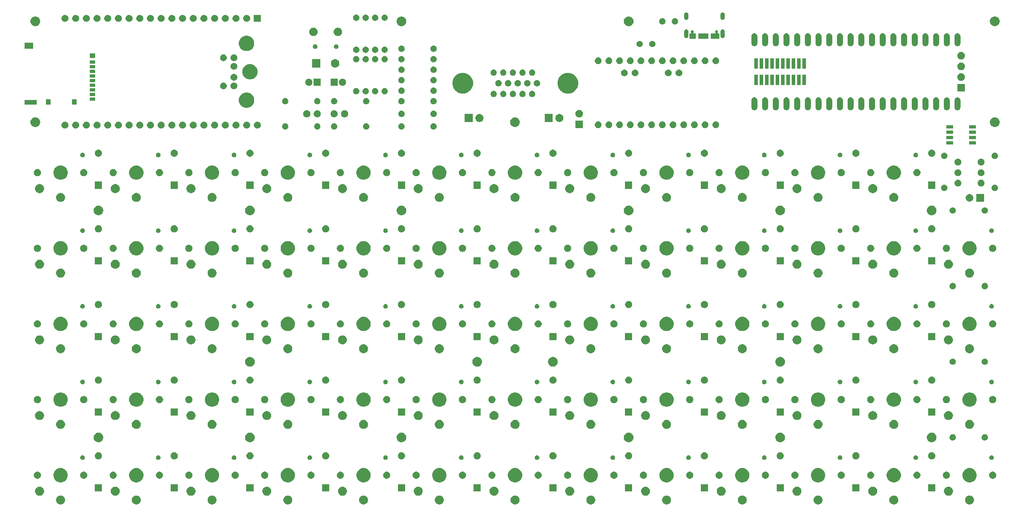
<source format=gbs>
G04 #@! TF.GenerationSoftware,KiCad,Pcbnew,(5.1.5)-3*
G04 #@! TF.CreationDate,2020-03-10T10:40:43+09:00*
G04 #@! TF.ProjectId,console64,636f6e73-6f6c-4653-9634-2e6b69636164,rev?*
G04 #@! TF.SameCoordinates,Original*
G04 #@! TF.FileFunction,Soldermask,Bot*
G04 #@! TF.FilePolarity,Negative*
%FSLAX46Y46*%
G04 Gerber Fmt 4.6, Leading zero omitted, Abs format (unit mm)*
G04 Created by KiCad (PCBNEW (5.1.5)-3) date 2020-03-10 10:40:43*
%MOMM*%
%LPD*%
G04 APERTURE LIST*
%ADD10C,0.100000*%
G04 APERTURE END LIST*
D10*
G36*
X255311231Y-145874003D02*
G01*
X255505412Y-145954436D01*
X255505414Y-145954437D01*
X255680173Y-146071207D01*
X255828793Y-146219827D01*
X255945563Y-146394586D01*
X255945564Y-146394588D01*
X256025997Y-146588769D01*
X256067000Y-146794908D01*
X256067000Y-147005092D01*
X256025997Y-147211231D01*
X255945564Y-147405412D01*
X255945563Y-147405414D01*
X255828793Y-147580173D01*
X255680173Y-147728793D01*
X255505414Y-147845563D01*
X255505413Y-147845564D01*
X255505412Y-147845564D01*
X255311231Y-147925997D01*
X255105092Y-147967000D01*
X254894908Y-147967000D01*
X254688769Y-147925997D01*
X254494588Y-147845564D01*
X254494587Y-147845564D01*
X254494586Y-147845563D01*
X254319827Y-147728793D01*
X254171207Y-147580173D01*
X254054437Y-147405414D01*
X254054436Y-147405412D01*
X253974003Y-147211231D01*
X253933000Y-147005092D01*
X253933000Y-146794908D01*
X253974003Y-146588769D01*
X254054436Y-146394588D01*
X254054437Y-146394586D01*
X254171207Y-146219827D01*
X254319827Y-146071207D01*
X254494586Y-145954437D01*
X254494588Y-145954436D01*
X254688769Y-145874003D01*
X254894908Y-145833000D01*
X255105092Y-145833000D01*
X255311231Y-145874003D01*
G37*
G36*
X237311231Y-145874003D02*
G01*
X237505412Y-145954436D01*
X237505414Y-145954437D01*
X237680173Y-146071207D01*
X237828793Y-146219827D01*
X237945563Y-146394586D01*
X237945564Y-146394588D01*
X238025997Y-146588769D01*
X238067000Y-146794908D01*
X238067000Y-147005092D01*
X238025997Y-147211231D01*
X237945564Y-147405412D01*
X237945563Y-147405414D01*
X237828793Y-147580173D01*
X237680173Y-147728793D01*
X237505414Y-147845563D01*
X237505413Y-147845564D01*
X237505412Y-147845564D01*
X237311231Y-147925997D01*
X237105092Y-147967000D01*
X236894908Y-147967000D01*
X236688769Y-147925997D01*
X236494588Y-147845564D01*
X236494587Y-147845564D01*
X236494586Y-147845563D01*
X236319827Y-147728793D01*
X236171207Y-147580173D01*
X236054437Y-147405414D01*
X236054436Y-147405412D01*
X235974003Y-147211231D01*
X235933000Y-147005092D01*
X235933000Y-146794908D01*
X235974003Y-146588769D01*
X236054436Y-146394588D01*
X236054437Y-146394586D01*
X236171207Y-146219827D01*
X236319827Y-146071207D01*
X236494586Y-145954437D01*
X236494588Y-145954436D01*
X236688769Y-145874003D01*
X236894908Y-145833000D01*
X237105092Y-145833000D01*
X237311231Y-145874003D01*
G37*
G36*
X39311231Y-145874003D02*
G01*
X39505412Y-145954436D01*
X39505414Y-145954437D01*
X39680173Y-146071207D01*
X39828793Y-146219827D01*
X39945563Y-146394586D01*
X39945564Y-146394588D01*
X40025997Y-146588769D01*
X40067000Y-146794908D01*
X40067000Y-147005092D01*
X40025997Y-147211231D01*
X39945564Y-147405412D01*
X39945563Y-147405414D01*
X39828793Y-147580173D01*
X39680173Y-147728793D01*
X39505414Y-147845563D01*
X39505413Y-147845564D01*
X39505412Y-147845564D01*
X39311231Y-147925997D01*
X39105092Y-147967000D01*
X38894908Y-147967000D01*
X38688769Y-147925997D01*
X38494588Y-147845564D01*
X38494587Y-147845564D01*
X38494586Y-147845563D01*
X38319827Y-147728793D01*
X38171207Y-147580173D01*
X38054437Y-147405414D01*
X38054436Y-147405412D01*
X37974003Y-147211231D01*
X37933000Y-147005092D01*
X37933000Y-146794908D01*
X37974003Y-146588769D01*
X38054436Y-146394588D01*
X38054437Y-146394586D01*
X38171207Y-146219827D01*
X38319827Y-146071207D01*
X38494586Y-145954437D01*
X38494588Y-145954436D01*
X38688769Y-145874003D01*
X38894908Y-145833000D01*
X39105092Y-145833000D01*
X39311231Y-145874003D01*
G37*
G36*
X57311231Y-145874003D02*
G01*
X57505412Y-145954436D01*
X57505414Y-145954437D01*
X57680173Y-146071207D01*
X57828793Y-146219827D01*
X57945563Y-146394586D01*
X57945564Y-146394588D01*
X58025997Y-146588769D01*
X58067000Y-146794908D01*
X58067000Y-147005092D01*
X58025997Y-147211231D01*
X57945564Y-147405412D01*
X57945563Y-147405414D01*
X57828793Y-147580173D01*
X57680173Y-147728793D01*
X57505414Y-147845563D01*
X57505413Y-147845564D01*
X57505412Y-147845564D01*
X57311231Y-147925997D01*
X57105092Y-147967000D01*
X56894908Y-147967000D01*
X56688769Y-147925997D01*
X56494588Y-147845564D01*
X56494587Y-147845564D01*
X56494586Y-147845563D01*
X56319827Y-147728793D01*
X56171207Y-147580173D01*
X56054437Y-147405414D01*
X56054436Y-147405412D01*
X55974003Y-147211231D01*
X55933000Y-147005092D01*
X55933000Y-146794908D01*
X55974003Y-146588769D01*
X56054436Y-146394588D01*
X56054437Y-146394586D01*
X56171207Y-146219827D01*
X56319827Y-146071207D01*
X56494586Y-145954437D01*
X56494588Y-145954436D01*
X56688769Y-145874003D01*
X56894908Y-145833000D01*
X57105092Y-145833000D01*
X57311231Y-145874003D01*
G37*
G36*
X75311231Y-145874003D02*
G01*
X75505412Y-145954436D01*
X75505414Y-145954437D01*
X75680173Y-146071207D01*
X75828793Y-146219827D01*
X75945563Y-146394586D01*
X75945564Y-146394588D01*
X76025997Y-146588769D01*
X76067000Y-146794908D01*
X76067000Y-147005092D01*
X76025997Y-147211231D01*
X75945564Y-147405412D01*
X75945563Y-147405414D01*
X75828793Y-147580173D01*
X75680173Y-147728793D01*
X75505414Y-147845563D01*
X75505413Y-147845564D01*
X75505412Y-147845564D01*
X75311231Y-147925997D01*
X75105092Y-147967000D01*
X74894908Y-147967000D01*
X74688769Y-147925997D01*
X74494588Y-147845564D01*
X74494587Y-147845564D01*
X74494586Y-147845563D01*
X74319827Y-147728793D01*
X74171207Y-147580173D01*
X74054437Y-147405414D01*
X74054436Y-147405412D01*
X73974003Y-147211231D01*
X73933000Y-147005092D01*
X73933000Y-146794908D01*
X73974003Y-146588769D01*
X74054436Y-146394588D01*
X74054437Y-146394586D01*
X74171207Y-146219827D01*
X74319827Y-146071207D01*
X74494586Y-145954437D01*
X74494588Y-145954436D01*
X74688769Y-145874003D01*
X74894908Y-145833000D01*
X75105092Y-145833000D01*
X75311231Y-145874003D01*
G37*
G36*
X93311231Y-145874003D02*
G01*
X93505412Y-145954436D01*
X93505414Y-145954437D01*
X93680173Y-146071207D01*
X93828793Y-146219827D01*
X93945563Y-146394586D01*
X93945564Y-146394588D01*
X94025997Y-146588769D01*
X94067000Y-146794908D01*
X94067000Y-147005092D01*
X94025997Y-147211231D01*
X93945564Y-147405412D01*
X93945563Y-147405414D01*
X93828793Y-147580173D01*
X93680173Y-147728793D01*
X93505414Y-147845563D01*
X93505413Y-147845564D01*
X93505412Y-147845564D01*
X93311231Y-147925997D01*
X93105092Y-147967000D01*
X92894908Y-147967000D01*
X92688769Y-147925997D01*
X92494588Y-147845564D01*
X92494587Y-147845564D01*
X92494586Y-147845563D01*
X92319827Y-147728793D01*
X92171207Y-147580173D01*
X92054437Y-147405414D01*
X92054436Y-147405412D01*
X91974003Y-147211231D01*
X91933000Y-147005092D01*
X91933000Y-146794908D01*
X91974003Y-146588769D01*
X92054436Y-146394588D01*
X92054437Y-146394586D01*
X92171207Y-146219827D01*
X92319827Y-146071207D01*
X92494586Y-145954437D01*
X92494588Y-145954436D01*
X92688769Y-145874003D01*
X92894908Y-145833000D01*
X93105092Y-145833000D01*
X93311231Y-145874003D01*
G37*
G36*
X111311231Y-145874003D02*
G01*
X111505412Y-145954436D01*
X111505414Y-145954437D01*
X111680173Y-146071207D01*
X111828793Y-146219827D01*
X111945563Y-146394586D01*
X111945564Y-146394588D01*
X112025997Y-146588769D01*
X112067000Y-146794908D01*
X112067000Y-147005092D01*
X112025997Y-147211231D01*
X111945564Y-147405412D01*
X111945563Y-147405414D01*
X111828793Y-147580173D01*
X111680173Y-147728793D01*
X111505414Y-147845563D01*
X111505413Y-147845564D01*
X111505412Y-147845564D01*
X111311231Y-147925997D01*
X111105092Y-147967000D01*
X110894908Y-147967000D01*
X110688769Y-147925997D01*
X110494588Y-147845564D01*
X110494587Y-147845564D01*
X110494586Y-147845563D01*
X110319827Y-147728793D01*
X110171207Y-147580173D01*
X110054437Y-147405414D01*
X110054436Y-147405412D01*
X109974003Y-147211231D01*
X109933000Y-147005092D01*
X109933000Y-146794908D01*
X109974003Y-146588769D01*
X110054436Y-146394588D01*
X110054437Y-146394586D01*
X110171207Y-146219827D01*
X110319827Y-146071207D01*
X110494586Y-145954437D01*
X110494588Y-145954436D01*
X110688769Y-145874003D01*
X110894908Y-145833000D01*
X111105092Y-145833000D01*
X111311231Y-145874003D01*
G37*
G36*
X129311231Y-145874003D02*
G01*
X129505412Y-145954436D01*
X129505414Y-145954437D01*
X129680173Y-146071207D01*
X129828793Y-146219827D01*
X129945563Y-146394586D01*
X129945564Y-146394588D01*
X130025997Y-146588769D01*
X130067000Y-146794908D01*
X130067000Y-147005092D01*
X130025997Y-147211231D01*
X129945564Y-147405412D01*
X129945563Y-147405414D01*
X129828793Y-147580173D01*
X129680173Y-147728793D01*
X129505414Y-147845563D01*
X129505413Y-147845564D01*
X129505412Y-147845564D01*
X129311231Y-147925997D01*
X129105092Y-147967000D01*
X128894908Y-147967000D01*
X128688769Y-147925997D01*
X128494588Y-147845564D01*
X128494587Y-147845564D01*
X128494586Y-147845563D01*
X128319827Y-147728793D01*
X128171207Y-147580173D01*
X128054437Y-147405414D01*
X128054436Y-147405412D01*
X127974003Y-147211231D01*
X127933000Y-147005092D01*
X127933000Y-146794908D01*
X127974003Y-146588769D01*
X128054436Y-146394588D01*
X128054437Y-146394586D01*
X128171207Y-146219827D01*
X128319827Y-146071207D01*
X128494586Y-145954437D01*
X128494588Y-145954436D01*
X128688769Y-145874003D01*
X128894908Y-145833000D01*
X129105092Y-145833000D01*
X129311231Y-145874003D01*
G37*
G36*
X147311231Y-145874003D02*
G01*
X147505412Y-145954436D01*
X147505414Y-145954437D01*
X147680173Y-146071207D01*
X147828793Y-146219827D01*
X147945563Y-146394586D01*
X147945564Y-146394588D01*
X148025997Y-146588769D01*
X148067000Y-146794908D01*
X148067000Y-147005092D01*
X148025997Y-147211231D01*
X147945564Y-147405412D01*
X147945563Y-147405414D01*
X147828793Y-147580173D01*
X147680173Y-147728793D01*
X147505414Y-147845563D01*
X147505413Y-147845564D01*
X147505412Y-147845564D01*
X147311231Y-147925997D01*
X147105092Y-147967000D01*
X146894908Y-147967000D01*
X146688769Y-147925997D01*
X146494588Y-147845564D01*
X146494587Y-147845564D01*
X146494586Y-147845563D01*
X146319827Y-147728793D01*
X146171207Y-147580173D01*
X146054437Y-147405414D01*
X146054436Y-147405412D01*
X145974003Y-147211231D01*
X145933000Y-147005092D01*
X145933000Y-146794908D01*
X145974003Y-146588769D01*
X146054436Y-146394588D01*
X146054437Y-146394586D01*
X146171207Y-146219827D01*
X146319827Y-146071207D01*
X146494586Y-145954437D01*
X146494588Y-145954436D01*
X146688769Y-145874003D01*
X146894908Y-145833000D01*
X147105092Y-145833000D01*
X147311231Y-145874003D01*
G37*
G36*
X165311231Y-145874003D02*
G01*
X165505412Y-145954436D01*
X165505414Y-145954437D01*
X165680173Y-146071207D01*
X165828793Y-146219827D01*
X165945563Y-146394586D01*
X165945564Y-146394588D01*
X166025997Y-146588769D01*
X166067000Y-146794908D01*
X166067000Y-147005092D01*
X166025997Y-147211231D01*
X165945564Y-147405412D01*
X165945563Y-147405414D01*
X165828793Y-147580173D01*
X165680173Y-147728793D01*
X165505414Y-147845563D01*
X165505413Y-147845564D01*
X165505412Y-147845564D01*
X165311231Y-147925997D01*
X165105092Y-147967000D01*
X164894908Y-147967000D01*
X164688769Y-147925997D01*
X164494588Y-147845564D01*
X164494587Y-147845564D01*
X164494586Y-147845563D01*
X164319827Y-147728793D01*
X164171207Y-147580173D01*
X164054437Y-147405414D01*
X164054436Y-147405412D01*
X163974003Y-147211231D01*
X163933000Y-147005092D01*
X163933000Y-146794908D01*
X163974003Y-146588769D01*
X164054436Y-146394588D01*
X164054437Y-146394586D01*
X164171207Y-146219827D01*
X164319827Y-146071207D01*
X164494586Y-145954437D01*
X164494588Y-145954436D01*
X164688769Y-145874003D01*
X164894908Y-145833000D01*
X165105092Y-145833000D01*
X165311231Y-145874003D01*
G37*
G36*
X183311231Y-145874003D02*
G01*
X183505412Y-145954436D01*
X183505414Y-145954437D01*
X183680173Y-146071207D01*
X183828793Y-146219827D01*
X183945563Y-146394586D01*
X183945564Y-146394588D01*
X184025997Y-146588769D01*
X184067000Y-146794908D01*
X184067000Y-147005092D01*
X184025997Y-147211231D01*
X183945564Y-147405412D01*
X183945563Y-147405414D01*
X183828793Y-147580173D01*
X183680173Y-147728793D01*
X183505414Y-147845563D01*
X183505413Y-147845564D01*
X183505412Y-147845564D01*
X183311231Y-147925997D01*
X183105092Y-147967000D01*
X182894908Y-147967000D01*
X182688769Y-147925997D01*
X182494588Y-147845564D01*
X182494587Y-147845564D01*
X182494586Y-147845563D01*
X182319827Y-147728793D01*
X182171207Y-147580173D01*
X182054437Y-147405414D01*
X182054436Y-147405412D01*
X181974003Y-147211231D01*
X181933000Y-147005092D01*
X181933000Y-146794908D01*
X181974003Y-146588769D01*
X182054436Y-146394588D01*
X182054437Y-146394586D01*
X182171207Y-146219827D01*
X182319827Y-146071207D01*
X182494586Y-145954437D01*
X182494588Y-145954436D01*
X182688769Y-145874003D01*
X182894908Y-145833000D01*
X183105092Y-145833000D01*
X183311231Y-145874003D01*
G37*
G36*
X201311231Y-145874003D02*
G01*
X201505412Y-145954436D01*
X201505414Y-145954437D01*
X201680173Y-146071207D01*
X201828793Y-146219827D01*
X201945563Y-146394586D01*
X201945564Y-146394588D01*
X202025997Y-146588769D01*
X202067000Y-146794908D01*
X202067000Y-147005092D01*
X202025997Y-147211231D01*
X201945564Y-147405412D01*
X201945563Y-147405414D01*
X201828793Y-147580173D01*
X201680173Y-147728793D01*
X201505414Y-147845563D01*
X201505413Y-147845564D01*
X201505412Y-147845564D01*
X201311231Y-147925997D01*
X201105092Y-147967000D01*
X200894908Y-147967000D01*
X200688769Y-147925997D01*
X200494588Y-147845564D01*
X200494587Y-147845564D01*
X200494586Y-147845563D01*
X200319827Y-147728793D01*
X200171207Y-147580173D01*
X200054437Y-147405414D01*
X200054436Y-147405412D01*
X199974003Y-147211231D01*
X199933000Y-147005092D01*
X199933000Y-146794908D01*
X199974003Y-146588769D01*
X200054436Y-146394588D01*
X200054437Y-146394586D01*
X200171207Y-146219827D01*
X200319827Y-146071207D01*
X200494586Y-145954437D01*
X200494588Y-145954436D01*
X200688769Y-145874003D01*
X200894908Y-145833000D01*
X201105092Y-145833000D01*
X201311231Y-145874003D01*
G37*
G36*
X219311231Y-145874003D02*
G01*
X219505412Y-145954436D01*
X219505414Y-145954437D01*
X219680173Y-146071207D01*
X219828793Y-146219827D01*
X219945563Y-146394586D01*
X219945564Y-146394588D01*
X220025997Y-146588769D01*
X220067000Y-146794908D01*
X220067000Y-147005092D01*
X220025997Y-147211231D01*
X219945564Y-147405412D01*
X219945563Y-147405414D01*
X219828793Y-147580173D01*
X219680173Y-147728793D01*
X219505414Y-147845563D01*
X219505413Y-147845564D01*
X219505412Y-147845564D01*
X219311231Y-147925997D01*
X219105092Y-147967000D01*
X218894908Y-147967000D01*
X218688769Y-147925997D01*
X218494588Y-147845564D01*
X218494587Y-147845564D01*
X218494586Y-147845563D01*
X218319827Y-147728793D01*
X218171207Y-147580173D01*
X218054437Y-147405414D01*
X218054436Y-147405412D01*
X217974003Y-147211231D01*
X217933000Y-147005092D01*
X217933000Y-146794908D01*
X217974003Y-146588769D01*
X218054436Y-146394588D01*
X218054437Y-146394586D01*
X218171207Y-146219827D01*
X218319827Y-146071207D01*
X218494586Y-145954437D01*
X218494588Y-145954436D01*
X218688769Y-145874003D01*
X218894908Y-145833000D01*
X219105092Y-145833000D01*
X219311231Y-145874003D01*
G37*
G36*
X124311231Y-143774003D02*
G01*
X124505412Y-143854436D01*
X124505414Y-143854437D01*
X124680173Y-143971207D01*
X124828793Y-144119827D01*
X124945563Y-144294586D01*
X124945564Y-144294588D01*
X125025997Y-144488769D01*
X125067000Y-144694908D01*
X125067000Y-144905092D01*
X125025997Y-145111231D01*
X124945564Y-145305412D01*
X124945563Y-145305414D01*
X124828793Y-145480173D01*
X124680173Y-145628793D01*
X124505414Y-145745563D01*
X124505413Y-145745564D01*
X124505412Y-145745564D01*
X124311231Y-145825997D01*
X124105092Y-145867000D01*
X123894908Y-145867000D01*
X123688769Y-145825997D01*
X123494588Y-145745564D01*
X123494587Y-145745564D01*
X123494586Y-145745563D01*
X123319827Y-145628793D01*
X123171207Y-145480173D01*
X123054437Y-145305414D01*
X123054436Y-145305412D01*
X122974003Y-145111231D01*
X122933000Y-144905092D01*
X122933000Y-144694908D01*
X122974003Y-144488769D01*
X123054436Y-144294588D01*
X123054437Y-144294586D01*
X123171207Y-144119827D01*
X123319827Y-143971207D01*
X123494586Y-143854437D01*
X123494588Y-143854436D01*
X123688769Y-143774003D01*
X123894908Y-143733000D01*
X124105092Y-143733000D01*
X124311231Y-143774003D01*
G37*
G36*
X34311231Y-143774003D02*
G01*
X34505412Y-143854436D01*
X34505414Y-143854437D01*
X34680173Y-143971207D01*
X34828793Y-144119827D01*
X34945563Y-144294586D01*
X34945564Y-144294588D01*
X35025997Y-144488769D01*
X35067000Y-144694908D01*
X35067000Y-144905092D01*
X35025997Y-145111231D01*
X34945564Y-145305412D01*
X34945563Y-145305414D01*
X34828793Y-145480173D01*
X34680173Y-145628793D01*
X34505414Y-145745563D01*
X34505413Y-145745564D01*
X34505412Y-145745564D01*
X34311231Y-145825997D01*
X34105092Y-145867000D01*
X33894908Y-145867000D01*
X33688769Y-145825997D01*
X33494588Y-145745564D01*
X33494587Y-145745564D01*
X33494586Y-145745563D01*
X33319827Y-145628793D01*
X33171207Y-145480173D01*
X33054437Y-145305414D01*
X33054436Y-145305412D01*
X32974003Y-145111231D01*
X32933000Y-144905092D01*
X32933000Y-144694908D01*
X32974003Y-144488769D01*
X33054436Y-144294588D01*
X33054437Y-144294586D01*
X33171207Y-144119827D01*
X33319827Y-143971207D01*
X33494586Y-143854437D01*
X33494588Y-143854436D01*
X33688769Y-143774003D01*
X33894908Y-143733000D01*
X34105092Y-143733000D01*
X34311231Y-143774003D01*
G37*
G36*
X160311231Y-143774003D02*
G01*
X160505412Y-143854436D01*
X160505414Y-143854437D01*
X160680173Y-143971207D01*
X160828793Y-144119827D01*
X160945563Y-144294586D01*
X160945564Y-144294588D01*
X161025997Y-144488769D01*
X161067000Y-144694908D01*
X161067000Y-144905092D01*
X161025997Y-145111231D01*
X160945564Y-145305412D01*
X160945563Y-145305414D01*
X160828793Y-145480173D01*
X160680173Y-145628793D01*
X160505414Y-145745563D01*
X160505413Y-145745564D01*
X160505412Y-145745564D01*
X160311231Y-145825997D01*
X160105092Y-145867000D01*
X159894908Y-145867000D01*
X159688769Y-145825997D01*
X159494588Y-145745564D01*
X159494587Y-145745564D01*
X159494586Y-145745563D01*
X159319827Y-145628793D01*
X159171207Y-145480173D01*
X159054437Y-145305414D01*
X159054436Y-145305412D01*
X158974003Y-145111231D01*
X158933000Y-144905092D01*
X158933000Y-144694908D01*
X158974003Y-144488769D01*
X159054436Y-144294588D01*
X159054437Y-144294586D01*
X159171207Y-144119827D01*
X159319827Y-143971207D01*
X159494586Y-143854437D01*
X159494588Y-143854436D01*
X159688769Y-143774003D01*
X159894908Y-143733000D01*
X160105092Y-143733000D01*
X160311231Y-143774003D01*
G37*
G36*
X142311231Y-143774003D02*
G01*
X142505412Y-143854436D01*
X142505414Y-143854437D01*
X142680173Y-143971207D01*
X142828793Y-144119827D01*
X142945563Y-144294586D01*
X142945564Y-144294588D01*
X143025997Y-144488769D01*
X143067000Y-144694908D01*
X143067000Y-144905092D01*
X143025997Y-145111231D01*
X142945564Y-145305412D01*
X142945563Y-145305414D01*
X142828793Y-145480173D01*
X142680173Y-145628793D01*
X142505414Y-145745563D01*
X142505413Y-145745564D01*
X142505412Y-145745564D01*
X142311231Y-145825997D01*
X142105092Y-145867000D01*
X141894908Y-145867000D01*
X141688769Y-145825997D01*
X141494588Y-145745564D01*
X141494587Y-145745564D01*
X141494586Y-145745563D01*
X141319827Y-145628793D01*
X141171207Y-145480173D01*
X141054437Y-145305414D01*
X141054436Y-145305412D01*
X140974003Y-145111231D01*
X140933000Y-144905092D01*
X140933000Y-144694908D01*
X140974003Y-144488769D01*
X141054436Y-144294588D01*
X141054437Y-144294586D01*
X141171207Y-144119827D01*
X141319827Y-143971207D01*
X141494586Y-143854437D01*
X141494588Y-143854436D01*
X141688769Y-143774003D01*
X141894908Y-143733000D01*
X142105092Y-143733000D01*
X142311231Y-143774003D01*
G37*
G36*
X232311231Y-143774003D02*
G01*
X232505412Y-143854436D01*
X232505414Y-143854437D01*
X232680173Y-143971207D01*
X232828793Y-144119827D01*
X232945563Y-144294586D01*
X232945564Y-144294588D01*
X233025997Y-144488769D01*
X233067000Y-144694908D01*
X233067000Y-144905092D01*
X233025997Y-145111231D01*
X232945564Y-145305412D01*
X232945563Y-145305414D01*
X232828793Y-145480173D01*
X232680173Y-145628793D01*
X232505414Y-145745563D01*
X232505413Y-145745564D01*
X232505412Y-145745564D01*
X232311231Y-145825997D01*
X232105092Y-145867000D01*
X231894908Y-145867000D01*
X231688769Y-145825997D01*
X231494588Y-145745564D01*
X231494587Y-145745564D01*
X231494586Y-145745563D01*
X231319827Y-145628793D01*
X231171207Y-145480173D01*
X231054437Y-145305414D01*
X231054436Y-145305412D01*
X230974003Y-145111231D01*
X230933000Y-144905092D01*
X230933000Y-144694908D01*
X230974003Y-144488769D01*
X231054436Y-144294588D01*
X231054437Y-144294586D01*
X231171207Y-144119827D01*
X231319827Y-143971207D01*
X231494586Y-143854437D01*
X231494588Y-143854436D01*
X231688769Y-143774003D01*
X231894908Y-143733000D01*
X232105092Y-143733000D01*
X232311231Y-143774003D01*
G37*
G36*
X178311231Y-143774003D02*
G01*
X178505412Y-143854436D01*
X178505414Y-143854437D01*
X178680173Y-143971207D01*
X178828793Y-144119827D01*
X178945563Y-144294586D01*
X178945564Y-144294588D01*
X179025997Y-144488769D01*
X179067000Y-144694908D01*
X179067000Y-144905092D01*
X179025997Y-145111231D01*
X178945564Y-145305412D01*
X178945563Y-145305414D01*
X178828793Y-145480173D01*
X178680173Y-145628793D01*
X178505414Y-145745563D01*
X178505413Y-145745564D01*
X178505412Y-145745564D01*
X178311231Y-145825997D01*
X178105092Y-145867000D01*
X177894908Y-145867000D01*
X177688769Y-145825997D01*
X177494588Y-145745564D01*
X177494587Y-145745564D01*
X177494586Y-145745563D01*
X177319827Y-145628793D01*
X177171207Y-145480173D01*
X177054437Y-145305414D01*
X177054436Y-145305412D01*
X176974003Y-145111231D01*
X176933000Y-144905092D01*
X176933000Y-144694908D01*
X176974003Y-144488769D01*
X177054436Y-144294588D01*
X177054437Y-144294586D01*
X177171207Y-144119827D01*
X177319827Y-143971207D01*
X177494586Y-143854437D01*
X177494588Y-143854436D01*
X177688769Y-143774003D01*
X177894908Y-143733000D01*
X178105092Y-143733000D01*
X178311231Y-143774003D01*
G37*
G36*
X88311231Y-143774003D02*
G01*
X88505412Y-143854436D01*
X88505414Y-143854437D01*
X88680173Y-143971207D01*
X88828793Y-144119827D01*
X88945563Y-144294586D01*
X88945564Y-144294588D01*
X89025997Y-144488769D01*
X89067000Y-144694908D01*
X89067000Y-144905092D01*
X89025997Y-145111231D01*
X88945564Y-145305412D01*
X88945563Y-145305414D01*
X88828793Y-145480173D01*
X88680173Y-145628793D01*
X88505414Y-145745563D01*
X88505413Y-145745564D01*
X88505412Y-145745564D01*
X88311231Y-145825997D01*
X88105092Y-145867000D01*
X87894908Y-145867000D01*
X87688769Y-145825997D01*
X87494588Y-145745564D01*
X87494587Y-145745564D01*
X87494586Y-145745563D01*
X87319827Y-145628793D01*
X87171207Y-145480173D01*
X87054437Y-145305414D01*
X87054436Y-145305412D01*
X86974003Y-145111231D01*
X86933000Y-144905092D01*
X86933000Y-144694908D01*
X86974003Y-144488769D01*
X87054436Y-144294588D01*
X87054437Y-144294586D01*
X87171207Y-144119827D01*
X87319827Y-143971207D01*
X87494586Y-143854437D01*
X87494588Y-143854436D01*
X87688769Y-143774003D01*
X87894908Y-143733000D01*
X88105092Y-143733000D01*
X88311231Y-143774003D01*
G37*
G36*
X196311231Y-143774003D02*
G01*
X196505412Y-143854436D01*
X196505414Y-143854437D01*
X196680173Y-143971207D01*
X196828793Y-144119827D01*
X196945563Y-144294586D01*
X196945564Y-144294588D01*
X197025997Y-144488769D01*
X197067000Y-144694908D01*
X197067000Y-144905092D01*
X197025997Y-145111231D01*
X196945564Y-145305412D01*
X196945563Y-145305414D01*
X196828793Y-145480173D01*
X196680173Y-145628793D01*
X196505414Y-145745563D01*
X196505413Y-145745564D01*
X196505412Y-145745564D01*
X196311231Y-145825997D01*
X196105092Y-145867000D01*
X195894908Y-145867000D01*
X195688769Y-145825997D01*
X195494588Y-145745564D01*
X195494587Y-145745564D01*
X195494586Y-145745563D01*
X195319827Y-145628793D01*
X195171207Y-145480173D01*
X195054437Y-145305414D01*
X195054436Y-145305412D01*
X194974003Y-145111231D01*
X194933000Y-144905092D01*
X194933000Y-144694908D01*
X194974003Y-144488769D01*
X195054436Y-144294588D01*
X195054437Y-144294586D01*
X195171207Y-144119827D01*
X195319827Y-143971207D01*
X195494586Y-143854437D01*
X195494588Y-143854436D01*
X195688769Y-143774003D01*
X195894908Y-143733000D01*
X196105092Y-143733000D01*
X196311231Y-143774003D01*
G37*
G36*
X106311231Y-143774003D02*
G01*
X106505412Y-143854436D01*
X106505414Y-143854437D01*
X106680173Y-143971207D01*
X106828793Y-144119827D01*
X106945563Y-144294586D01*
X106945564Y-144294588D01*
X107025997Y-144488769D01*
X107067000Y-144694908D01*
X107067000Y-144905092D01*
X107025997Y-145111231D01*
X106945564Y-145305412D01*
X106945563Y-145305414D01*
X106828793Y-145480173D01*
X106680173Y-145628793D01*
X106505414Y-145745563D01*
X106505413Y-145745564D01*
X106505412Y-145745564D01*
X106311231Y-145825997D01*
X106105092Y-145867000D01*
X105894908Y-145867000D01*
X105688769Y-145825997D01*
X105494588Y-145745564D01*
X105494587Y-145745564D01*
X105494586Y-145745563D01*
X105319827Y-145628793D01*
X105171207Y-145480173D01*
X105054437Y-145305414D01*
X105054436Y-145305412D01*
X104974003Y-145111231D01*
X104933000Y-144905092D01*
X104933000Y-144694908D01*
X104974003Y-144488769D01*
X105054436Y-144294588D01*
X105054437Y-144294586D01*
X105171207Y-144119827D01*
X105319827Y-143971207D01*
X105494586Y-143854437D01*
X105494588Y-143854436D01*
X105688769Y-143774003D01*
X105894908Y-143733000D01*
X106105092Y-143733000D01*
X106311231Y-143774003D01*
G37*
G36*
X70311231Y-143774003D02*
G01*
X70505412Y-143854436D01*
X70505414Y-143854437D01*
X70680173Y-143971207D01*
X70828793Y-144119827D01*
X70945563Y-144294586D01*
X70945564Y-144294588D01*
X71025997Y-144488769D01*
X71067000Y-144694908D01*
X71067000Y-144905092D01*
X71025997Y-145111231D01*
X70945564Y-145305412D01*
X70945563Y-145305414D01*
X70828793Y-145480173D01*
X70680173Y-145628793D01*
X70505414Y-145745563D01*
X70505413Y-145745564D01*
X70505412Y-145745564D01*
X70311231Y-145825997D01*
X70105092Y-145867000D01*
X69894908Y-145867000D01*
X69688769Y-145825997D01*
X69494588Y-145745564D01*
X69494587Y-145745564D01*
X69494586Y-145745563D01*
X69319827Y-145628793D01*
X69171207Y-145480173D01*
X69054437Y-145305414D01*
X69054436Y-145305412D01*
X68974003Y-145111231D01*
X68933000Y-144905092D01*
X68933000Y-144694908D01*
X68974003Y-144488769D01*
X69054436Y-144294588D01*
X69054437Y-144294586D01*
X69171207Y-144119827D01*
X69319827Y-143971207D01*
X69494586Y-143854437D01*
X69494588Y-143854436D01*
X69688769Y-143774003D01*
X69894908Y-143733000D01*
X70105092Y-143733000D01*
X70311231Y-143774003D01*
G37*
G36*
X250311231Y-143774003D02*
G01*
X250505412Y-143854436D01*
X250505414Y-143854437D01*
X250680173Y-143971207D01*
X250828793Y-144119827D01*
X250945563Y-144294586D01*
X250945564Y-144294588D01*
X251025997Y-144488769D01*
X251067000Y-144694908D01*
X251067000Y-144905092D01*
X251025997Y-145111231D01*
X250945564Y-145305412D01*
X250945563Y-145305414D01*
X250828793Y-145480173D01*
X250680173Y-145628793D01*
X250505414Y-145745563D01*
X250505413Y-145745564D01*
X250505412Y-145745564D01*
X250311231Y-145825997D01*
X250105092Y-145867000D01*
X249894908Y-145867000D01*
X249688769Y-145825997D01*
X249494588Y-145745564D01*
X249494587Y-145745564D01*
X249494586Y-145745563D01*
X249319827Y-145628793D01*
X249171207Y-145480173D01*
X249054437Y-145305414D01*
X249054436Y-145305412D01*
X248974003Y-145111231D01*
X248933000Y-144905092D01*
X248933000Y-144694908D01*
X248974003Y-144488769D01*
X249054436Y-144294588D01*
X249054437Y-144294586D01*
X249171207Y-144119827D01*
X249319827Y-143971207D01*
X249494586Y-143854437D01*
X249494588Y-143854436D01*
X249688769Y-143774003D01*
X249894908Y-143733000D01*
X250105092Y-143733000D01*
X250311231Y-143774003D01*
G37*
G36*
X52311231Y-143774003D02*
G01*
X52505412Y-143854436D01*
X52505414Y-143854437D01*
X52680173Y-143971207D01*
X52828793Y-144119827D01*
X52945563Y-144294586D01*
X52945564Y-144294588D01*
X53025997Y-144488769D01*
X53067000Y-144694908D01*
X53067000Y-144905092D01*
X53025997Y-145111231D01*
X52945564Y-145305412D01*
X52945563Y-145305414D01*
X52828793Y-145480173D01*
X52680173Y-145628793D01*
X52505414Y-145745563D01*
X52505413Y-145745564D01*
X52505412Y-145745564D01*
X52311231Y-145825997D01*
X52105092Y-145867000D01*
X51894908Y-145867000D01*
X51688769Y-145825997D01*
X51494588Y-145745564D01*
X51494587Y-145745564D01*
X51494586Y-145745563D01*
X51319827Y-145628793D01*
X51171207Y-145480173D01*
X51054437Y-145305414D01*
X51054436Y-145305412D01*
X50974003Y-145111231D01*
X50933000Y-144905092D01*
X50933000Y-144694908D01*
X50974003Y-144488769D01*
X51054436Y-144294588D01*
X51054437Y-144294586D01*
X51171207Y-144119827D01*
X51319827Y-143971207D01*
X51494586Y-143854437D01*
X51494588Y-143854436D01*
X51688769Y-143774003D01*
X51894908Y-143733000D01*
X52105092Y-143733000D01*
X52311231Y-143774003D01*
G37*
G36*
X214311231Y-143774003D02*
G01*
X214505412Y-143854436D01*
X214505414Y-143854437D01*
X214680173Y-143971207D01*
X214828793Y-144119827D01*
X214945563Y-144294586D01*
X214945564Y-144294588D01*
X215025997Y-144488769D01*
X215067000Y-144694908D01*
X215067000Y-144905092D01*
X215025997Y-145111231D01*
X214945564Y-145305412D01*
X214945563Y-145305414D01*
X214828793Y-145480173D01*
X214680173Y-145628793D01*
X214505414Y-145745563D01*
X214505413Y-145745564D01*
X214505412Y-145745564D01*
X214311231Y-145825997D01*
X214105092Y-145867000D01*
X213894908Y-145867000D01*
X213688769Y-145825997D01*
X213494588Y-145745564D01*
X213494587Y-145745564D01*
X213494586Y-145745563D01*
X213319827Y-145628793D01*
X213171207Y-145480173D01*
X213054437Y-145305414D01*
X213054436Y-145305412D01*
X212974003Y-145111231D01*
X212933000Y-144905092D01*
X212933000Y-144694908D01*
X212974003Y-144488769D01*
X213054436Y-144294588D01*
X213054437Y-144294586D01*
X213171207Y-144119827D01*
X213319827Y-143971207D01*
X213494586Y-143854437D01*
X213494588Y-143854436D01*
X213688769Y-143774003D01*
X213894908Y-143733000D01*
X214105092Y-143733000D01*
X214311231Y-143774003D01*
G37*
G36*
X192851000Y-144851000D02*
G01*
X191149000Y-144851000D01*
X191149000Y-143149000D01*
X192851000Y-143149000D01*
X192851000Y-144851000D01*
G37*
G36*
X66851000Y-144851000D02*
G01*
X65149000Y-144851000D01*
X65149000Y-143149000D01*
X66851000Y-143149000D01*
X66851000Y-144851000D01*
G37*
G36*
X48851000Y-144851000D02*
G01*
X47149000Y-144851000D01*
X47149000Y-143149000D01*
X48851000Y-143149000D01*
X48851000Y-144851000D01*
G37*
G36*
X102851000Y-144851000D02*
G01*
X101149000Y-144851000D01*
X101149000Y-143149000D01*
X102851000Y-143149000D01*
X102851000Y-144851000D01*
G37*
G36*
X246851000Y-144851000D02*
G01*
X245149000Y-144851000D01*
X245149000Y-143149000D01*
X246851000Y-143149000D01*
X246851000Y-144851000D01*
G37*
G36*
X228851000Y-144851000D02*
G01*
X227149000Y-144851000D01*
X227149000Y-143149000D01*
X228851000Y-143149000D01*
X228851000Y-144851000D01*
G37*
G36*
X210851000Y-144851000D02*
G01*
X209149000Y-144851000D01*
X209149000Y-143149000D01*
X210851000Y-143149000D01*
X210851000Y-144851000D01*
G37*
G36*
X174851000Y-144851000D02*
G01*
X173149000Y-144851000D01*
X173149000Y-143149000D01*
X174851000Y-143149000D01*
X174851000Y-144851000D01*
G37*
G36*
X156851000Y-144851000D02*
G01*
X155149000Y-144851000D01*
X155149000Y-143149000D01*
X156851000Y-143149000D01*
X156851000Y-144851000D01*
G37*
G36*
X138851000Y-144851000D02*
G01*
X137149000Y-144851000D01*
X137149000Y-143149000D01*
X138851000Y-143149000D01*
X138851000Y-144851000D01*
G37*
G36*
X120851000Y-144851000D02*
G01*
X119149000Y-144851000D01*
X119149000Y-143149000D01*
X120851000Y-143149000D01*
X120851000Y-144851000D01*
G37*
G36*
X84851000Y-144851000D02*
G01*
X83149000Y-144851000D01*
X83149000Y-143149000D01*
X84851000Y-143149000D01*
X84851000Y-144851000D01*
G37*
G36*
X93496162Y-139364368D02*
G01*
X93805724Y-139492593D01*
X93805725Y-139492594D01*
X94084324Y-139678747D01*
X94321253Y-139915676D01*
X94445637Y-140101830D01*
X94507407Y-140194276D01*
X94635632Y-140503838D01*
X94701000Y-140832465D01*
X94701000Y-141167535D01*
X94635632Y-141496162D01*
X94507407Y-141805724D01*
X94445637Y-141898170D01*
X94321253Y-142084324D01*
X94084324Y-142321253D01*
X93898170Y-142445637D01*
X93805724Y-142507407D01*
X93496162Y-142635632D01*
X93167535Y-142701000D01*
X92832465Y-142701000D01*
X92503838Y-142635632D01*
X92194276Y-142507407D01*
X92101830Y-142445637D01*
X91915676Y-142321253D01*
X91678747Y-142084324D01*
X91554363Y-141898170D01*
X91492593Y-141805724D01*
X91364368Y-141496162D01*
X91299000Y-141167535D01*
X91299000Y-140832465D01*
X91364368Y-140503838D01*
X91492593Y-140194276D01*
X91554363Y-140101830D01*
X91678747Y-139915676D01*
X91915676Y-139678747D01*
X92194275Y-139492594D01*
X92194276Y-139492593D01*
X92503838Y-139364368D01*
X92832465Y-139299000D01*
X93167535Y-139299000D01*
X93496162Y-139364368D01*
G37*
G36*
X57496162Y-139364368D02*
G01*
X57805724Y-139492593D01*
X57805725Y-139492594D01*
X58084324Y-139678747D01*
X58321253Y-139915676D01*
X58445637Y-140101830D01*
X58507407Y-140194276D01*
X58635632Y-140503838D01*
X58701000Y-140832465D01*
X58701000Y-141167535D01*
X58635632Y-141496162D01*
X58507407Y-141805724D01*
X58445637Y-141898170D01*
X58321253Y-142084324D01*
X58084324Y-142321253D01*
X57898170Y-142445637D01*
X57805724Y-142507407D01*
X57496162Y-142635632D01*
X57167535Y-142701000D01*
X56832465Y-142701000D01*
X56503838Y-142635632D01*
X56194276Y-142507407D01*
X56101830Y-142445637D01*
X55915676Y-142321253D01*
X55678747Y-142084324D01*
X55554363Y-141898170D01*
X55492593Y-141805724D01*
X55364368Y-141496162D01*
X55299000Y-141167535D01*
X55299000Y-140832465D01*
X55364368Y-140503838D01*
X55492593Y-140194276D01*
X55554363Y-140101830D01*
X55678747Y-139915676D01*
X55915676Y-139678747D01*
X56194275Y-139492594D01*
X56194276Y-139492593D01*
X56503838Y-139364368D01*
X56832465Y-139299000D01*
X57167535Y-139299000D01*
X57496162Y-139364368D01*
G37*
G36*
X75496162Y-139364368D02*
G01*
X75805724Y-139492593D01*
X75805725Y-139492594D01*
X76084324Y-139678747D01*
X76321253Y-139915676D01*
X76445637Y-140101830D01*
X76507407Y-140194276D01*
X76635632Y-140503838D01*
X76701000Y-140832465D01*
X76701000Y-141167535D01*
X76635632Y-141496162D01*
X76507407Y-141805724D01*
X76445637Y-141898170D01*
X76321253Y-142084324D01*
X76084324Y-142321253D01*
X75898170Y-142445637D01*
X75805724Y-142507407D01*
X75496162Y-142635632D01*
X75167535Y-142701000D01*
X74832465Y-142701000D01*
X74503838Y-142635632D01*
X74194276Y-142507407D01*
X74101830Y-142445637D01*
X73915676Y-142321253D01*
X73678747Y-142084324D01*
X73554363Y-141898170D01*
X73492593Y-141805724D01*
X73364368Y-141496162D01*
X73299000Y-141167535D01*
X73299000Y-140832465D01*
X73364368Y-140503838D01*
X73492593Y-140194276D01*
X73554363Y-140101830D01*
X73678747Y-139915676D01*
X73915676Y-139678747D01*
X74194275Y-139492594D01*
X74194276Y-139492593D01*
X74503838Y-139364368D01*
X74832465Y-139299000D01*
X75167535Y-139299000D01*
X75496162Y-139364368D01*
G37*
G36*
X111496162Y-139364368D02*
G01*
X111805724Y-139492593D01*
X111805725Y-139492594D01*
X112084324Y-139678747D01*
X112321253Y-139915676D01*
X112445637Y-140101830D01*
X112507407Y-140194276D01*
X112635632Y-140503838D01*
X112701000Y-140832465D01*
X112701000Y-141167535D01*
X112635632Y-141496162D01*
X112507407Y-141805724D01*
X112445637Y-141898170D01*
X112321253Y-142084324D01*
X112084324Y-142321253D01*
X111898170Y-142445637D01*
X111805724Y-142507407D01*
X111496162Y-142635632D01*
X111167535Y-142701000D01*
X110832465Y-142701000D01*
X110503838Y-142635632D01*
X110194276Y-142507407D01*
X110101830Y-142445637D01*
X109915676Y-142321253D01*
X109678747Y-142084324D01*
X109554363Y-141898170D01*
X109492593Y-141805724D01*
X109364368Y-141496162D01*
X109299000Y-141167535D01*
X109299000Y-140832465D01*
X109364368Y-140503838D01*
X109492593Y-140194276D01*
X109554363Y-140101830D01*
X109678747Y-139915676D01*
X109915676Y-139678747D01*
X110194275Y-139492594D01*
X110194276Y-139492593D01*
X110503838Y-139364368D01*
X110832465Y-139299000D01*
X111167535Y-139299000D01*
X111496162Y-139364368D01*
G37*
G36*
X129496162Y-139364368D02*
G01*
X129805724Y-139492593D01*
X129805725Y-139492594D01*
X130084324Y-139678747D01*
X130321253Y-139915676D01*
X130445637Y-140101830D01*
X130507407Y-140194276D01*
X130635632Y-140503838D01*
X130701000Y-140832465D01*
X130701000Y-141167535D01*
X130635632Y-141496162D01*
X130507407Y-141805724D01*
X130445637Y-141898170D01*
X130321253Y-142084324D01*
X130084324Y-142321253D01*
X129898170Y-142445637D01*
X129805724Y-142507407D01*
X129496162Y-142635632D01*
X129167535Y-142701000D01*
X128832465Y-142701000D01*
X128503838Y-142635632D01*
X128194276Y-142507407D01*
X128101830Y-142445637D01*
X127915676Y-142321253D01*
X127678747Y-142084324D01*
X127554363Y-141898170D01*
X127492593Y-141805724D01*
X127364368Y-141496162D01*
X127299000Y-141167535D01*
X127299000Y-140832465D01*
X127364368Y-140503838D01*
X127492593Y-140194276D01*
X127554363Y-140101830D01*
X127678747Y-139915676D01*
X127915676Y-139678747D01*
X128194275Y-139492594D01*
X128194276Y-139492593D01*
X128503838Y-139364368D01*
X128832465Y-139299000D01*
X129167535Y-139299000D01*
X129496162Y-139364368D01*
G37*
G36*
X147496162Y-139364368D02*
G01*
X147805724Y-139492593D01*
X147805725Y-139492594D01*
X148084324Y-139678747D01*
X148321253Y-139915676D01*
X148445637Y-140101830D01*
X148507407Y-140194276D01*
X148635632Y-140503838D01*
X148701000Y-140832465D01*
X148701000Y-141167535D01*
X148635632Y-141496162D01*
X148507407Y-141805724D01*
X148445637Y-141898170D01*
X148321253Y-142084324D01*
X148084324Y-142321253D01*
X147898170Y-142445637D01*
X147805724Y-142507407D01*
X147496162Y-142635632D01*
X147167535Y-142701000D01*
X146832465Y-142701000D01*
X146503838Y-142635632D01*
X146194276Y-142507407D01*
X146101830Y-142445637D01*
X145915676Y-142321253D01*
X145678747Y-142084324D01*
X145554363Y-141898170D01*
X145492593Y-141805724D01*
X145364368Y-141496162D01*
X145299000Y-141167535D01*
X145299000Y-140832465D01*
X145364368Y-140503838D01*
X145492593Y-140194276D01*
X145554363Y-140101830D01*
X145678747Y-139915676D01*
X145915676Y-139678747D01*
X146194275Y-139492594D01*
X146194276Y-139492593D01*
X146503838Y-139364368D01*
X146832465Y-139299000D01*
X147167535Y-139299000D01*
X147496162Y-139364368D01*
G37*
G36*
X183496162Y-139364368D02*
G01*
X183805724Y-139492593D01*
X183805725Y-139492594D01*
X184084324Y-139678747D01*
X184321253Y-139915676D01*
X184445637Y-140101830D01*
X184507407Y-140194276D01*
X184635632Y-140503838D01*
X184701000Y-140832465D01*
X184701000Y-141167535D01*
X184635632Y-141496162D01*
X184507407Y-141805724D01*
X184445637Y-141898170D01*
X184321253Y-142084324D01*
X184084324Y-142321253D01*
X183898170Y-142445637D01*
X183805724Y-142507407D01*
X183496162Y-142635632D01*
X183167535Y-142701000D01*
X182832465Y-142701000D01*
X182503838Y-142635632D01*
X182194276Y-142507407D01*
X182101830Y-142445637D01*
X181915676Y-142321253D01*
X181678747Y-142084324D01*
X181554363Y-141898170D01*
X181492593Y-141805724D01*
X181364368Y-141496162D01*
X181299000Y-141167535D01*
X181299000Y-140832465D01*
X181364368Y-140503838D01*
X181492593Y-140194276D01*
X181554363Y-140101830D01*
X181678747Y-139915676D01*
X181915676Y-139678747D01*
X182194275Y-139492594D01*
X182194276Y-139492593D01*
X182503838Y-139364368D01*
X182832465Y-139299000D01*
X183167535Y-139299000D01*
X183496162Y-139364368D01*
G37*
G36*
X201496162Y-139364368D02*
G01*
X201805724Y-139492593D01*
X201805725Y-139492594D01*
X202084324Y-139678747D01*
X202321253Y-139915676D01*
X202445637Y-140101830D01*
X202507407Y-140194276D01*
X202635632Y-140503838D01*
X202701000Y-140832465D01*
X202701000Y-141167535D01*
X202635632Y-141496162D01*
X202507407Y-141805724D01*
X202445637Y-141898170D01*
X202321253Y-142084324D01*
X202084324Y-142321253D01*
X201898170Y-142445637D01*
X201805724Y-142507407D01*
X201496162Y-142635632D01*
X201167535Y-142701000D01*
X200832465Y-142701000D01*
X200503838Y-142635632D01*
X200194276Y-142507407D01*
X200101830Y-142445637D01*
X199915676Y-142321253D01*
X199678747Y-142084324D01*
X199554363Y-141898170D01*
X199492593Y-141805724D01*
X199364368Y-141496162D01*
X199299000Y-141167535D01*
X199299000Y-140832465D01*
X199364368Y-140503838D01*
X199492593Y-140194276D01*
X199554363Y-140101830D01*
X199678747Y-139915676D01*
X199915676Y-139678747D01*
X200194275Y-139492594D01*
X200194276Y-139492593D01*
X200503838Y-139364368D01*
X200832465Y-139299000D01*
X201167535Y-139299000D01*
X201496162Y-139364368D01*
G37*
G36*
X219496162Y-139364368D02*
G01*
X219805724Y-139492593D01*
X219805725Y-139492594D01*
X220084324Y-139678747D01*
X220321253Y-139915676D01*
X220445637Y-140101830D01*
X220507407Y-140194276D01*
X220635632Y-140503838D01*
X220701000Y-140832465D01*
X220701000Y-141167535D01*
X220635632Y-141496162D01*
X220507407Y-141805724D01*
X220445637Y-141898170D01*
X220321253Y-142084324D01*
X220084324Y-142321253D01*
X219898170Y-142445637D01*
X219805724Y-142507407D01*
X219496162Y-142635632D01*
X219167535Y-142701000D01*
X218832465Y-142701000D01*
X218503838Y-142635632D01*
X218194276Y-142507407D01*
X218101830Y-142445637D01*
X217915676Y-142321253D01*
X217678747Y-142084324D01*
X217554363Y-141898170D01*
X217492593Y-141805724D01*
X217364368Y-141496162D01*
X217299000Y-141167535D01*
X217299000Y-140832465D01*
X217364368Y-140503838D01*
X217492593Y-140194276D01*
X217554363Y-140101830D01*
X217678747Y-139915676D01*
X217915676Y-139678747D01*
X218194275Y-139492594D01*
X218194276Y-139492593D01*
X218503838Y-139364368D01*
X218832465Y-139299000D01*
X219167535Y-139299000D01*
X219496162Y-139364368D01*
G37*
G36*
X255496162Y-139364368D02*
G01*
X255805724Y-139492593D01*
X255805725Y-139492594D01*
X256084324Y-139678747D01*
X256321253Y-139915676D01*
X256445637Y-140101830D01*
X256507407Y-140194276D01*
X256635632Y-140503838D01*
X256701000Y-140832465D01*
X256701000Y-141167535D01*
X256635632Y-141496162D01*
X256507407Y-141805724D01*
X256445637Y-141898170D01*
X256321253Y-142084324D01*
X256084324Y-142321253D01*
X255898170Y-142445637D01*
X255805724Y-142507407D01*
X255496162Y-142635632D01*
X255167535Y-142701000D01*
X254832465Y-142701000D01*
X254503838Y-142635632D01*
X254194276Y-142507407D01*
X254101830Y-142445637D01*
X253915676Y-142321253D01*
X253678747Y-142084324D01*
X253554363Y-141898170D01*
X253492593Y-141805724D01*
X253364368Y-141496162D01*
X253299000Y-141167535D01*
X253299000Y-140832465D01*
X253364368Y-140503838D01*
X253492593Y-140194276D01*
X253554363Y-140101830D01*
X253678747Y-139915676D01*
X253915676Y-139678747D01*
X254194275Y-139492594D01*
X254194276Y-139492593D01*
X254503838Y-139364368D01*
X254832465Y-139299000D01*
X255167535Y-139299000D01*
X255496162Y-139364368D01*
G37*
G36*
X237496162Y-139364368D02*
G01*
X237805724Y-139492593D01*
X237805725Y-139492594D01*
X238084324Y-139678747D01*
X238321253Y-139915676D01*
X238445637Y-140101830D01*
X238507407Y-140194276D01*
X238635632Y-140503838D01*
X238701000Y-140832465D01*
X238701000Y-141167535D01*
X238635632Y-141496162D01*
X238507407Y-141805724D01*
X238445637Y-141898170D01*
X238321253Y-142084324D01*
X238084324Y-142321253D01*
X237898170Y-142445637D01*
X237805724Y-142507407D01*
X237496162Y-142635632D01*
X237167535Y-142701000D01*
X236832465Y-142701000D01*
X236503838Y-142635632D01*
X236194276Y-142507407D01*
X236101830Y-142445637D01*
X235915676Y-142321253D01*
X235678747Y-142084324D01*
X235554363Y-141898170D01*
X235492593Y-141805724D01*
X235364368Y-141496162D01*
X235299000Y-141167535D01*
X235299000Y-140832465D01*
X235364368Y-140503838D01*
X235492593Y-140194276D01*
X235554363Y-140101830D01*
X235678747Y-139915676D01*
X235915676Y-139678747D01*
X236194275Y-139492594D01*
X236194276Y-139492593D01*
X236503838Y-139364368D01*
X236832465Y-139299000D01*
X237167535Y-139299000D01*
X237496162Y-139364368D01*
G37*
G36*
X39496162Y-139364368D02*
G01*
X39805724Y-139492593D01*
X39805725Y-139492594D01*
X40084324Y-139678747D01*
X40321253Y-139915676D01*
X40445637Y-140101830D01*
X40507407Y-140194276D01*
X40635632Y-140503838D01*
X40701000Y-140832465D01*
X40701000Y-141167535D01*
X40635632Y-141496162D01*
X40507407Y-141805724D01*
X40445637Y-141898170D01*
X40321253Y-142084324D01*
X40084324Y-142321253D01*
X39898170Y-142445637D01*
X39805724Y-142507407D01*
X39496162Y-142635632D01*
X39167535Y-142701000D01*
X38832465Y-142701000D01*
X38503838Y-142635632D01*
X38194276Y-142507407D01*
X38101830Y-142445637D01*
X37915676Y-142321253D01*
X37678747Y-142084324D01*
X37554363Y-141898170D01*
X37492593Y-141805724D01*
X37364368Y-141496162D01*
X37299000Y-141167535D01*
X37299000Y-140832465D01*
X37364368Y-140503838D01*
X37492593Y-140194276D01*
X37554363Y-140101830D01*
X37678747Y-139915676D01*
X37915676Y-139678747D01*
X38194275Y-139492594D01*
X38194276Y-139492593D01*
X38503838Y-139364368D01*
X38832465Y-139299000D01*
X39167535Y-139299000D01*
X39496162Y-139364368D01*
G37*
G36*
X165496162Y-139364368D02*
G01*
X165805724Y-139492593D01*
X165805725Y-139492594D01*
X166084324Y-139678747D01*
X166321253Y-139915676D01*
X166445637Y-140101830D01*
X166507407Y-140194276D01*
X166635632Y-140503838D01*
X166701000Y-140832465D01*
X166701000Y-141167535D01*
X166635632Y-141496162D01*
X166507407Y-141805724D01*
X166445637Y-141898170D01*
X166321253Y-142084324D01*
X166084324Y-142321253D01*
X165898170Y-142445637D01*
X165805724Y-142507407D01*
X165496162Y-142635632D01*
X165167535Y-142701000D01*
X164832465Y-142701000D01*
X164503838Y-142635632D01*
X164194276Y-142507407D01*
X164101830Y-142445637D01*
X163915676Y-142321253D01*
X163678747Y-142084324D01*
X163554363Y-141898170D01*
X163492593Y-141805724D01*
X163364368Y-141496162D01*
X163299000Y-141167535D01*
X163299000Y-140832465D01*
X163364368Y-140503838D01*
X163492593Y-140194276D01*
X163554363Y-140101830D01*
X163678747Y-139915676D01*
X163915676Y-139678747D01*
X164194275Y-139492594D01*
X164194276Y-139492593D01*
X164503838Y-139364368D01*
X164832465Y-139299000D01*
X165167535Y-139299000D01*
X165496162Y-139364368D01*
G37*
G36*
X62748228Y-140181703D02*
G01*
X62903100Y-140245853D01*
X63042481Y-140338985D01*
X63161015Y-140457519D01*
X63254147Y-140596900D01*
X63318297Y-140751772D01*
X63351000Y-140916184D01*
X63351000Y-141083816D01*
X63318297Y-141248228D01*
X63254147Y-141403100D01*
X63161015Y-141542481D01*
X63042481Y-141661015D01*
X62903100Y-141754147D01*
X62748228Y-141818297D01*
X62583816Y-141851000D01*
X62416184Y-141851000D01*
X62251772Y-141818297D01*
X62096900Y-141754147D01*
X61957519Y-141661015D01*
X61838985Y-141542481D01*
X61745853Y-141403100D01*
X61681703Y-141248228D01*
X61649000Y-141083816D01*
X61649000Y-140916184D01*
X61681703Y-140751772D01*
X61745853Y-140596900D01*
X61838985Y-140457519D01*
X61957519Y-140338985D01*
X62096900Y-140245853D01*
X62251772Y-140181703D01*
X62416184Y-140149000D01*
X62583816Y-140149000D01*
X62748228Y-140181703D01*
G37*
G36*
X224748228Y-140181703D02*
G01*
X224903100Y-140245853D01*
X225042481Y-140338985D01*
X225161015Y-140457519D01*
X225254147Y-140596900D01*
X225318297Y-140751772D01*
X225351000Y-140916184D01*
X225351000Y-141083816D01*
X225318297Y-141248228D01*
X225254147Y-141403100D01*
X225161015Y-141542481D01*
X225042481Y-141661015D01*
X224903100Y-141754147D01*
X224748228Y-141818297D01*
X224583816Y-141851000D01*
X224416184Y-141851000D01*
X224251772Y-141818297D01*
X224096900Y-141754147D01*
X223957519Y-141661015D01*
X223838985Y-141542481D01*
X223745853Y-141403100D01*
X223681703Y-141248228D01*
X223649000Y-141083816D01*
X223649000Y-140916184D01*
X223681703Y-140751772D01*
X223745853Y-140596900D01*
X223838985Y-140457519D01*
X223957519Y-140338985D01*
X224096900Y-140245853D01*
X224251772Y-140181703D01*
X224416184Y-140149000D01*
X224583816Y-140149000D01*
X224748228Y-140181703D01*
G37*
G36*
X260748228Y-140181703D02*
G01*
X260903100Y-140245853D01*
X261042481Y-140338985D01*
X261161015Y-140457519D01*
X261254147Y-140596900D01*
X261318297Y-140751772D01*
X261351000Y-140916184D01*
X261351000Y-141083816D01*
X261318297Y-141248228D01*
X261254147Y-141403100D01*
X261161015Y-141542481D01*
X261042481Y-141661015D01*
X260903100Y-141754147D01*
X260748228Y-141818297D01*
X260583816Y-141851000D01*
X260416184Y-141851000D01*
X260251772Y-141818297D01*
X260096900Y-141754147D01*
X259957519Y-141661015D01*
X259838985Y-141542481D01*
X259745853Y-141403100D01*
X259681703Y-141248228D01*
X259649000Y-141083816D01*
X259649000Y-140916184D01*
X259681703Y-140751772D01*
X259745853Y-140596900D01*
X259838985Y-140457519D01*
X259957519Y-140338985D01*
X260096900Y-140245853D01*
X260251772Y-140181703D01*
X260416184Y-140149000D01*
X260583816Y-140149000D01*
X260748228Y-140181703D01*
G37*
G36*
X152748228Y-140181703D02*
G01*
X152903100Y-140245853D01*
X153042481Y-140338985D01*
X153161015Y-140457519D01*
X153254147Y-140596900D01*
X153318297Y-140751772D01*
X153351000Y-140916184D01*
X153351000Y-141083816D01*
X153318297Y-141248228D01*
X153254147Y-141403100D01*
X153161015Y-141542481D01*
X153042481Y-141661015D01*
X152903100Y-141754147D01*
X152748228Y-141818297D01*
X152583816Y-141851000D01*
X152416184Y-141851000D01*
X152251772Y-141818297D01*
X152096900Y-141754147D01*
X151957519Y-141661015D01*
X151838985Y-141542481D01*
X151745853Y-141403100D01*
X151681703Y-141248228D01*
X151649000Y-141083816D01*
X151649000Y-140916184D01*
X151681703Y-140751772D01*
X151745853Y-140596900D01*
X151838985Y-140457519D01*
X151957519Y-140338985D01*
X152096900Y-140245853D01*
X152251772Y-140181703D01*
X152416184Y-140149000D01*
X152583816Y-140149000D01*
X152748228Y-140181703D01*
G37*
G36*
X249748228Y-140181703D02*
G01*
X249903100Y-140245853D01*
X250042481Y-140338985D01*
X250161015Y-140457519D01*
X250254147Y-140596900D01*
X250318297Y-140751772D01*
X250351000Y-140916184D01*
X250351000Y-141083816D01*
X250318297Y-141248228D01*
X250254147Y-141403100D01*
X250161015Y-141542481D01*
X250042481Y-141661015D01*
X249903100Y-141754147D01*
X249748228Y-141818297D01*
X249583816Y-141851000D01*
X249416184Y-141851000D01*
X249251772Y-141818297D01*
X249096900Y-141754147D01*
X248957519Y-141661015D01*
X248838985Y-141542481D01*
X248745853Y-141403100D01*
X248681703Y-141248228D01*
X248649000Y-141083816D01*
X248649000Y-140916184D01*
X248681703Y-140751772D01*
X248745853Y-140596900D01*
X248838985Y-140457519D01*
X248957519Y-140338985D01*
X249096900Y-140245853D01*
X249251772Y-140181703D01*
X249416184Y-140149000D01*
X249583816Y-140149000D01*
X249748228Y-140181703D01*
G37*
G36*
X242748228Y-140181703D02*
G01*
X242903100Y-140245853D01*
X243042481Y-140338985D01*
X243161015Y-140457519D01*
X243254147Y-140596900D01*
X243318297Y-140751772D01*
X243351000Y-140916184D01*
X243351000Y-141083816D01*
X243318297Y-141248228D01*
X243254147Y-141403100D01*
X243161015Y-141542481D01*
X243042481Y-141661015D01*
X242903100Y-141754147D01*
X242748228Y-141818297D01*
X242583816Y-141851000D01*
X242416184Y-141851000D01*
X242251772Y-141818297D01*
X242096900Y-141754147D01*
X241957519Y-141661015D01*
X241838985Y-141542481D01*
X241745853Y-141403100D01*
X241681703Y-141248228D01*
X241649000Y-141083816D01*
X241649000Y-140916184D01*
X241681703Y-140751772D01*
X241745853Y-140596900D01*
X241838985Y-140457519D01*
X241957519Y-140338985D01*
X242096900Y-140245853D01*
X242251772Y-140181703D01*
X242416184Y-140149000D01*
X242583816Y-140149000D01*
X242748228Y-140181703D01*
G37*
G36*
X231748228Y-140181703D02*
G01*
X231903100Y-140245853D01*
X232042481Y-140338985D01*
X232161015Y-140457519D01*
X232254147Y-140596900D01*
X232318297Y-140751772D01*
X232351000Y-140916184D01*
X232351000Y-141083816D01*
X232318297Y-141248228D01*
X232254147Y-141403100D01*
X232161015Y-141542481D01*
X232042481Y-141661015D01*
X231903100Y-141754147D01*
X231748228Y-141818297D01*
X231583816Y-141851000D01*
X231416184Y-141851000D01*
X231251772Y-141818297D01*
X231096900Y-141754147D01*
X230957519Y-141661015D01*
X230838985Y-141542481D01*
X230745853Y-141403100D01*
X230681703Y-141248228D01*
X230649000Y-141083816D01*
X230649000Y-140916184D01*
X230681703Y-140751772D01*
X230745853Y-140596900D01*
X230838985Y-140457519D01*
X230957519Y-140338985D01*
X231096900Y-140245853D01*
X231251772Y-140181703D01*
X231416184Y-140149000D01*
X231583816Y-140149000D01*
X231748228Y-140181703D01*
G37*
G36*
X213748228Y-140181703D02*
G01*
X213903100Y-140245853D01*
X214042481Y-140338985D01*
X214161015Y-140457519D01*
X214254147Y-140596900D01*
X214318297Y-140751772D01*
X214351000Y-140916184D01*
X214351000Y-141083816D01*
X214318297Y-141248228D01*
X214254147Y-141403100D01*
X214161015Y-141542481D01*
X214042481Y-141661015D01*
X213903100Y-141754147D01*
X213748228Y-141818297D01*
X213583816Y-141851000D01*
X213416184Y-141851000D01*
X213251772Y-141818297D01*
X213096900Y-141754147D01*
X212957519Y-141661015D01*
X212838985Y-141542481D01*
X212745853Y-141403100D01*
X212681703Y-141248228D01*
X212649000Y-141083816D01*
X212649000Y-140916184D01*
X212681703Y-140751772D01*
X212745853Y-140596900D01*
X212838985Y-140457519D01*
X212957519Y-140338985D01*
X213096900Y-140245853D01*
X213251772Y-140181703D01*
X213416184Y-140149000D01*
X213583816Y-140149000D01*
X213748228Y-140181703D01*
G37*
G36*
X188748228Y-140181703D02*
G01*
X188903100Y-140245853D01*
X189042481Y-140338985D01*
X189161015Y-140457519D01*
X189254147Y-140596900D01*
X189318297Y-140751772D01*
X189351000Y-140916184D01*
X189351000Y-141083816D01*
X189318297Y-141248228D01*
X189254147Y-141403100D01*
X189161015Y-141542481D01*
X189042481Y-141661015D01*
X188903100Y-141754147D01*
X188748228Y-141818297D01*
X188583816Y-141851000D01*
X188416184Y-141851000D01*
X188251772Y-141818297D01*
X188096900Y-141754147D01*
X187957519Y-141661015D01*
X187838985Y-141542481D01*
X187745853Y-141403100D01*
X187681703Y-141248228D01*
X187649000Y-141083816D01*
X187649000Y-140916184D01*
X187681703Y-140751772D01*
X187745853Y-140596900D01*
X187838985Y-140457519D01*
X187957519Y-140338985D01*
X188096900Y-140245853D01*
X188251772Y-140181703D01*
X188416184Y-140149000D01*
X188583816Y-140149000D01*
X188748228Y-140181703D01*
G37*
G36*
X170748228Y-140181703D02*
G01*
X170903100Y-140245853D01*
X171042481Y-140338985D01*
X171161015Y-140457519D01*
X171254147Y-140596900D01*
X171318297Y-140751772D01*
X171351000Y-140916184D01*
X171351000Y-141083816D01*
X171318297Y-141248228D01*
X171254147Y-141403100D01*
X171161015Y-141542481D01*
X171042481Y-141661015D01*
X170903100Y-141754147D01*
X170748228Y-141818297D01*
X170583816Y-141851000D01*
X170416184Y-141851000D01*
X170251772Y-141818297D01*
X170096900Y-141754147D01*
X169957519Y-141661015D01*
X169838985Y-141542481D01*
X169745853Y-141403100D01*
X169681703Y-141248228D01*
X169649000Y-141083816D01*
X169649000Y-140916184D01*
X169681703Y-140751772D01*
X169745853Y-140596900D01*
X169838985Y-140457519D01*
X169957519Y-140338985D01*
X170096900Y-140245853D01*
X170251772Y-140181703D01*
X170416184Y-140149000D01*
X170583816Y-140149000D01*
X170748228Y-140181703D01*
G37*
G36*
X33748228Y-140181703D02*
G01*
X33903100Y-140245853D01*
X34042481Y-140338985D01*
X34161015Y-140457519D01*
X34254147Y-140596900D01*
X34318297Y-140751772D01*
X34351000Y-140916184D01*
X34351000Y-141083816D01*
X34318297Y-141248228D01*
X34254147Y-141403100D01*
X34161015Y-141542481D01*
X34042481Y-141661015D01*
X33903100Y-141754147D01*
X33748228Y-141818297D01*
X33583816Y-141851000D01*
X33416184Y-141851000D01*
X33251772Y-141818297D01*
X33096900Y-141754147D01*
X32957519Y-141661015D01*
X32838985Y-141542481D01*
X32745853Y-141403100D01*
X32681703Y-141248228D01*
X32649000Y-141083816D01*
X32649000Y-140916184D01*
X32681703Y-140751772D01*
X32745853Y-140596900D01*
X32838985Y-140457519D01*
X32957519Y-140338985D01*
X33096900Y-140245853D01*
X33251772Y-140181703D01*
X33416184Y-140149000D01*
X33583816Y-140149000D01*
X33748228Y-140181703D01*
G37*
G36*
X51748228Y-140181703D02*
G01*
X51903100Y-140245853D01*
X52042481Y-140338985D01*
X52161015Y-140457519D01*
X52254147Y-140596900D01*
X52318297Y-140751772D01*
X52351000Y-140916184D01*
X52351000Y-141083816D01*
X52318297Y-141248228D01*
X52254147Y-141403100D01*
X52161015Y-141542481D01*
X52042481Y-141661015D01*
X51903100Y-141754147D01*
X51748228Y-141818297D01*
X51583816Y-141851000D01*
X51416184Y-141851000D01*
X51251772Y-141818297D01*
X51096900Y-141754147D01*
X50957519Y-141661015D01*
X50838985Y-141542481D01*
X50745853Y-141403100D01*
X50681703Y-141248228D01*
X50649000Y-141083816D01*
X50649000Y-140916184D01*
X50681703Y-140751772D01*
X50745853Y-140596900D01*
X50838985Y-140457519D01*
X50957519Y-140338985D01*
X51096900Y-140245853D01*
X51251772Y-140181703D01*
X51416184Y-140149000D01*
X51583816Y-140149000D01*
X51748228Y-140181703D01*
G37*
G36*
X44748228Y-140181703D02*
G01*
X44903100Y-140245853D01*
X45042481Y-140338985D01*
X45161015Y-140457519D01*
X45254147Y-140596900D01*
X45318297Y-140751772D01*
X45351000Y-140916184D01*
X45351000Y-141083816D01*
X45318297Y-141248228D01*
X45254147Y-141403100D01*
X45161015Y-141542481D01*
X45042481Y-141661015D01*
X44903100Y-141754147D01*
X44748228Y-141818297D01*
X44583816Y-141851000D01*
X44416184Y-141851000D01*
X44251772Y-141818297D01*
X44096900Y-141754147D01*
X43957519Y-141661015D01*
X43838985Y-141542481D01*
X43745853Y-141403100D01*
X43681703Y-141248228D01*
X43649000Y-141083816D01*
X43649000Y-140916184D01*
X43681703Y-140751772D01*
X43745853Y-140596900D01*
X43838985Y-140457519D01*
X43957519Y-140338985D01*
X44096900Y-140245853D01*
X44251772Y-140181703D01*
X44416184Y-140149000D01*
X44583816Y-140149000D01*
X44748228Y-140181703D01*
G37*
G36*
X98748228Y-140181703D02*
G01*
X98903100Y-140245853D01*
X99042481Y-140338985D01*
X99161015Y-140457519D01*
X99254147Y-140596900D01*
X99318297Y-140751772D01*
X99351000Y-140916184D01*
X99351000Y-141083816D01*
X99318297Y-141248228D01*
X99254147Y-141403100D01*
X99161015Y-141542481D01*
X99042481Y-141661015D01*
X98903100Y-141754147D01*
X98748228Y-141818297D01*
X98583816Y-141851000D01*
X98416184Y-141851000D01*
X98251772Y-141818297D01*
X98096900Y-141754147D01*
X97957519Y-141661015D01*
X97838985Y-141542481D01*
X97745853Y-141403100D01*
X97681703Y-141248228D01*
X97649000Y-141083816D01*
X97649000Y-140916184D01*
X97681703Y-140751772D01*
X97745853Y-140596900D01*
X97838985Y-140457519D01*
X97957519Y-140338985D01*
X98096900Y-140245853D01*
X98251772Y-140181703D01*
X98416184Y-140149000D01*
X98583816Y-140149000D01*
X98748228Y-140181703D01*
G37*
G36*
X87748228Y-140181703D02*
G01*
X87903100Y-140245853D01*
X88042481Y-140338985D01*
X88161015Y-140457519D01*
X88254147Y-140596900D01*
X88318297Y-140751772D01*
X88351000Y-140916184D01*
X88351000Y-141083816D01*
X88318297Y-141248228D01*
X88254147Y-141403100D01*
X88161015Y-141542481D01*
X88042481Y-141661015D01*
X87903100Y-141754147D01*
X87748228Y-141818297D01*
X87583816Y-141851000D01*
X87416184Y-141851000D01*
X87251772Y-141818297D01*
X87096900Y-141754147D01*
X86957519Y-141661015D01*
X86838985Y-141542481D01*
X86745853Y-141403100D01*
X86681703Y-141248228D01*
X86649000Y-141083816D01*
X86649000Y-140916184D01*
X86681703Y-140751772D01*
X86745853Y-140596900D01*
X86838985Y-140457519D01*
X86957519Y-140338985D01*
X87096900Y-140245853D01*
X87251772Y-140181703D01*
X87416184Y-140149000D01*
X87583816Y-140149000D01*
X87748228Y-140181703D01*
G37*
G36*
X177748228Y-140181703D02*
G01*
X177903100Y-140245853D01*
X178042481Y-140338985D01*
X178161015Y-140457519D01*
X178254147Y-140596900D01*
X178318297Y-140751772D01*
X178351000Y-140916184D01*
X178351000Y-141083816D01*
X178318297Y-141248228D01*
X178254147Y-141403100D01*
X178161015Y-141542481D01*
X178042481Y-141661015D01*
X177903100Y-141754147D01*
X177748228Y-141818297D01*
X177583816Y-141851000D01*
X177416184Y-141851000D01*
X177251772Y-141818297D01*
X177096900Y-141754147D01*
X176957519Y-141661015D01*
X176838985Y-141542481D01*
X176745853Y-141403100D01*
X176681703Y-141248228D01*
X176649000Y-141083816D01*
X176649000Y-140916184D01*
X176681703Y-140751772D01*
X176745853Y-140596900D01*
X176838985Y-140457519D01*
X176957519Y-140338985D01*
X177096900Y-140245853D01*
X177251772Y-140181703D01*
X177416184Y-140149000D01*
X177583816Y-140149000D01*
X177748228Y-140181703D01*
G37*
G36*
X80748228Y-140181703D02*
G01*
X80903100Y-140245853D01*
X81042481Y-140338985D01*
X81161015Y-140457519D01*
X81254147Y-140596900D01*
X81318297Y-140751772D01*
X81351000Y-140916184D01*
X81351000Y-141083816D01*
X81318297Y-141248228D01*
X81254147Y-141403100D01*
X81161015Y-141542481D01*
X81042481Y-141661015D01*
X80903100Y-141754147D01*
X80748228Y-141818297D01*
X80583816Y-141851000D01*
X80416184Y-141851000D01*
X80251772Y-141818297D01*
X80096900Y-141754147D01*
X79957519Y-141661015D01*
X79838985Y-141542481D01*
X79745853Y-141403100D01*
X79681703Y-141248228D01*
X79649000Y-141083816D01*
X79649000Y-140916184D01*
X79681703Y-140751772D01*
X79745853Y-140596900D01*
X79838985Y-140457519D01*
X79957519Y-140338985D01*
X80096900Y-140245853D01*
X80251772Y-140181703D01*
X80416184Y-140149000D01*
X80583816Y-140149000D01*
X80748228Y-140181703D01*
G37*
G36*
X141748228Y-140181703D02*
G01*
X141903100Y-140245853D01*
X142042481Y-140338985D01*
X142161015Y-140457519D01*
X142254147Y-140596900D01*
X142318297Y-140751772D01*
X142351000Y-140916184D01*
X142351000Y-141083816D01*
X142318297Y-141248228D01*
X142254147Y-141403100D01*
X142161015Y-141542481D01*
X142042481Y-141661015D01*
X141903100Y-141754147D01*
X141748228Y-141818297D01*
X141583816Y-141851000D01*
X141416184Y-141851000D01*
X141251772Y-141818297D01*
X141096900Y-141754147D01*
X140957519Y-141661015D01*
X140838985Y-141542481D01*
X140745853Y-141403100D01*
X140681703Y-141248228D01*
X140649000Y-141083816D01*
X140649000Y-140916184D01*
X140681703Y-140751772D01*
X140745853Y-140596900D01*
X140838985Y-140457519D01*
X140957519Y-140338985D01*
X141096900Y-140245853D01*
X141251772Y-140181703D01*
X141416184Y-140149000D01*
X141583816Y-140149000D01*
X141748228Y-140181703D01*
G37*
G36*
X134748228Y-140181703D02*
G01*
X134903100Y-140245853D01*
X135042481Y-140338985D01*
X135161015Y-140457519D01*
X135254147Y-140596900D01*
X135318297Y-140751772D01*
X135351000Y-140916184D01*
X135351000Y-141083816D01*
X135318297Y-141248228D01*
X135254147Y-141403100D01*
X135161015Y-141542481D01*
X135042481Y-141661015D01*
X134903100Y-141754147D01*
X134748228Y-141818297D01*
X134583816Y-141851000D01*
X134416184Y-141851000D01*
X134251772Y-141818297D01*
X134096900Y-141754147D01*
X133957519Y-141661015D01*
X133838985Y-141542481D01*
X133745853Y-141403100D01*
X133681703Y-141248228D01*
X133649000Y-141083816D01*
X133649000Y-140916184D01*
X133681703Y-140751772D01*
X133745853Y-140596900D01*
X133838985Y-140457519D01*
X133957519Y-140338985D01*
X134096900Y-140245853D01*
X134251772Y-140181703D01*
X134416184Y-140149000D01*
X134583816Y-140149000D01*
X134748228Y-140181703D01*
G37*
G36*
X123748228Y-140181703D02*
G01*
X123903100Y-140245853D01*
X124042481Y-140338985D01*
X124161015Y-140457519D01*
X124254147Y-140596900D01*
X124318297Y-140751772D01*
X124351000Y-140916184D01*
X124351000Y-141083816D01*
X124318297Y-141248228D01*
X124254147Y-141403100D01*
X124161015Y-141542481D01*
X124042481Y-141661015D01*
X123903100Y-141754147D01*
X123748228Y-141818297D01*
X123583816Y-141851000D01*
X123416184Y-141851000D01*
X123251772Y-141818297D01*
X123096900Y-141754147D01*
X122957519Y-141661015D01*
X122838985Y-141542481D01*
X122745853Y-141403100D01*
X122681703Y-141248228D01*
X122649000Y-141083816D01*
X122649000Y-140916184D01*
X122681703Y-140751772D01*
X122745853Y-140596900D01*
X122838985Y-140457519D01*
X122957519Y-140338985D01*
X123096900Y-140245853D01*
X123251772Y-140181703D01*
X123416184Y-140149000D01*
X123583816Y-140149000D01*
X123748228Y-140181703D01*
G37*
G36*
X206748228Y-140181703D02*
G01*
X206903100Y-140245853D01*
X207042481Y-140338985D01*
X207161015Y-140457519D01*
X207254147Y-140596900D01*
X207318297Y-140751772D01*
X207351000Y-140916184D01*
X207351000Y-141083816D01*
X207318297Y-141248228D01*
X207254147Y-141403100D01*
X207161015Y-141542481D01*
X207042481Y-141661015D01*
X206903100Y-141754147D01*
X206748228Y-141818297D01*
X206583816Y-141851000D01*
X206416184Y-141851000D01*
X206251772Y-141818297D01*
X206096900Y-141754147D01*
X205957519Y-141661015D01*
X205838985Y-141542481D01*
X205745853Y-141403100D01*
X205681703Y-141248228D01*
X205649000Y-141083816D01*
X205649000Y-140916184D01*
X205681703Y-140751772D01*
X205745853Y-140596900D01*
X205838985Y-140457519D01*
X205957519Y-140338985D01*
X206096900Y-140245853D01*
X206251772Y-140181703D01*
X206416184Y-140149000D01*
X206583816Y-140149000D01*
X206748228Y-140181703D01*
G37*
G36*
X195748228Y-140181703D02*
G01*
X195903100Y-140245853D01*
X196042481Y-140338985D01*
X196161015Y-140457519D01*
X196254147Y-140596900D01*
X196318297Y-140751772D01*
X196351000Y-140916184D01*
X196351000Y-141083816D01*
X196318297Y-141248228D01*
X196254147Y-141403100D01*
X196161015Y-141542481D01*
X196042481Y-141661015D01*
X195903100Y-141754147D01*
X195748228Y-141818297D01*
X195583816Y-141851000D01*
X195416184Y-141851000D01*
X195251772Y-141818297D01*
X195096900Y-141754147D01*
X194957519Y-141661015D01*
X194838985Y-141542481D01*
X194745853Y-141403100D01*
X194681703Y-141248228D01*
X194649000Y-141083816D01*
X194649000Y-140916184D01*
X194681703Y-140751772D01*
X194745853Y-140596900D01*
X194838985Y-140457519D01*
X194957519Y-140338985D01*
X195096900Y-140245853D01*
X195251772Y-140181703D01*
X195416184Y-140149000D01*
X195583816Y-140149000D01*
X195748228Y-140181703D01*
G37*
G36*
X159748228Y-140181703D02*
G01*
X159903100Y-140245853D01*
X160042481Y-140338985D01*
X160161015Y-140457519D01*
X160254147Y-140596900D01*
X160318297Y-140751772D01*
X160351000Y-140916184D01*
X160351000Y-141083816D01*
X160318297Y-141248228D01*
X160254147Y-141403100D01*
X160161015Y-141542481D01*
X160042481Y-141661015D01*
X159903100Y-141754147D01*
X159748228Y-141818297D01*
X159583816Y-141851000D01*
X159416184Y-141851000D01*
X159251772Y-141818297D01*
X159096900Y-141754147D01*
X158957519Y-141661015D01*
X158838985Y-141542481D01*
X158745853Y-141403100D01*
X158681703Y-141248228D01*
X158649000Y-141083816D01*
X158649000Y-140916184D01*
X158681703Y-140751772D01*
X158745853Y-140596900D01*
X158838985Y-140457519D01*
X158957519Y-140338985D01*
X159096900Y-140245853D01*
X159251772Y-140181703D01*
X159416184Y-140149000D01*
X159583816Y-140149000D01*
X159748228Y-140181703D01*
G37*
G36*
X116748228Y-140181703D02*
G01*
X116903100Y-140245853D01*
X117042481Y-140338985D01*
X117161015Y-140457519D01*
X117254147Y-140596900D01*
X117318297Y-140751772D01*
X117351000Y-140916184D01*
X117351000Y-141083816D01*
X117318297Y-141248228D01*
X117254147Y-141403100D01*
X117161015Y-141542481D01*
X117042481Y-141661015D01*
X116903100Y-141754147D01*
X116748228Y-141818297D01*
X116583816Y-141851000D01*
X116416184Y-141851000D01*
X116251772Y-141818297D01*
X116096900Y-141754147D01*
X115957519Y-141661015D01*
X115838985Y-141542481D01*
X115745853Y-141403100D01*
X115681703Y-141248228D01*
X115649000Y-141083816D01*
X115649000Y-140916184D01*
X115681703Y-140751772D01*
X115745853Y-140596900D01*
X115838985Y-140457519D01*
X115957519Y-140338985D01*
X116096900Y-140245853D01*
X116251772Y-140181703D01*
X116416184Y-140149000D01*
X116583816Y-140149000D01*
X116748228Y-140181703D01*
G37*
G36*
X105748228Y-140181703D02*
G01*
X105903100Y-140245853D01*
X106042481Y-140338985D01*
X106161015Y-140457519D01*
X106254147Y-140596900D01*
X106318297Y-140751772D01*
X106351000Y-140916184D01*
X106351000Y-141083816D01*
X106318297Y-141248228D01*
X106254147Y-141403100D01*
X106161015Y-141542481D01*
X106042481Y-141661015D01*
X105903100Y-141754147D01*
X105748228Y-141818297D01*
X105583816Y-141851000D01*
X105416184Y-141851000D01*
X105251772Y-141818297D01*
X105096900Y-141754147D01*
X104957519Y-141661015D01*
X104838985Y-141542481D01*
X104745853Y-141403100D01*
X104681703Y-141248228D01*
X104649000Y-141083816D01*
X104649000Y-140916184D01*
X104681703Y-140751772D01*
X104745853Y-140596900D01*
X104838985Y-140457519D01*
X104957519Y-140338985D01*
X105096900Y-140245853D01*
X105251772Y-140181703D01*
X105416184Y-140149000D01*
X105583816Y-140149000D01*
X105748228Y-140181703D01*
G37*
G36*
X69748228Y-140181703D02*
G01*
X69903100Y-140245853D01*
X70042481Y-140338985D01*
X70161015Y-140457519D01*
X70254147Y-140596900D01*
X70318297Y-140751772D01*
X70351000Y-140916184D01*
X70351000Y-141083816D01*
X70318297Y-141248228D01*
X70254147Y-141403100D01*
X70161015Y-141542481D01*
X70042481Y-141661015D01*
X69903100Y-141754147D01*
X69748228Y-141818297D01*
X69583816Y-141851000D01*
X69416184Y-141851000D01*
X69251772Y-141818297D01*
X69096900Y-141754147D01*
X68957519Y-141661015D01*
X68838985Y-141542481D01*
X68745853Y-141403100D01*
X68681703Y-141248228D01*
X68649000Y-141083816D01*
X68649000Y-140916184D01*
X68681703Y-140751772D01*
X68745853Y-140596900D01*
X68838985Y-140457519D01*
X68957519Y-140338985D01*
X69096900Y-140245853D01*
X69251772Y-140181703D01*
X69416184Y-140149000D01*
X69583816Y-140149000D01*
X69748228Y-140181703D01*
G37*
G36*
X188326578Y-136264197D02*
G01*
X188379350Y-136274694D01*
X188478770Y-136315875D01*
X188568246Y-136375661D01*
X188644339Y-136451754D01*
X188704125Y-136541230D01*
X188745306Y-136640650D01*
X188766300Y-136746194D01*
X188766300Y-136853806D01*
X188745306Y-136959350D01*
X188704125Y-137058770D01*
X188644339Y-137148246D01*
X188568246Y-137224339D01*
X188478770Y-137284125D01*
X188379350Y-137325306D01*
X188326578Y-137335803D01*
X188273807Y-137346300D01*
X188166193Y-137346300D01*
X188113422Y-137335803D01*
X188060650Y-137325306D01*
X187961230Y-137284125D01*
X187871754Y-137224339D01*
X187795661Y-137148246D01*
X187735875Y-137058770D01*
X187694694Y-136959350D01*
X187673700Y-136853806D01*
X187673700Y-136746194D01*
X187694694Y-136640650D01*
X187735875Y-136541230D01*
X187795661Y-136451754D01*
X187871754Y-136375661D01*
X187961230Y-136315875D01*
X188060650Y-136274694D01*
X188113422Y-136264197D01*
X188166193Y-136253700D01*
X188273807Y-136253700D01*
X188326578Y-136264197D01*
G37*
G36*
X206326578Y-136264197D02*
G01*
X206379350Y-136274694D01*
X206478770Y-136315875D01*
X206568246Y-136375661D01*
X206644339Y-136451754D01*
X206704125Y-136541230D01*
X206745306Y-136640650D01*
X206766300Y-136746194D01*
X206766300Y-136853806D01*
X206745306Y-136959350D01*
X206704125Y-137058770D01*
X206644339Y-137148246D01*
X206568246Y-137224339D01*
X206478770Y-137284125D01*
X206379350Y-137325306D01*
X206326578Y-137335803D01*
X206273807Y-137346300D01*
X206166193Y-137346300D01*
X206113422Y-137335803D01*
X206060650Y-137325306D01*
X205961230Y-137284125D01*
X205871754Y-137224339D01*
X205795661Y-137148246D01*
X205735875Y-137058770D01*
X205694694Y-136959350D01*
X205673700Y-136853806D01*
X205673700Y-136746194D01*
X205694694Y-136640650D01*
X205735875Y-136541230D01*
X205795661Y-136451754D01*
X205871754Y-136375661D01*
X205961230Y-136315875D01*
X206060650Y-136274694D01*
X206113422Y-136264197D01*
X206166193Y-136253700D01*
X206273807Y-136253700D01*
X206326578Y-136264197D01*
G37*
G36*
X224326578Y-136264197D02*
G01*
X224379350Y-136274694D01*
X224478770Y-136315875D01*
X224568246Y-136375661D01*
X224644339Y-136451754D01*
X224704125Y-136541230D01*
X224745306Y-136640650D01*
X224766300Y-136746194D01*
X224766300Y-136853806D01*
X224745306Y-136959350D01*
X224704125Y-137058770D01*
X224644339Y-137148246D01*
X224568246Y-137224339D01*
X224478770Y-137284125D01*
X224379350Y-137325306D01*
X224326578Y-137335803D01*
X224273807Y-137346300D01*
X224166193Y-137346300D01*
X224113422Y-137335803D01*
X224060650Y-137325306D01*
X223961230Y-137284125D01*
X223871754Y-137224339D01*
X223795661Y-137148246D01*
X223735875Y-137058770D01*
X223694694Y-136959350D01*
X223673700Y-136853806D01*
X223673700Y-136746194D01*
X223694694Y-136640650D01*
X223735875Y-136541230D01*
X223795661Y-136451754D01*
X223871754Y-136375661D01*
X223961230Y-136315875D01*
X224060650Y-136274694D01*
X224113422Y-136264197D01*
X224166193Y-136253700D01*
X224273807Y-136253700D01*
X224326578Y-136264197D01*
G37*
G36*
X44326578Y-136264197D02*
G01*
X44379350Y-136274694D01*
X44478770Y-136315875D01*
X44568246Y-136375661D01*
X44644339Y-136451754D01*
X44704125Y-136541230D01*
X44745306Y-136640650D01*
X44766300Y-136746194D01*
X44766300Y-136853806D01*
X44745306Y-136959350D01*
X44704125Y-137058770D01*
X44644339Y-137148246D01*
X44568246Y-137224339D01*
X44478770Y-137284125D01*
X44379350Y-137325306D01*
X44326578Y-137335803D01*
X44273807Y-137346300D01*
X44166193Y-137346300D01*
X44113422Y-137335803D01*
X44060650Y-137325306D01*
X43961230Y-137284125D01*
X43871754Y-137224339D01*
X43795661Y-137148246D01*
X43735875Y-137058770D01*
X43694694Y-136959350D01*
X43673700Y-136853806D01*
X43673700Y-136746194D01*
X43694694Y-136640650D01*
X43735875Y-136541230D01*
X43795661Y-136451754D01*
X43871754Y-136375661D01*
X43961230Y-136315875D01*
X44060650Y-136274694D01*
X44113422Y-136264197D01*
X44166193Y-136253700D01*
X44273807Y-136253700D01*
X44326578Y-136264197D01*
G37*
G36*
X98326578Y-136264197D02*
G01*
X98379350Y-136274694D01*
X98478770Y-136315875D01*
X98568246Y-136375661D01*
X98644339Y-136451754D01*
X98704125Y-136541230D01*
X98745306Y-136640650D01*
X98766300Y-136746194D01*
X98766300Y-136853806D01*
X98745306Y-136959350D01*
X98704125Y-137058770D01*
X98644339Y-137148246D01*
X98568246Y-137224339D01*
X98478770Y-137284125D01*
X98379350Y-137325306D01*
X98326578Y-137335803D01*
X98273807Y-137346300D01*
X98166193Y-137346300D01*
X98113422Y-137335803D01*
X98060650Y-137325306D01*
X97961230Y-137284125D01*
X97871754Y-137224339D01*
X97795661Y-137148246D01*
X97735875Y-137058770D01*
X97694694Y-136959350D01*
X97673700Y-136853806D01*
X97673700Y-136746194D01*
X97694694Y-136640650D01*
X97735875Y-136541230D01*
X97795661Y-136451754D01*
X97871754Y-136375661D01*
X97961230Y-136315875D01*
X98060650Y-136274694D01*
X98113422Y-136264197D01*
X98166193Y-136253700D01*
X98273807Y-136253700D01*
X98326578Y-136264197D01*
G37*
G36*
X116326578Y-136264197D02*
G01*
X116379350Y-136274694D01*
X116478770Y-136315875D01*
X116568246Y-136375661D01*
X116644339Y-136451754D01*
X116704125Y-136541230D01*
X116745306Y-136640650D01*
X116766300Y-136746194D01*
X116766300Y-136853806D01*
X116745306Y-136959350D01*
X116704125Y-137058770D01*
X116644339Y-137148246D01*
X116568246Y-137224339D01*
X116478770Y-137284125D01*
X116379350Y-137325306D01*
X116326578Y-137335803D01*
X116273807Y-137346300D01*
X116166193Y-137346300D01*
X116113422Y-137335803D01*
X116060650Y-137325306D01*
X115961230Y-137284125D01*
X115871754Y-137224339D01*
X115795661Y-137148246D01*
X115735875Y-137058770D01*
X115694694Y-136959350D01*
X115673700Y-136853806D01*
X115673700Y-136746194D01*
X115694694Y-136640650D01*
X115735875Y-136541230D01*
X115795661Y-136451754D01*
X115871754Y-136375661D01*
X115961230Y-136315875D01*
X116060650Y-136274694D01*
X116113422Y-136264197D01*
X116166193Y-136253700D01*
X116273807Y-136253700D01*
X116326578Y-136264197D01*
G37*
G36*
X242326578Y-136264197D02*
G01*
X242379350Y-136274694D01*
X242478770Y-136315875D01*
X242568246Y-136375661D01*
X242644339Y-136451754D01*
X242704125Y-136541230D01*
X242745306Y-136640650D01*
X242766300Y-136746194D01*
X242766300Y-136853806D01*
X242745306Y-136959350D01*
X242704125Y-137058770D01*
X242644339Y-137148246D01*
X242568246Y-137224339D01*
X242478770Y-137284125D01*
X242379350Y-137325306D01*
X242326578Y-137335803D01*
X242273807Y-137346300D01*
X242166193Y-137346300D01*
X242113422Y-137335803D01*
X242060650Y-137325306D01*
X241961230Y-137284125D01*
X241871754Y-137224339D01*
X241795661Y-137148246D01*
X241735875Y-137058770D01*
X241694694Y-136959350D01*
X241673700Y-136853806D01*
X241673700Y-136746194D01*
X241694694Y-136640650D01*
X241735875Y-136541230D01*
X241795661Y-136451754D01*
X241871754Y-136375661D01*
X241961230Y-136315875D01*
X242060650Y-136274694D01*
X242113422Y-136264197D01*
X242166193Y-136253700D01*
X242273807Y-136253700D01*
X242326578Y-136264197D01*
G37*
G36*
X134326578Y-136264197D02*
G01*
X134379350Y-136274694D01*
X134478770Y-136315875D01*
X134568246Y-136375661D01*
X134644339Y-136451754D01*
X134704125Y-136541230D01*
X134745306Y-136640650D01*
X134766300Y-136746194D01*
X134766300Y-136853806D01*
X134745306Y-136959350D01*
X134704125Y-137058770D01*
X134644339Y-137148246D01*
X134568246Y-137224339D01*
X134478770Y-137284125D01*
X134379350Y-137325306D01*
X134326578Y-137335803D01*
X134273807Y-137346300D01*
X134166193Y-137346300D01*
X134113422Y-137335803D01*
X134060650Y-137325306D01*
X133961230Y-137284125D01*
X133871754Y-137224339D01*
X133795661Y-137148246D01*
X133735875Y-137058770D01*
X133694694Y-136959350D01*
X133673700Y-136853806D01*
X133673700Y-136746194D01*
X133694694Y-136640650D01*
X133735875Y-136541230D01*
X133795661Y-136451754D01*
X133871754Y-136375661D01*
X133961230Y-136315875D01*
X134060650Y-136274694D01*
X134113422Y-136264197D01*
X134166193Y-136253700D01*
X134273807Y-136253700D01*
X134326578Y-136264197D01*
G37*
G36*
X152326578Y-136264197D02*
G01*
X152379350Y-136274694D01*
X152478770Y-136315875D01*
X152568246Y-136375661D01*
X152644339Y-136451754D01*
X152704125Y-136541230D01*
X152745306Y-136640650D01*
X152766300Y-136746194D01*
X152766300Y-136853806D01*
X152745306Y-136959350D01*
X152704125Y-137058770D01*
X152644339Y-137148246D01*
X152568246Y-137224339D01*
X152478770Y-137284125D01*
X152379350Y-137325306D01*
X152326578Y-137335803D01*
X152273807Y-137346300D01*
X152166193Y-137346300D01*
X152113422Y-137335803D01*
X152060650Y-137325306D01*
X151961230Y-137284125D01*
X151871754Y-137224339D01*
X151795661Y-137148246D01*
X151735875Y-137058770D01*
X151694694Y-136959350D01*
X151673700Y-136853806D01*
X151673700Y-136746194D01*
X151694694Y-136640650D01*
X151735875Y-136541230D01*
X151795661Y-136451754D01*
X151871754Y-136375661D01*
X151961230Y-136315875D01*
X152060650Y-136274694D01*
X152113422Y-136264197D01*
X152166193Y-136253700D01*
X152273807Y-136253700D01*
X152326578Y-136264197D01*
G37*
G36*
X260326578Y-136264197D02*
G01*
X260379350Y-136274694D01*
X260478770Y-136315875D01*
X260568246Y-136375661D01*
X260644339Y-136451754D01*
X260704125Y-136541230D01*
X260745306Y-136640650D01*
X260766300Y-136746194D01*
X260766300Y-136853806D01*
X260745306Y-136959350D01*
X260704125Y-137058770D01*
X260644339Y-137148246D01*
X260568246Y-137224339D01*
X260478770Y-137284125D01*
X260379350Y-137325306D01*
X260326578Y-137335803D01*
X260273807Y-137346300D01*
X260166193Y-137346300D01*
X260113422Y-137335803D01*
X260060650Y-137325306D01*
X259961230Y-137284125D01*
X259871754Y-137224339D01*
X259795661Y-137148246D01*
X259735875Y-137058770D01*
X259694694Y-136959350D01*
X259673700Y-136853806D01*
X259673700Y-136746194D01*
X259694694Y-136640650D01*
X259735875Y-136541230D01*
X259795661Y-136451754D01*
X259871754Y-136375661D01*
X259961230Y-136315875D01*
X260060650Y-136274694D01*
X260113422Y-136264197D01*
X260166193Y-136253700D01*
X260273807Y-136253700D01*
X260326578Y-136264197D01*
G37*
G36*
X62326578Y-136264197D02*
G01*
X62379350Y-136274694D01*
X62478770Y-136315875D01*
X62568246Y-136375661D01*
X62644339Y-136451754D01*
X62704125Y-136541230D01*
X62745306Y-136640650D01*
X62766300Y-136746194D01*
X62766300Y-136853806D01*
X62745306Y-136959350D01*
X62704125Y-137058770D01*
X62644339Y-137148246D01*
X62568246Y-137224339D01*
X62478770Y-137284125D01*
X62379350Y-137325306D01*
X62326578Y-137335803D01*
X62273807Y-137346300D01*
X62166193Y-137346300D01*
X62113422Y-137335803D01*
X62060650Y-137325306D01*
X61961230Y-137284125D01*
X61871754Y-137224339D01*
X61795661Y-137148246D01*
X61735875Y-137058770D01*
X61694694Y-136959350D01*
X61673700Y-136853806D01*
X61673700Y-136746194D01*
X61694694Y-136640650D01*
X61735875Y-136541230D01*
X61795661Y-136451754D01*
X61871754Y-136375661D01*
X61961230Y-136315875D01*
X62060650Y-136274694D01*
X62113422Y-136264197D01*
X62166193Y-136253700D01*
X62273807Y-136253700D01*
X62326578Y-136264197D01*
G37*
G36*
X80326578Y-136264197D02*
G01*
X80379350Y-136274694D01*
X80478770Y-136315875D01*
X80568246Y-136375661D01*
X80644339Y-136451754D01*
X80704125Y-136541230D01*
X80745306Y-136640650D01*
X80766300Y-136746194D01*
X80766300Y-136853806D01*
X80745306Y-136959350D01*
X80704125Y-137058770D01*
X80644339Y-137148246D01*
X80568246Y-137224339D01*
X80478770Y-137284125D01*
X80379350Y-137325306D01*
X80326578Y-137335803D01*
X80273807Y-137346300D01*
X80166193Y-137346300D01*
X80113422Y-137335803D01*
X80060650Y-137325306D01*
X79961230Y-137284125D01*
X79871754Y-137224339D01*
X79795661Y-137148246D01*
X79735875Y-137058770D01*
X79694694Y-136959350D01*
X79673700Y-136853806D01*
X79673700Y-136746194D01*
X79694694Y-136640650D01*
X79735875Y-136541230D01*
X79795661Y-136451754D01*
X79871754Y-136375661D01*
X79961230Y-136315875D01*
X80060650Y-136274694D01*
X80113422Y-136264197D01*
X80166193Y-136253700D01*
X80273807Y-136253700D01*
X80326578Y-136264197D01*
G37*
G36*
X170326578Y-136264197D02*
G01*
X170379350Y-136274694D01*
X170478770Y-136315875D01*
X170568246Y-136375661D01*
X170644339Y-136451754D01*
X170704125Y-136541230D01*
X170745306Y-136640650D01*
X170766300Y-136746194D01*
X170766300Y-136853806D01*
X170745306Y-136959350D01*
X170704125Y-137058770D01*
X170644339Y-137148246D01*
X170568246Y-137224339D01*
X170478770Y-137284125D01*
X170379350Y-137325306D01*
X170326578Y-137335803D01*
X170273807Y-137346300D01*
X170166193Y-137346300D01*
X170113422Y-137335803D01*
X170060650Y-137325306D01*
X169961230Y-137284125D01*
X169871754Y-137224339D01*
X169795661Y-137148246D01*
X169735875Y-137058770D01*
X169694694Y-136959350D01*
X169673700Y-136853806D01*
X169673700Y-136746194D01*
X169694694Y-136640650D01*
X169735875Y-136541230D01*
X169795661Y-136451754D01*
X169871754Y-136375661D01*
X169961230Y-136315875D01*
X170060650Y-136274694D01*
X170113422Y-136264197D01*
X170166193Y-136253700D01*
X170273807Y-136253700D01*
X170326578Y-136264197D01*
G37*
G36*
X48248228Y-135561703D02*
G01*
X48403100Y-135625853D01*
X48542481Y-135718985D01*
X48661015Y-135837519D01*
X48754147Y-135976900D01*
X48818297Y-136131772D01*
X48851000Y-136296184D01*
X48851000Y-136463816D01*
X48818297Y-136628228D01*
X48754147Y-136783100D01*
X48661015Y-136922481D01*
X48542481Y-137041015D01*
X48403100Y-137134147D01*
X48248228Y-137198297D01*
X48083816Y-137231000D01*
X47916184Y-137231000D01*
X47751772Y-137198297D01*
X47596900Y-137134147D01*
X47457519Y-137041015D01*
X47338985Y-136922481D01*
X47245853Y-136783100D01*
X47181703Y-136628228D01*
X47149000Y-136463816D01*
X47149000Y-136296184D01*
X47181703Y-136131772D01*
X47245853Y-135976900D01*
X47338985Y-135837519D01*
X47457519Y-135718985D01*
X47596900Y-135625853D01*
X47751772Y-135561703D01*
X47916184Y-135529000D01*
X48083816Y-135529000D01*
X48248228Y-135561703D01*
G37*
G36*
X228248228Y-135561703D02*
G01*
X228403100Y-135625853D01*
X228542481Y-135718985D01*
X228661015Y-135837519D01*
X228754147Y-135976900D01*
X228818297Y-136131772D01*
X228851000Y-136296184D01*
X228851000Y-136463816D01*
X228818297Y-136628228D01*
X228754147Y-136783100D01*
X228661015Y-136922481D01*
X228542481Y-137041015D01*
X228403100Y-137134147D01*
X228248228Y-137198297D01*
X228083816Y-137231000D01*
X227916184Y-137231000D01*
X227751772Y-137198297D01*
X227596900Y-137134147D01*
X227457519Y-137041015D01*
X227338985Y-136922481D01*
X227245853Y-136783100D01*
X227181703Y-136628228D01*
X227149000Y-136463816D01*
X227149000Y-136296184D01*
X227181703Y-136131772D01*
X227245853Y-135976900D01*
X227338985Y-135837519D01*
X227457519Y-135718985D01*
X227596900Y-135625853D01*
X227751772Y-135561703D01*
X227916184Y-135529000D01*
X228083816Y-135529000D01*
X228248228Y-135561703D01*
G37*
G36*
X210248228Y-135561703D02*
G01*
X210403100Y-135625853D01*
X210542481Y-135718985D01*
X210661015Y-135837519D01*
X210754147Y-135976900D01*
X210818297Y-136131772D01*
X210851000Y-136296184D01*
X210851000Y-136463816D01*
X210818297Y-136628228D01*
X210754147Y-136783100D01*
X210661015Y-136922481D01*
X210542481Y-137041015D01*
X210403100Y-137134147D01*
X210248228Y-137198297D01*
X210083816Y-137231000D01*
X209916184Y-137231000D01*
X209751772Y-137198297D01*
X209596900Y-137134147D01*
X209457519Y-137041015D01*
X209338985Y-136922481D01*
X209245853Y-136783100D01*
X209181703Y-136628228D01*
X209149000Y-136463816D01*
X209149000Y-136296184D01*
X209181703Y-136131772D01*
X209245853Y-135976900D01*
X209338985Y-135837519D01*
X209457519Y-135718985D01*
X209596900Y-135625853D01*
X209751772Y-135561703D01*
X209916184Y-135529000D01*
X210083816Y-135529000D01*
X210248228Y-135561703D01*
G37*
G36*
X192248228Y-135561703D02*
G01*
X192403100Y-135625853D01*
X192542481Y-135718985D01*
X192661015Y-135837519D01*
X192754147Y-135976900D01*
X192818297Y-136131772D01*
X192851000Y-136296184D01*
X192851000Y-136463816D01*
X192818297Y-136628228D01*
X192754147Y-136783100D01*
X192661015Y-136922481D01*
X192542481Y-137041015D01*
X192403100Y-137134147D01*
X192248228Y-137198297D01*
X192083816Y-137231000D01*
X191916184Y-137231000D01*
X191751772Y-137198297D01*
X191596900Y-137134147D01*
X191457519Y-137041015D01*
X191338985Y-136922481D01*
X191245853Y-136783100D01*
X191181703Y-136628228D01*
X191149000Y-136463816D01*
X191149000Y-136296184D01*
X191181703Y-136131772D01*
X191245853Y-135976900D01*
X191338985Y-135837519D01*
X191457519Y-135718985D01*
X191596900Y-135625853D01*
X191751772Y-135561703D01*
X191916184Y-135529000D01*
X192083816Y-135529000D01*
X192248228Y-135561703D01*
G37*
G36*
X174248228Y-135561703D02*
G01*
X174403100Y-135625853D01*
X174542481Y-135718985D01*
X174661015Y-135837519D01*
X174754147Y-135976900D01*
X174818297Y-136131772D01*
X174851000Y-136296184D01*
X174851000Y-136463816D01*
X174818297Y-136628228D01*
X174754147Y-136783100D01*
X174661015Y-136922481D01*
X174542481Y-137041015D01*
X174403100Y-137134147D01*
X174248228Y-137198297D01*
X174083816Y-137231000D01*
X173916184Y-137231000D01*
X173751772Y-137198297D01*
X173596900Y-137134147D01*
X173457519Y-137041015D01*
X173338985Y-136922481D01*
X173245853Y-136783100D01*
X173181703Y-136628228D01*
X173149000Y-136463816D01*
X173149000Y-136296184D01*
X173181703Y-136131772D01*
X173245853Y-135976900D01*
X173338985Y-135837519D01*
X173457519Y-135718985D01*
X173596900Y-135625853D01*
X173751772Y-135561703D01*
X173916184Y-135529000D01*
X174083816Y-135529000D01*
X174248228Y-135561703D01*
G37*
G36*
X66248228Y-135561703D02*
G01*
X66403100Y-135625853D01*
X66542481Y-135718985D01*
X66661015Y-135837519D01*
X66754147Y-135976900D01*
X66818297Y-136131772D01*
X66851000Y-136296184D01*
X66851000Y-136463816D01*
X66818297Y-136628228D01*
X66754147Y-136783100D01*
X66661015Y-136922481D01*
X66542481Y-137041015D01*
X66403100Y-137134147D01*
X66248228Y-137198297D01*
X66083816Y-137231000D01*
X65916184Y-137231000D01*
X65751772Y-137198297D01*
X65596900Y-137134147D01*
X65457519Y-137041015D01*
X65338985Y-136922481D01*
X65245853Y-136783100D01*
X65181703Y-136628228D01*
X65149000Y-136463816D01*
X65149000Y-136296184D01*
X65181703Y-136131772D01*
X65245853Y-135976900D01*
X65338985Y-135837519D01*
X65457519Y-135718985D01*
X65596900Y-135625853D01*
X65751772Y-135561703D01*
X65916184Y-135529000D01*
X66083816Y-135529000D01*
X66248228Y-135561703D01*
G37*
G36*
X84248228Y-135561703D02*
G01*
X84403100Y-135625853D01*
X84542481Y-135718985D01*
X84661015Y-135837519D01*
X84754147Y-135976900D01*
X84818297Y-136131772D01*
X84851000Y-136296184D01*
X84851000Y-136463816D01*
X84818297Y-136628228D01*
X84754147Y-136783100D01*
X84661015Y-136922481D01*
X84542481Y-137041015D01*
X84403100Y-137134147D01*
X84248228Y-137198297D01*
X84083816Y-137231000D01*
X83916184Y-137231000D01*
X83751772Y-137198297D01*
X83596900Y-137134147D01*
X83457519Y-137041015D01*
X83338985Y-136922481D01*
X83245853Y-136783100D01*
X83181703Y-136628228D01*
X83149000Y-136463816D01*
X83149000Y-136296184D01*
X83181703Y-136131772D01*
X83245853Y-135976900D01*
X83338985Y-135837519D01*
X83457519Y-135718985D01*
X83596900Y-135625853D01*
X83751772Y-135561703D01*
X83916184Y-135529000D01*
X84083816Y-135529000D01*
X84248228Y-135561703D01*
G37*
G36*
X102248228Y-135561703D02*
G01*
X102403100Y-135625853D01*
X102542481Y-135718985D01*
X102661015Y-135837519D01*
X102754147Y-135976900D01*
X102818297Y-136131772D01*
X102851000Y-136296184D01*
X102851000Y-136463816D01*
X102818297Y-136628228D01*
X102754147Y-136783100D01*
X102661015Y-136922481D01*
X102542481Y-137041015D01*
X102403100Y-137134147D01*
X102248228Y-137198297D01*
X102083816Y-137231000D01*
X101916184Y-137231000D01*
X101751772Y-137198297D01*
X101596900Y-137134147D01*
X101457519Y-137041015D01*
X101338985Y-136922481D01*
X101245853Y-136783100D01*
X101181703Y-136628228D01*
X101149000Y-136463816D01*
X101149000Y-136296184D01*
X101181703Y-136131772D01*
X101245853Y-135976900D01*
X101338985Y-135837519D01*
X101457519Y-135718985D01*
X101596900Y-135625853D01*
X101751772Y-135561703D01*
X101916184Y-135529000D01*
X102083816Y-135529000D01*
X102248228Y-135561703D01*
G37*
G36*
X120248228Y-135561703D02*
G01*
X120403100Y-135625853D01*
X120542481Y-135718985D01*
X120661015Y-135837519D01*
X120754147Y-135976900D01*
X120818297Y-136131772D01*
X120851000Y-136296184D01*
X120851000Y-136463816D01*
X120818297Y-136628228D01*
X120754147Y-136783100D01*
X120661015Y-136922481D01*
X120542481Y-137041015D01*
X120403100Y-137134147D01*
X120248228Y-137198297D01*
X120083816Y-137231000D01*
X119916184Y-137231000D01*
X119751772Y-137198297D01*
X119596900Y-137134147D01*
X119457519Y-137041015D01*
X119338985Y-136922481D01*
X119245853Y-136783100D01*
X119181703Y-136628228D01*
X119149000Y-136463816D01*
X119149000Y-136296184D01*
X119181703Y-136131772D01*
X119245853Y-135976900D01*
X119338985Y-135837519D01*
X119457519Y-135718985D01*
X119596900Y-135625853D01*
X119751772Y-135561703D01*
X119916184Y-135529000D01*
X120083816Y-135529000D01*
X120248228Y-135561703D01*
G37*
G36*
X138248228Y-135561703D02*
G01*
X138403100Y-135625853D01*
X138542481Y-135718985D01*
X138661015Y-135837519D01*
X138754147Y-135976900D01*
X138818297Y-136131772D01*
X138851000Y-136296184D01*
X138851000Y-136463816D01*
X138818297Y-136628228D01*
X138754147Y-136783100D01*
X138661015Y-136922481D01*
X138542481Y-137041015D01*
X138403100Y-137134147D01*
X138248228Y-137198297D01*
X138083816Y-137231000D01*
X137916184Y-137231000D01*
X137751772Y-137198297D01*
X137596900Y-137134147D01*
X137457519Y-137041015D01*
X137338985Y-136922481D01*
X137245853Y-136783100D01*
X137181703Y-136628228D01*
X137149000Y-136463816D01*
X137149000Y-136296184D01*
X137181703Y-136131772D01*
X137245853Y-135976900D01*
X137338985Y-135837519D01*
X137457519Y-135718985D01*
X137596900Y-135625853D01*
X137751772Y-135561703D01*
X137916184Y-135529000D01*
X138083816Y-135529000D01*
X138248228Y-135561703D01*
G37*
G36*
X156248228Y-135561703D02*
G01*
X156403100Y-135625853D01*
X156542481Y-135718985D01*
X156661015Y-135837519D01*
X156754147Y-135976900D01*
X156818297Y-136131772D01*
X156851000Y-136296184D01*
X156851000Y-136463816D01*
X156818297Y-136628228D01*
X156754147Y-136783100D01*
X156661015Y-136922481D01*
X156542481Y-137041015D01*
X156403100Y-137134147D01*
X156248228Y-137198297D01*
X156083816Y-137231000D01*
X155916184Y-137231000D01*
X155751772Y-137198297D01*
X155596900Y-137134147D01*
X155457519Y-137041015D01*
X155338985Y-136922481D01*
X155245853Y-136783100D01*
X155181703Y-136628228D01*
X155149000Y-136463816D01*
X155149000Y-136296184D01*
X155181703Y-136131772D01*
X155245853Y-135976900D01*
X155338985Y-135837519D01*
X155457519Y-135718985D01*
X155596900Y-135625853D01*
X155751772Y-135561703D01*
X155916184Y-135529000D01*
X156083816Y-135529000D01*
X156248228Y-135561703D01*
G37*
G36*
X246248228Y-135561703D02*
G01*
X246403100Y-135625853D01*
X246542481Y-135718985D01*
X246661015Y-135837519D01*
X246754147Y-135976900D01*
X246818297Y-136131772D01*
X246851000Y-136296184D01*
X246851000Y-136463816D01*
X246818297Y-136628228D01*
X246754147Y-136783100D01*
X246661015Y-136922481D01*
X246542481Y-137041015D01*
X246403100Y-137134147D01*
X246248228Y-137198297D01*
X246083816Y-137231000D01*
X245916184Y-137231000D01*
X245751772Y-137198297D01*
X245596900Y-137134147D01*
X245457519Y-137041015D01*
X245338985Y-136922481D01*
X245245853Y-136783100D01*
X245181703Y-136628228D01*
X245149000Y-136463816D01*
X245149000Y-136296184D01*
X245181703Y-136131772D01*
X245245853Y-135976900D01*
X245338985Y-135837519D01*
X245457519Y-135718985D01*
X245596900Y-135625853D01*
X245751772Y-135561703D01*
X245916184Y-135529000D01*
X246083816Y-135529000D01*
X246248228Y-135561703D01*
G37*
G36*
X84224549Y-130871116D02*
G01*
X84335734Y-130893232D01*
X84545203Y-130979997D01*
X84733720Y-131105960D01*
X84894040Y-131266280D01*
X85020003Y-131454797D01*
X85106768Y-131664266D01*
X85151000Y-131886636D01*
X85151000Y-132113364D01*
X85106768Y-132335734D01*
X85020003Y-132545203D01*
X84894040Y-132733720D01*
X84733720Y-132894040D01*
X84545203Y-133020003D01*
X84335734Y-133106768D01*
X84224549Y-133128884D01*
X84113365Y-133151000D01*
X83886635Y-133151000D01*
X83775451Y-133128884D01*
X83664266Y-133106768D01*
X83454797Y-133020003D01*
X83266280Y-132894040D01*
X83105960Y-132733720D01*
X82979997Y-132545203D01*
X82893232Y-132335734D01*
X82849000Y-132113364D01*
X82849000Y-131886636D01*
X82893232Y-131664266D01*
X82979997Y-131454797D01*
X83105960Y-131266280D01*
X83266280Y-131105960D01*
X83454797Y-130979997D01*
X83664266Y-130893232D01*
X83775451Y-130871116D01*
X83886635Y-130849000D01*
X84113365Y-130849000D01*
X84224549Y-130871116D01*
G37*
G36*
X210224549Y-130871116D02*
G01*
X210335734Y-130893232D01*
X210545203Y-130979997D01*
X210733720Y-131105960D01*
X210894040Y-131266280D01*
X211020003Y-131454797D01*
X211106768Y-131664266D01*
X211151000Y-131886636D01*
X211151000Y-132113364D01*
X211106768Y-132335734D01*
X211020003Y-132545203D01*
X210894040Y-132733720D01*
X210733720Y-132894040D01*
X210545203Y-133020003D01*
X210335734Y-133106768D01*
X210224549Y-133128884D01*
X210113365Y-133151000D01*
X209886635Y-133151000D01*
X209775451Y-133128884D01*
X209664266Y-133106768D01*
X209454797Y-133020003D01*
X209266280Y-132894040D01*
X209105960Y-132733720D01*
X208979997Y-132545203D01*
X208893232Y-132335734D01*
X208849000Y-132113364D01*
X208849000Y-131886636D01*
X208893232Y-131664266D01*
X208979997Y-131454797D01*
X209105960Y-131266280D01*
X209266280Y-131105960D01*
X209454797Y-130979997D01*
X209664266Y-130893232D01*
X209775451Y-130871116D01*
X209886635Y-130849000D01*
X210113365Y-130849000D01*
X210224549Y-130871116D01*
G37*
G36*
X48224549Y-130871116D02*
G01*
X48335734Y-130893232D01*
X48545203Y-130979997D01*
X48733720Y-131105960D01*
X48894040Y-131266280D01*
X49020003Y-131454797D01*
X49106768Y-131664266D01*
X49151000Y-131886636D01*
X49151000Y-132113364D01*
X49106768Y-132335734D01*
X49020003Y-132545203D01*
X48894040Y-132733720D01*
X48733720Y-132894040D01*
X48545203Y-133020003D01*
X48335734Y-133106768D01*
X48224549Y-133128884D01*
X48113365Y-133151000D01*
X47886635Y-133151000D01*
X47775451Y-133128884D01*
X47664266Y-133106768D01*
X47454797Y-133020003D01*
X47266280Y-132894040D01*
X47105960Y-132733720D01*
X46979997Y-132545203D01*
X46893232Y-132335734D01*
X46849000Y-132113364D01*
X46849000Y-131886636D01*
X46893232Y-131664266D01*
X46979997Y-131454797D01*
X47105960Y-131266280D01*
X47266280Y-131105960D01*
X47454797Y-130979997D01*
X47664266Y-130893232D01*
X47775451Y-130871116D01*
X47886635Y-130849000D01*
X48113365Y-130849000D01*
X48224549Y-130871116D01*
G37*
G36*
X120224549Y-130871116D02*
G01*
X120335734Y-130893232D01*
X120545203Y-130979997D01*
X120733720Y-131105960D01*
X120894040Y-131266280D01*
X121020003Y-131454797D01*
X121106768Y-131664266D01*
X121151000Y-131886636D01*
X121151000Y-132113364D01*
X121106768Y-132335734D01*
X121020003Y-132545203D01*
X120894040Y-132733720D01*
X120733720Y-132894040D01*
X120545203Y-133020003D01*
X120335734Y-133106768D01*
X120224549Y-133128884D01*
X120113365Y-133151000D01*
X119886635Y-133151000D01*
X119775451Y-133128884D01*
X119664266Y-133106768D01*
X119454797Y-133020003D01*
X119266280Y-132894040D01*
X119105960Y-132733720D01*
X118979997Y-132545203D01*
X118893232Y-132335734D01*
X118849000Y-132113364D01*
X118849000Y-131886636D01*
X118893232Y-131664266D01*
X118979997Y-131454797D01*
X119105960Y-131266280D01*
X119266280Y-131105960D01*
X119454797Y-130979997D01*
X119664266Y-130893232D01*
X119775451Y-130871116D01*
X119886635Y-130849000D01*
X120113365Y-130849000D01*
X120224549Y-130871116D01*
G37*
G36*
X174224549Y-130871116D02*
G01*
X174335734Y-130893232D01*
X174545203Y-130979997D01*
X174733720Y-131105960D01*
X174894040Y-131266280D01*
X175020003Y-131454797D01*
X175106768Y-131664266D01*
X175151000Y-131886636D01*
X175151000Y-132113364D01*
X175106768Y-132335734D01*
X175020003Y-132545203D01*
X174894040Y-132733720D01*
X174733720Y-132894040D01*
X174545203Y-133020003D01*
X174335734Y-133106768D01*
X174224549Y-133128884D01*
X174113365Y-133151000D01*
X173886635Y-133151000D01*
X173775451Y-133128884D01*
X173664266Y-133106768D01*
X173454797Y-133020003D01*
X173266280Y-132894040D01*
X173105960Y-132733720D01*
X172979997Y-132545203D01*
X172893232Y-132335734D01*
X172849000Y-132113364D01*
X172849000Y-131886636D01*
X172893232Y-131664266D01*
X172979997Y-131454797D01*
X173105960Y-131266280D01*
X173266280Y-131105960D01*
X173454797Y-130979997D01*
X173664266Y-130893232D01*
X173775451Y-130871116D01*
X173886635Y-130849000D01*
X174113365Y-130849000D01*
X174224549Y-130871116D01*
G37*
G36*
X246224549Y-130871116D02*
G01*
X246335734Y-130893232D01*
X246545203Y-130979997D01*
X246733720Y-131105960D01*
X246894040Y-131266280D01*
X247020003Y-131454797D01*
X247106768Y-131664266D01*
X247151000Y-131886636D01*
X247151000Y-132113364D01*
X247106768Y-132335734D01*
X247020003Y-132545203D01*
X246894040Y-132733720D01*
X246733720Y-132894040D01*
X246545203Y-133020003D01*
X246335734Y-133106768D01*
X246224549Y-133128884D01*
X246113365Y-133151000D01*
X245886635Y-133151000D01*
X245775451Y-133128884D01*
X245664266Y-133106768D01*
X245454797Y-133020003D01*
X245266280Y-132894040D01*
X245105960Y-132733720D01*
X244979997Y-132545203D01*
X244893232Y-132335734D01*
X244849000Y-132113364D01*
X244849000Y-131886636D01*
X244893232Y-131664266D01*
X244979997Y-131454797D01*
X245105960Y-131266280D01*
X245266280Y-131105960D01*
X245454797Y-130979997D01*
X245664266Y-130893232D01*
X245775451Y-130871116D01*
X245886635Y-130849000D01*
X246113365Y-130849000D01*
X246224549Y-130871116D01*
G37*
G36*
X251219059Y-131277860D02*
G01*
X251355732Y-131334472D01*
X251478735Y-131416660D01*
X251583340Y-131521265D01*
X251583341Y-131521267D01*
X251665529Y-131644270D01*
X251722140Y-131780941D01*
X251751000Y-131926032D01*
X251751000Y-132073968D01*
X251722140Y-132219059D01*
X251673812Y-132335734D01*
X251665528Y-132355732D01*
X251583340Y-132478735D01*
X251478735Y-132583340D01*
X251355732Y-132665528D01*
X251355731Y-132665529D01*
X251355730Y-132665529D01*
X251219059Y-132722140D01*
X251073968Y-132751000D01*
X250926032Y-132751000D01*
X250780941Y-132722140D01*
X250644270Y-132665529D01*
X250644269Y-132665529D01*
X250644268Y-132665528D01*
X250521265Y-132583340D01*
X250416660Y-132478735D01*
X250334472Y-132355732D01*
X250326189Y-132335734D01*
X250277860Y-132219059D01*
X250249000Y-132073968D01*
X250249000Y-131926032D01*
X250277860Y-131780941D01*
X250334471Y-131644270D01*
X250416659Y-131521267D01*
X250416660Y-131521265D01*
X250521265Y-131416660D01*
X250644268Y-131334472D01*
X250780941Y-131277860D01*
X250926032Y-131249000D01*
X251073968Y-131249000D01*
X251219059Y-131277860D01*
G37*
G36*
X258839059Y-131277860D02*
G01*
X258975732Y-131334472D01*
X259098735Y-131416660D01*
X259203340Y-131521265D01*
X259203341Y-131521267D01*
X259285529Y-131644270D01*
X259342140Y-131780941D01*
X259371000Y-131926032D01*
X259371000Y-132073968D01*
X259342140Y-132219059D01*
X259293812Y-132335734D01*
X259285528Y-132355732D01*
X259203340Y-132478735D01*
X259098735Y-132583340D01*
X258975732Y-132665528D01*
X258975731Y-132665529D01*
X258975730Y-132665529D01*
X258839059Y-132722140D01*
X258693968Y-132751000D01*
X258546032Y-132751000D01*
X258400941Y-132722140D01*
X258264270Y-132665529D01*
X258264269Y-132665529D01*
X258264268Y-132665528D01*
X258141265Y-132583340D01*
X258036660Y-132478735D01*
X257954472Y-132355732D01*
X257946189Y-132335734D01*
X257897860Y-132219059D01*
X257869000Y-132073968D01*
X257869000Y-131926032D01*
X257897860Y-131780941D01*
X257954471Y-131644270D01*
X258036659Y-131521267D01*
X258036660Y-131521265D01*
X258141265Y-131416660D01*
X258264268Y-131334472D01*
X258400941Y-131277860D01*
X258546032Y-131249000D01*
X258693968Y-131249000D01*
X258839059Y-131277860D01*
G37*
G36*
X183311231Y-127874003D02*
G01*
X183505412Y-127954436D01*
X183505414Y-127954437D01*
X183680173Y-128071207D01*
X183828793Y-128219827D01*
X183945563Y-128394586D01*
X183945564Y-128394588D01*
X184025997Y-128588769D01*
X184067000Y-128794908D01*
X184067000Y-129005092D01*
X184025997Y-129211231D01*
X183945564Y-129405412D01*
X183945563Y-129405414D01*
X183828793Y-129580173D01*
X183680173Y-129728793D01*
X183505414Y-129845563D01*
X183505413Y-129845564D01*
X183505412Y-129845564D01*
X183311231Y-129925997D01*
X183105092Y-129967000D01*
X182894908Y-129967000D01*
X182688769Y-129925997D01*
X182494588Y-129845564D01*
X182494587Y-129845564D01*
X182494586Y-129845563D01*
X182319827Y-129728793D01*
X182171207Y-129580173D01*
X182054437Y-129405414D01*
X182054436Y-129405412D01*
X181974003Y-129211231D01*
X181933000Y-129005092D01*
X181933000Y-128794908D01*
X181974003Y-128588769D01*
X182054436Y-128394588D01*
X182054437Y-128394586D01*
X182171207Y-128219827D01*
X182319827Y-128071207D01*
X182494586Y-127954437D01*
X182494588Y-127954436D01*
X182688769Y-127874003D01*
X182894908Y-127833000D01*
X183105092Y-127833000D01*
X183311231Y-127874003D01*
G37*
G36*
X237311231Y-127874003D02*
G01*
X237505412Y-127954436D01*
X237505414Y-127954437D01*
X237680173Y-128071207D01*
X237828793Y-128219827D01*
X237945563Y-128394586D01*
X237945564Y-128394588D01*
X238025997Y-128588769D01*
X238067000Y-128794908D01*
X238067000Y-129005092D01*
X238025997Y-129211231D01*
X237945564Y-129405412D01*
X237945563Y-129405414D01*
X237828793Y-129580173D01*
X237680173Y-129728793D01*
X237505414Y-129845563D01*
X237505413Y-129845564D01*
X237505412Y-129845564D01*
X237311231Y-129925997D01*
X237105092Y-129967000D01*
X236894908Y-129967000D01*
X236688769Y-129925997D01*
X236494588Y-129845564D01*
X236494587Y-129845564D01*
X236494586Y-129845563D01*
X236319827Y-129728793D01*
X236171207Y-129580173D01*
X236054437Y-129405414D01*
X236054436Y-129405412D01*
X235974003Y-129211231D01*
X235933000Y-129005092D01*
X235933000Y-128794908D01*
X235974003Y-128588769D01*
X236054436Y-128394588D01*
X236054437Y-128394586D01*
X236171207Y-128219827D01*
X236319827Y-128071207D01*
X236494586Y-127954437D01*
X236494588Y-127954436D01*
X236688769Y-127874003D01*
X236894908Y-127833000D01*
X237105092Y-127833000D01*
X237311231Y-127874003D01*
G37*
G36*
X219311231Y-127874003D02*
G01*
X219505412Y-127954436D01*
X219505414Y-127954437D01*
X219680173Y-128071207D01*
X219828793Y-128219827D01*
X219945563Y-128394586D01*
X219945564Y-128394588D01*
X220025997Y-128588769D01*
X220067000Y-128794908D01*
X220067000Y-129005092D01*
X220025997Y-129211231D01*
X219945564Y-129405412D01*
X219945563Y-129405414D01*
X219828793Y-129580173D01*
X219680173Y-129728793D01*
X219505414Y-129845563D01*
X219505413Y-129845564D01*
X219505412Y-129845564D01*
X219311231Y-129925997D01*
X219105092Y-129967000D01*
X218894908Y-129967000D01*
X218688769Y-129925997D01*
X218494588Y-129845564D01*
X218494587Y-129845564D01*
X218494586Y-129845563D01*
X218319827Y-129728793D01*
X218171207Y-129580173D01*
X218054437Y-129405414D01*
X218054436Y-129405412D01*
X217974003Y-129211231D01*
X217933000Y-129005092D01*
X217933000Y-128794908D01*
X217974003Y-128588769D01*
X218054436Y-128394588D01*
X218054437Y-128394586D01*
X218171207Y-128219827D01*
X218319827Y-128071207D01*
X218494586Y-127954437D01*
X218494588Y-127954436D01*
X218688769Y-127874003D01*
X218894908Y-127833000D01*
X219105092Y-127833000D01*
X219311231Y-127874003D01*
G37*
G36*
X255311231Y-127874003D02*
G01*
X255505412Y-127954436D01*
X255505414Y-127954437D01*
X255680173Y-128071207D01*
X255828793Y-128219827D01*
X255945563Y-128394586D01*
X255945564Y-128394588D01*
X256025997Y-128588769D01*
X256067000Y-128794908D01*
X256067000Y-129005092D01*
X256025997Y-129211231D01*
X255945564Y-129405412D01*
X255945563Y-129405414D01*
X255828793Y-129580173D01*
X255680173Y-129728793D01*
X255505414Y-129845563D01*
X255505413Y-129845564D01*
X255505412Y-129845564D01*
X255311231Y-129925997D01*
X255105092Y-129967000D01*
X254894908Y-129967000D01*
X254688769Y-129925997D01*
X254494588Y-129845564D01*
X254494587Y-129845564D01*
X254494586Y-129845563D01*
X254319827Y-129728793D01*
X254171207Y-129580173D01*
X254054437Y-129405414D01*
X254054436Y-129405412D01*
X253974003Y-129211231D01*
X253933000Y-129005092D01*
X253933000Y-128794908D01*
X253974003Y-128588769D01*
X254054436Y-128394588D01*
X254054437Y-128394586D01*
X254171207Y-128219827D01*
X254319827Y-128071207D01*
X254494586Y-127954437D01*
X254494588Y-127954436D01*
X254688769Y-127874003D01*
X254894908Y-127833000D01*
X255105092Y-127833000D01*
X255311231Y-127874003D01*
G37*
G36*
X165311231Y-127874003D02*
G01*
X165505412Y-127954436D01*
X165505414Y-127954437D01*
X165680173Y-128071207D01*
X165828793Y-128219827D01*
X165945563Y-128394586D01*
X165945564Y-128394588D01*
X166025997Y-128588769D01*
X166067000Y-128794908D01*
X166067000Y-129005092D01*
X166025997Y-129211231D01*
X165945564Y-129405412D01*
X165945563Y-129405414D01*
X165828793Y-129580173D01*
X165680173Y-129728793D01*
X165505414Y-129845563D01*
X165505413Y-129845564D01*
X165505412Y-129845564D01*
X165311231Y-129925997D01*
X165105092Y-129967000D01*
X164894908Y-129967000D01*
X164688769Y-129925997D01*
X164494588Y-129845564D01*
X164494587Y-129845564D01*
X164494586Y-129845563D01*
X164319827Y-129728793D01*
X164171207Y-129580173D01*
X164054437Y-129405414D01*
X164054436Y-129405412D01*
X163974003Y-129211231D01*
X163933000Y-129005092D01*
X163933000Y-128794908D01*
X163974003Y-128588769D01*
X164054436Y-128394588D01*
X164054437Y-128394586D01*
X164171207Y-128219827D01*
X164319827Y-128071207D01*
X164494586Y-127954437D01*
X164494588Y-127954436D01*
X164688769Y-127874003D01*
X164894908Y-127833000D01*
X165105092Y-127833000D01*
X165311231Y-127874003D01*
G37*
G36*
X147311231Y-127874003D02*
G01*
X147505412Y-127954436D01*
X147505414Y-127954437D01*
X147680173Y-128071207D01*
X147828793Y-128219827D01*
X147945563Y-128394586D01*
X147945564Y-128394588D01*
X148025997Y-128588769D01*
X148067000Y-128794908D01*
X148067000Y-129005092D01*
X148025997Y-129211231D01*
X147945564Y-129405412D01*
X147945563Y-129405414D01*
X147828793Y-129580173D01*
X147680173Y-129728793D01*
X147505414Y-129845563D01*
X147505413Y-129845564D01*
X147505412Y-129845564D01*
X147311231Y-129925997D01*
X147105092Y-129967000D01*
X146894908Y-129967000D01*
X146688769Y-129925997D01*
X146494588Y-129845564D01*
X146494587Y-129845564D01*
X146494586Y-129845563D01*
X146319827Y-129728793D01*
X146171207Y-129580173D01*
X146054437Y-129405414D01*
X146054436Y-129405412D01*
X145974003Y-129211231D01*
X145933000Y-129005092D01*
X145933000Y-128794908D01*
X145974003Y-128588769D01*
X146054436Y-128394588D01*
X146054437Y-128394586D01*
X146171207Y-128219827D01*
X146319827Y-128071207D01*
X146494586Y-127954437D01*
X146494588Y-127954436D01*
X146688769Y-127874003D01*
X146894908Y-127833000D01*
X147105092Y-127833000D01*
X147311231Y-127874003D01*
G37*
G36*
X111311231Y-127874003D02*
G01*
X111505412Y-127954436D01*
X111505414Y-127954437D01*
X111680173Y-128071207D01*
X111828793Y-128219827D01*
X111945563Y-128394586D01*
X111945564Y-128394588D01*
X112025997Y-128588769D01*
X112067000Y-128794908D01*
X112067000Y-129005092D01*
X112025997Y-129211231D01*
X111945564Y-129405412D01*
X111945563Y-129405414D01*
X111828793Y-129580173D01*
X111680173Y-129728793D01*
X111505414Y-129845563D01*
X111505413Y-129845564D01*
X111505412Y-129845564D01*
X111311231Y-129925997D01*
X111105092Y-129967000D01*
X110894908Y-129967000D01*
X110688769Y-129925997D01*
X110494588Y-129845564D01*
X110494587Y-129845564D01*
X110494586Y-129845563D01*
X110319827Y-129728793D01*
X110171207Y-129580173D01*
X110054437Y-129405414D01*
X110054436Y-129405412D01*
X109974003Y-129211231D01*
X109933000Y-129005092D01*
X109933000Y-128794908D01*
X109974003Y-128588769D01*
X110054436Y-128394588D01*
X110054437Y-128394586D01*
X110171207Y-128219827D01*
X110319827Y-128071207D01*
X110494586Y-127954437D01*
X110494588Y-127954436D01*
X110688769Y-127874003D01*
X110894908Y-127833000D01*
X111105092Y-127833000D01*
X111311231Y-127874003D01*
G37*
G36*
X93311231Y-127874003D02*
G01*
X93505412Y-127954436D01*
X93505414Y-127954437D01*
X93680173Y-128071207D01*
X93828793Y-128219827D01*
X93945563Y-128394586D01*
X93945564Y-128394588D01*
X94025997Y-128588769D01*
X94067000Y-128794908D01*
X94067000Y-129005092D01*
X94025997Y-129211231D01*
X93945564Y-129405412D01*
X93945563Y-129405414D01*
X93828793Y-129580173D01*
X93680173Y-129728793D01*
X93505414Y-129845563D01*
X93505413Y-129845564D01*
X93505412Y-129845564D01*
X93311231Y-129925997D01*
X93105092Y-129967000D01*
X92894908Y-129967000D01*
X92688769Y-129925997D01*
X92494588Y-129845564D01*
X92494587Y-129845564D01*
X92494586Y-129845563D01*
X92319827Y-129728793D01*
X92171207Y-129580173D01*
X92054437Y-129405414D01*
X92054436Y-129405412D01*
X91974003Y-129211231D01*
X91933000Y-129005092D01*
X91933000Y-128794908D01*
X91974003Y-128588769D01*
X92054436Y-128394588D01*
X92054437Y-128394586D01*
X92171207Y-128219827D01*
X92319827Y-128071207D01*
X92494586Y-127954437D01*
X92494588Y-127954436D01*
X92688769Y-127874003D01*
X92894908Y-127833000D01*
X93105092Y-127833000D01*
X93311231Y-127874003D01*
G37*
G36*
X39311231Y-127874003D02*
G01*
X39505412Y-127954436D01*
X39505414Y-127954437D01*
X39680173Y-128071207D01*
X39828793Y-128219827D01*
X39945563Y-128394586D01*
X39945564Y-128394588D01*
X40025997Y-128588769D01*
X40067000Y-128794908D01*
X40067000Y-129005092D01*
X40025997Y-129211231D01*
X39945564Y-129405412D01*
X39945563Y-129405414D01*
X39828793Y-129580173D01*
X39680173Y-129728793D01*
X39505414Y-129845563D01*
X39505413Y-129845564D01*
X39505412Y-129845564D01*
X39311231Y-129925997D01*
X39105092Y-129967000D01*
X38894908Y-129967000D01*
X38688769Y-129925997D01*
X38494588Y-129845564D01*
X38494587Y-129845564D01*
X38494586Y-129845563D01*
X38319827Y-129728793D01*
X38171207Y-129580173D01*
X38054437Y-129405414D01*
X38054436Y-129405412D01*
X37974003Y-129211231D01*
X37933000Y-129005092D01*
X37933000Y-128794908D01*
X37974003Y-128588769D01*
X38054436Y-128394588D01*
X38054437Y-128394586D01*
X38171207Y-128219827D01*
X38319827Y-128071207D01*
X38494586Y-127954437D01*
X38494588Y-127954436D01*
X38688769Y-127874003D01*
X38894908Y-127833000D01*
X39105092Y-127833000D01*
X39311231Y-127874003D01*
G37*
G36*
X201311231Y-127874003D02*
G01*
X201505412Y-127954436D01*
X201505414Y-127954437D01*
X201680173Y-128071207D01*
X201828793Y-128219827D01*
X201945563Y-128394586D01*
X201945564Y-128394588D01*
X202025997Y-128588769D01*
X202067000Y-128794908D01*
X202067000Y-129005092D01*
X202025997Y-129211231D01*
X201945564Y-129405412D01*
X201945563Y-129405414D01*
X201828793Y-129580173D01*
X201680173Y-129728793D01*
X201505414Y-129845563D01*
X201505413Y-129845564D01*
X201505412Y-129845564D01*
X201311231Y-129925997D01*
X201105092Y-129967000D01*
X200894908Y-129967000D01*
X200688769Y-129925997D01*
X200494588Y-129845564D01*
X200494587Y-129845564D01*
X200494586Y-129845563D01*
X200319827Y-129728793D01*
X200171207Y-129580173D01*
X200054437Y-129405414D01*
X200054436Y-129405412D01*
X199974003Y-129211231D01*
X199933000Y-129005092D01*
X199933000Y-128794908D01*
X199974003Y-128588769D01*
X200054436Y-128394588D01*
X200054437Y-128394586D01*
X200171207Y-128219827D01*
X200319827Y-128071207D01*
X200494586Y-127954437D01*
X200494588Y-127954436D01*
X200688769Y-127874003D01*
X200894908Y-127833000D01*
X201105092Y-127833000D01*
X201311231Y-127874003D01*
G37*
G36*
X75311231Y-127874003D02*
G01*
X75505412Y-127954436D01*
X75505414Y-127954437D01*
X75680173Y-128071207D01*
X75828793Y-128219827D01*
X75945563Y-128394586D01*
X75945564Y-128394588D01*
X76025997Y-128588769D01*
X76067000Y-128794908D01*
X76067000Y-129005092D01*
X76025997Y-129211231D01*
X75945564Y-129405412D01*
X75945563Y-129405414D01*
X75828793Y-129580173D01*
X75680173Y-129728793D01*
X75505414Y-129845563D01*
X75505413Y-129845564D01*
X75505412Y-129845564D01*
X75311231Y-129925997D01*
X75105092Y-129967000D01*
X74894908Y-129967000D01*
X74688769Y-129925997D01*
X74494588Y-129845564D01*
X74494587Y-129845564D01*
X74494586Y-129845563D01*
X74319827Y-129728793D01*
X74171207Y-129580173D01*
X74054437Y-129405414D01*
X74054436Y-129405412D01*
X73974003Y-129211231D01*
X73933000Y-129005092D01*
X73933000Y-128794908D01*
X73974003Y-128588769D01*
X74054436Y-128394588D01*
X74054437Y-128394586D01*
X74171207Y-128219827D01*
X74319827Y-128071207D01*
X74494586Y-127954437D01*
X74494588Y-127954436D01*
X74688769Y-127874003D01*
X74894908Y-127833000D01*
X75105092Y-127833000D01*
X75311231Y-127874003D01*
G37*
G36*
X57311231Y-127874003D02*
G01*
X57505412Y-127954436D01*
X57505414Y-127954437D01*
X57680173Y-128071207D01*
X57828793Y-128219827D01*
X57945563Y-128394586D01*
X57945564Y-128394588D01*
X58025997Y-128588769D01*
X58067000Y-128794908D01*
X58067000Y-129005092D01*
X58025997Y-129211231D01*
X57945564Y-129405412D01*
X57945563Y-129405414D01*
X57828793Y-129580173D01*
X57680173Y-129728793D01*
X57505414Y-129845563D01*
X57505413Y-129845564D01*
X57505412Y-129845564D01*
X57311231Y-129925997D01*
X57105092Y-129967000D01*
X56894908Y-129967000D01*
X56688769Y-129925997D01*
X56494588Y-129845564D01*
X56494587Y-129845564D01*
X56494586Y-129845563D01*
X56319827Y-129728793D01*
X56171207Y-129580173D01*
X56054437Y-129405414D01*
X56054436Y-129405412D01*
X55974003Y-129211231D01*
X55933000Y-129005092D01*
X55933000Y-128794908D01*
X55974003Y-128588769D01*
X56054436Y-128394588D01*
X56054437Y-128394586D01*
X56171207Y-128219827D01*
X56319827Y-128071207D01*
X56494586Y-127954437D01*
X56494588Y-127954436D01*
X56688769Y-127874003D01*
X56894908Y-127833000D01*
X57105092Y-127833000D01*
X57311231Y-127874003D01*
G37*
G36*
X129311231Y-127874003D02*
G01*
X129505412Y-127954436D01*
X129505414Y-127954437D01*
X129680173Y-128071207D01*
X129828793Y-128219827D01*
X129945563Y-128394586D01*
X129945564Y-128394588D01*
X130025997Y-128588769D01*
X130067000Y-128794908D01*
X130067000Y-129005092D01*
X130025997Y-129211231D01*
X129945564Y-129405412D01*
X129945563Y-129405414D01*
X129828793Y-129580173D01*
X129680173Y-129728793D01*
X129505414Y-129845563D01*
X129505413Y-129845564D01*
X129505412Y-129845564D01*
X129311231Y-129925997D01*
X129105092Y-129967000D01*
X128894908Y-129967000D01*
X128688769Y-129925997D01*
X128494588Y-129845564D01*
X128494587Y-129845564D01*
X128494586Y-129845563D01*
X128319827Y-129728793D01*
X128171207Y-129580173D01*
X128054437Y-129405414D01*
X128054436Y-129405412D01*
X127974003Y-129211231D01*
X127933000Y-129005092D01*
X127933000Y-128794908D01*
X127974003Y-128588769D01*
X128054436Y-128394588D01*
X128054437Y-128394586D01*
X128171207Y-128219827D01*
X128319827Y-128071207D01*
X128494586Y-127954437D01*
X128494588Y-127954436D01*
X128688769Y-127874003D01*
X128894908Y-127833000D01*
X129105092Y-127833000D01*
X129311231Y-127874003D01*
G37*
G36*
X52311231Y-125774003D02*
G01*
X52505412Y-125854436D01*
X52505414Y-125854437D01*
X52680173Y-125971207D01*
X52828793Y-126119827D01*
X52945563Y-126294586D01*
X52945564Y-126294588D01*
X53025997Y-126488769D01*
X53067000Y-126694908D01*
X53067000Y-126905092D01*
X53025997Y-127111231D01*
X52945564Y-127305412D01*
X52945563Y-127305414D01*
X52828793Y-127480173D01*
X52680173Y-127628793D01*
X52505414Y-127745563D01*
X52505413Y-127745564D01*
X52505412Y-127745564D01*
X52311231Y-127825997D01*
X52105092Y-127867000D01*
X51894908Y-127867000D01*
X51688769Y-127825997D01*
X51494588Y-127745564D01*
X51494587Y-127745564D01*
X51494586Y-127745563D01*
X51319827Y-127628793D01*
X51171207Y-127480173D01*
X51054437Y-127305414D01*
X51054436Y-127305412D01*
X50974003Y-127111231D01*
X50933000Y-126905092D01*
X50933000Y-126694908D01*
X50974003Y-126488769D01*
X51054436Y-126294588D01*
X51054437Y-126294586D01*
X51171207Y-126119827D01*
X51319827Y-125971207D01*
X51494586Y-125854437D01*
X51494588Y-125854436D01*
X51688769Y-125774003D01*
X51894908Y-125733000D01*
X52105092Y-125733000D01*
X52311231Y-125774003D01*
G37*
G36*
X250311231Y-125774003D02*
G01*
X250505412Y-125854436D01*
X250505414Y-125854437D01*
X250680173Y-125971207D01*
X250828793Y-126119827D01*
X250945563Y-126294586D01*
X250945564Y-126294588D01*
X251025997Y-126488769D01*
X251067000Y-126694908D01*
X251067000Y-126905092D01*
X251025997Y-127111231D01*
X250945564Y-127305412D01*
X250945563Y-127305414D01*
X250828793Y-127480173D01*
X250680173Y-127628793D01*
X250505414Y-127745563D01*
X250505413Y-127745564D01*
X250505412Y-127745564D01*
X250311231Y-127825997D01*
X250105092Y-127867000D01*
X249894908Y-127867000D01*
X249688769Y-127825997D01*
X249494588Y-127745564D01*
X249494587Y-127745564D01*
X249494586Y-127745563D01*
X249319827Y-127628793D01*
X249171207Y-127480173D01*
X249054437Y-127305414D01*
X249054436Y-127305412D01*
X248974003Y-127111231D01*
X248933000Y-126905092D01*
X248933000Y-126694908D01*
X248974003Y-126488769D01*
X249054436Y-126294588D01*
X249054437Y-126294586D01*
X249171207Y-126119827D01*
X249319827Y-125971207D01*
X249494586Y-125854437D01*
X249494588Y-125854436D01*
X249688769Y-125774003D01*
X249894908Y-125733000D01*
X250105092Y-125733000D01*
X250311231Y-125774003D01*
G37*
G36*
X214311231Y-125774003D02*
G01*
X214505412Y-125854436D01*
X214505414Y-125854437D01*
X214680173Y-125971207D01*
X214828793Y-126119827D01*
X214945563Y-126294586D01*
X214945564Y-126294588D01*
X215025997Y-126488769D01*
X215067000Y-126694908D01*
X215067000Y-126905092D01*
X215025997Y-127111231D01*
X214945564Y-127305412D01*
X214945563Y-127305414D01*
X214828793Y-127480173D01*
X214680173Y-127628793D01*
X214505414Y-127745563D01*
X214505413Y-127745564D01*
X214505412Y-127745564D01*
X214311231Y-127825997D01*
X214105092Y-127867000D01*
X213894908Y-127867000D01*
X213688769Y-127825997D01*
X213494588Y-127745564D01*
X213494587Y-127745564D01*
X213494586Y-127745563D01*
X213319827Y-127628793D01*
X213171207Y-127480173D01*
X213054437Y-127305414D01*
X213054436Y-127305412D01*
X212974003Y-127111231D01*
X212933000Y-126905092D01*
X212933000Y-126694908D01*
X212974003Y-126488769D01*
X213054436Y-126294588D01*
X213054437Y-126294586D01*
X213171207Y-126119827D01*
X213319827Y-125971207D01*
X213494586Y-125854437D01*
X213494588Y-125854436D01*
X213688769Y-125774003D01*
X213894908Y-125733000D01*
X214105092Y-125733000D01*
X214311231Y-125774003D01*
G37*
G36*
X196311231Y-125774003D02*
G01*
X196505412Y-125854436D01*
X196505414Y-125854437D01*
X196680173Y-125971207D01*
X196828793Y-126119827D01*
X196945563Y-126294586D01*
X196945564Y-126294588D01*
X197025997Y-126488769D01*
X197067000Y-126694908D01*
X197067000Y-126905092D01*
X197025997Y-127111231D01*
X196945564Y-127305412D01*
X196945563Y-127305414D01*
X196828793Y-127480173D01*
X196680173Y-127628793D01*
X196505414Y-127745563D01*
X196505413Y-127745564D01*
X196505412Y-127745564D01*
X196311231Y-127825997D01*
X196105092Y-127867000D01*
X195894908Y-127867000D01*
X195688769Y-127825997D01*
X195494588Y-127745564D01*
X195494587Y-127745564D01*
X195494586Y-127745563D01*
X195319827Y-127628793D01*
X195171207Y-127480173D01*
X195054437Y-127305414D01*
X195054436Y-127305412D01*
X194974003Y-127111231D01*
X194933000Y-126905092D01*
X194933000Y-126694908D01*
X194974003Y-126488769D01*
X195054436Y-126294588D01*
X195054437Y-126294586D01*
X195171207Y-126119827D01*
X195319827Y-125971207D01*
X195494586Y-125854437D01*
X195494588Y-125854436D01*
X195688769Y-125774003D01*
X195894908Y-125733000D01*
X196105092Y-125733000D01*
X196311231Y-125774003D01*
G37*
G36*
X178311231Y-125774003D02*
G01*
X178505412Y-125854436D01*
X178505414Y-125854437D01*
X178680173Y-125971207D01*
X178828793Y-126119827D01*
X178945563Y-126294586D01*
X178945564Y-126294588D01*
X179025997Y-126488769D01*
X179067000Y-126694908D01*
X179067000Y-126905092D01*
X179025997Y-127111231D01*
X178945564Y-127305412D01*
X178945563Y-127305414D01*
X178828793Y-127480173D01*
X178680173Y-127628793D01*
X178505414Y-127745563D01*
X178505413Y-127745564D01*
X178505412Y-127745564D01*
X178311231Y-127825997D01*
X178105092Y-127867000D01*
X177894908Y-127867000D01*
X177688769Y-127825997D01*
X177494588Y-127745564D01*
X177494587Y-127745564D01*
X177494586Y-127745563D01*
X177319827Y-127628793D01*
X177171207Y-127480173D01*
X177054437Y-127305414D01*
X177054436Y-127305412D01*
X176974003Y-127111231D01*
X176933000Y-126905092D01*
X176933000Y-126694908D01*
X176974003Y-126488769D01*
X177054436Y-126294588D01*
X177054437Y-126294586D01*
X177171207Y-126119827D01*
X177319827Y-125971207D01*
X177494586Y-125854437D01*
X177494588Y-125854436D01*
X177688769Y-125774003D01*
X177894908Y-125733000D01*
X178105092Y-125733000D01*
X178311231Y-125774003D01*
G37*
G36*
X232311231Y-125774003D02*
G01*
X232505412Y-125854436D01*
X232505414Y-125854437D01*
X232680173Y-125971207D01*
X232828793Y-126119827D01*
X232945563Y-126294586D01*
X232945564Y-126294588D01*
X233025997Y-126488769D01*
X233067000Y-126694908D01*
X233067000Y-126905092D01*
X233025997Y-127111231D01*
X232945564Y-127305412D01*
X232945563Y-127305414D01*
X232828793Y-127480173D01*
X232680173Y-127628793D01*
X232505414Y-127745563D01*
X232505413Y-127745564D01*
X232505412Y-127745564D01*
X232311231Y-127825997D01*
X232105092Y-127867000D01*
X231894908Y-127867000D01*
X231688769Y-127825997D01*
X231494588Y-127745564D01*
X231494587Y-127745564D01*
X231494586Y-127745563D01*
X231319827Y-127628793D01*
X231171207Y-127480173D01*
X231054437Y-127305414D01*
X231054436Y-127305412D01*
X230974003Y-127111231D01*
X230933000Y-126905092D01*
X230933000Y-126694908D01*
X230974003Y-126488769D01*
X231054436Y-126294588D01*
X231054437Y-126294586D01*
X231171207Y-126119827D01*
X231319827Y-125971207D01*
X231494586Y-125854437D01*
X231494588Y-125854436D01*
X231688769Y-125774003D01*
X231894908Y-125733000D01*
X232105092Y-125733000D01*
X232311231Y-125774003D01*
G37*
G36*
X34311231Y-125774003D02*
G01*
X34505412Y-125854436D01*
X34505414Y-125854437D01*
X34680173Y-125971207D01*
X34828793Y-126119827D01*
X34945563Y-126294586D01*
X34945564Y-126294588D01*
X35025997Y-126488769D01*
X35067000Y-126694908D01*
X35067000Y-126905092D01*
X35025997Y-127111231D01*
X34945564Y-127305412D01*
X34945563Y-127305414D01*
X34828793Y-127480173D01*
X34680173Y-127628793D01*
X34505414Y-127745563D01*
X34505413Y-127745564D01*
X34505412Y-127745564D01*
X34311231Y-127825997D01*
X34105092Y-127867000D01*
X33894908Y-127867000D01*
X33688769Y-127825997D01*
X33494588Y-127745564D01*
X33494587Y-127745564D01*
X33494586Y-127745563D01*
X33319827Y-127628793D01*
X33171207Y-127480173D01*
X33054437Y-127305414D01*
X33054436Y-127305412D01*
X32974003Y-127111231D01*
X32933000Y-126905092D01*
X32933000Y-126694908D01*
X32974003Y-126488769D01*
X33054436Y-126294588D01*
X33054437Y-126294586D01*
X33171207Y-126119827D01*
X33319827Y-125971207D01*
X33494586Y-125854437D01*
X33494588Y-125854436D01*
X33688769Y-125774003D01*
X33894908Y-125733000D01*
X34105092Y-125733000D01*
X34311231Y-125774003D01*
G37*
G36*
X70311231Y-125774003D02*
G01*
X70505412Y-125854436D01*
X70505414Y-125854437D01*
X70680173Y-125971207D01*
X70828793Y-126119827D01*
X70945563Y-126294586D01*
X70945564Y-126294588D01*
X71025997Y-126488769D01*
X71067000Y-126694908D01*
X71067000Y-126905092D01*
X71025997Y-127111231D01*
X70945564Y-127305412D01*
X70945563Y-127305414D01*
X70828793Y-127480173D01*
X70680173Y-127628793D01*
X70505414Y-127745563D01*
X70505413Y-127745564D01*
X70505412Y-127745564D01*
X70311231Y-127825997D01*
X70105092Y-127867000D01*
X69894908Y-127867000D01*
X69688769Y-127825997D01*
X69494588Y-127745564D01*
X69494587Y-127745564D01*
X69494586Y-127745563D01*
X69319827Y-127628793D01*
X69171207Y-127480173D01*
X69054437Y-127305414D01*
X69054436Y-127305412D01*
X68974003Y-127111231D01*
X68933000Y-126905092D01*
X68933000Y-126694908D01*
X68974003Y-126488769D01*
X69054436Y-126294588D01*
X69054437Y-126294586D01*
X69171207Y-126119827D01*
X69319827Y-125971207D01*
X69494586Y-125854437D01*
X69494588Y-125854436D01*
X69688769Y-125774003D01*
X69894908Y-125733000D01*
X70105092Y-125733000D01*
X70311231Y-125774003D01*
G37*
G36*
X142311231Y-125774003D02*
G01*
X142505412Y-125854436D01*
X142505414Y-125854437D01*
X142680173Y-125971207D01*
X142828793Y-126119827D01*
X142945563Y-126294586D01*
X142945564Y-126294588D01*
X143025997Y-126488769D01*
X143067000Y-126694908D01*
X143067000Y-126905092D01*
X143025997Y-127111231D01*
X142945564Y-127305412D01*
X142945563Y-127305414D01*
X142828793Y-127480173D01*
X142680173Y-127628793D01*
X142505414Y-127745563D01*
X142505413Y-127745564D01*
X142505412Y-127745564D01*
X142311231Y-127825997D01*
X142105092Y-127867000D01*
X141894908Y-127867000D01*
X141688769Y-127825997D01*
X141494588Y-127745564D01*
X141494587Y-127745564D01*
X141494586Y-127745563D01*
X141319827Y-127628793D01*
X141171207Y-127480173D01*
X141054437Y-127305414D01*
X141054436Y-127305412D01*
X140974003Y-127111231D01*
X140933000Y-126905092D01*
X140933000Y-126694908D01*
X140974003Y-126488769D01*
X141054436Y-126294588D01*
X141054437Y-126294586D01*
X141171207Y-126119827D01*
X141319827Y-125971207D01*
X141494586Y-125854437D01*
X141494588Y-125854436D01*
X141688769Y-125774003D01*
X141894908Y-125733000D01*
X142105092Y-125733000D01*
X142311231Y-125774003D01*
G37*
G36*
X124311231Y-125774003D02*
G01*
X124505412Y-125854436D01*
X124505414Y-125854437D01*
X124680173Y-125971207D01*
X124828793Y-126119827D01*
X124945563Y-126294586D01*
X124945564Y-126294588D01*
X125025997Y-126488769D01*
X125067000Y-126694908D01*
X125067000Y-126905092D01*
X125025997Y-127111231D01*
X124945564Y-127305412D01*
X124945563Y-127305414D01*
X124828793Y-127480173D01*
X124680173Y-127628793D01*
X124505414Y-127745563D01*
X124505413Y-127745564D01*
X124505412Y-127745564D01*
X124311231Y-127825997D01*
X124105092Y-127867000D01*
X123894908Y-127867000D01*
X123688769Y-127825997D01*
X123494588Y-127745564D01*
X123494587Y-127745564D01*
X123494586Y-127745563D01*
X123319827Y-127628793D01*
X123171207Y-127480173D01*
X123054437Y-127305414D01*
X123054436Y-127305412D01*
X122974003Y-127111231D01*
X122933000Y-126905092D01*
X122933000Y-126694908D01*
X122974003Y-126488769D01*
X123054436Y-126294588D01*
X123054437Y-126294586D01*
X123171207Y-126119827D01*
X123319827Y-125971207D01*
X123494586Y-125854437D01*
X123494588Y-125854436D01*
X123688769Y-125774003D01*
X123894908Y-125733000D01*
X124105092Y-125733000D01*
X124311231Y-125774003D01*
G37*
G36*
X88311231Y-125774003D02*
G01*
X88505412Y-125854436D01*
X88505414Y-125854437D01*
X88680173Y-125971207D01*
X88828793Y-126119827D01*
X88945563Y-126294586D01*
X88945564Y-126294588D01*
X89025997Y-126488769D01*
X89067000Y-126694908D01*
X89067000Y-126905092D01*
X89025997Y-127111231D01*
X88945564Y-127305412D01*
X88945563Y-127305414D01*
X88828793Y-127480173D01*
X88680173Y-127628793D01*
X88505414Y-127745563D01*
X88505413Y-127745564D01*
X88505412Y-127745564D01*
X88311231Y-127825997D01*
X88105092Y-127867000D01*
X87894908Y-127867000D01*
X87688769Y-127825997D01*
X87494588Y-127745564D01*
X87494587Y-127745564D01*
X87494586Y-127745563D01*
X87319827Y-127628793D01*
X87171207Y-127480173D01*
X87054437Y-127305414D01*
X87054436Y-127305412D01*
X86974003Y-127111231D01*
X86933000Y-126905092D01*
X86933000Y-126694908D01*
X86974003Y-126488769D01*
X87054436Y-126294588D01*
X87054437Y-126294586D01*
X87171207Y-126119827D01*
X87319827Y-125971207D01*
X87494586Y-125854437D01*
X87494588Y-125854436D01*
X87688769Y-125774003D01*
X87894908Y-125733000D01*
X88105092Y-125733000D01*
X88311231Y-125774003D01*
G37*
G36*
X160311231Y-125774003D02*
G01*
X160505412Y-125854436D01*
X160505414Y-125854437D01*
X160680173Y-125971207D01*
X160828793Y-126119827D01*
X160945563Y-126294586D01*
X160945564Y-126294588D01*
X161025997Y-126488769D01*
X161067000Y-126694908D01*
X161067000Y-126905092D01*
X161025997Y-127111231D01*
X160945564Y-127305412D01*
X160945563Y-127305414D01*
X160828793Y-127480173D01*
X160680173Y-127628793D01*
X160505414Y-127745563D01*
X160505413Y-127745564D01*
X160505412Y-127745564D01*
X160311231Y-127825997D01*
X160105092Y-127867000D01*
X159894908Y-127867000D01*
X159688769Y-127825997D01*
X159494588Y-127745564D01*
X159494587Y-127745564D01*
X159494586Y-127745563D01*
X159319827Y-127628793D01*
X159171207Y-127480173D01*
X159054437Y-127305414D01*
X159054436Y-127305412D01*
X158974003Y-127111231D01*
X158933000Y-126905092D01*
X158933000Y-126694908D01*
X158974003Y-126488769D01*
X159054436Y-126294588D01*
X159054437Y-126294586D01*
X159171207Y-126119827D01*
X159319827Y-125971207D01*
X159494586Y-125854437D01*
X159494588Y-125854436D01*
X159688769Y-125774003D01*
X159894908Y-125733000D01*
X160105092Y-125733000D01*
X160311231Y-125774003D01*
G37*
G36*
X106311231Y-125774003D02*
G01*
X106505412Y-125854436D01*
X106505414Y-125854437D01*
X106680173Y-125971207D01*
X106828793Y-126119827D01*
X106945563Y-126294586D01*
X106945564Y-126294588D01*
X107025997Y-126488769D01*
X107067000Y-126694908D01*
X107067000Y-126905092D01*
X107025997Y-127111231D01*
X106945564Y-127305412D01*
X106945563Y-127305414D01*
X106828793Y-127480173D01*
X106680173Y-127628793D01*
X106505414Y-127745563D01*
X106505413Y-127745564D01*
X106505412Y-127745564D01*
X106311231Y-127825997D01*
X106105092Y-127867000D01*
X105894908Y-127867000D01*
X105688769Y-127825997D01*
X105494588Y-127745564D01*
X105494587Y-127745564D01*
X105494586Y-127745563D01*
X105319827Y-127628793D01*
X105171207Y-127480173D01*
X105054437Y-127305414D01*
X105054436Y-127305412D01*
X104974003Y-127111231D01*
X104933000Y-126905092D01*
X104933000Y-126694908D01*
X104974003Y-126488769D01*
X105054436Y-126294588D01*
X105054437Y-126294586D01*
X105171207Y-126119827D01*
X105319827Y-125971207D01*
X105494586Y-125854437D01*
X105494588Y-125854436D01*
X105688769Y-125774003D01*
X105894908Y-125733000D01*
X106105092Y-125733000D01*
X106311231Y-125774003D01*
G37*
G36*
X48851000Y-126851000D02*
G01*
X47149000Y-126851000D01*
X47149000Y-125149000D01*
X48851000Y-125149000D01*
X48851000Y-126851000D01*
G37*
G36*
X210851000Y-126851000D02*
G01*
X209149000Y-126851000D01*
X209149000Y-125149000D01*
X210851000Y-125149000D01*
X210851000Y-126851000D01*
G37*
G36*
X228851000Y-126851000D02*
G01*
X227149000Y-126851000D01*
X227149000Y-125149000D01*
X228851000Y-125149000D01*
X228851000Y-126851000D01*
G37*
G36*
X192851000Y-126851000D02*
G01*
X191149000Y-126851000D01*
X191149000Y-125149000D01*
X192851000Y-125149000D01*
X192851000Y-126851000D01*
G37*
G36*
X174851000Y-126851000D02*
G01*
X173149000Y-126851000D01*
X173149000Y-125149000D01*
X174851000Y-125149000D01*
X174851000Y-126851000D01*
G37*
G36*
X66851000Y-126851000D02*
G01*
X65149000Y-126851000D01*
X65149000Y-125149000D01*
X66851000Y-125149000D01*
X66851000Y-126851000D01*
G37*
G36*
X84851000Y-126851000D02*
G01*
X83149000Y-126851000D01*
X83149000Y-125149000D01*
X84851000Y-125149000D01*
X84851000Y-126851000D01*
G37*
G36*
X246851000Y-126851000D02*
G01*
X245149000Y-126851000D01*
X245149000Y-125149000D01*
X246851000Y-125149000D01*
X246851000Y-126851000D01*
G37*
G36*
X156851000Y-126851000D02*
G01*
X155149000Y-126851000D01*
X155149000Y-125149000D01*
X156851000Y-125149000D01*
X156851000Y-126851000D01*
G37*
G36*
X138851000Y-126851000D02*
G01*
X137149000Y-126851000D01*
X137149000Y-125149000D01*
X138851000Y-125149000D01*
X138851000Y-126851000D01*
G37*
G36*
X102851000Y-126851000D02*
G01*
X101149000Y-126851000D01*
X101149000Y-125149000D01*
X102851000Y-125149000D01*
X102851000Y-126851000D01*
G37*
G36*
X120851000Y-126851000D02*
G01*
X119149000Y-126851000D01*
X119149000Y-125149000D01*
X120851000Y-125149000D01*
X120851000Y-126851000D01*
G37*
G36*
X57496162Y-121364368D02*
G01*
X57805724Y-121492593D01*
X57805725Y-121492594D01*
X58084324Y-121678747D01*
X58321253Y-121915676D01*
X58445637Y-122101830D01*
X58507407Y-122194276D01*
X58635632Y-122503838D01*
X58701000Y-122832465D01*
X58701000Y-123167535D01*
X58635632Y-123496162D01*
X58507407Y-123805724D01*
X58445637Y-123898170D01*
X58321253Y-124084324D01*
X58084324Y-124321253D01*
X57898170Y-124445637D01*
X57805724Y-124507407D01*
X57496162Y-124635632D01*
X57167535Y-124701000D01*
X56832465Y-124701000D01*
X56503838Y-124635632D01*
X56194276Y-124507407D01*
X56101830Y-124445637D01*
X55915676Y-124321253D01*
X55678747Y-124084324D01*
X55554363Y-123898170D01*
X55492593Y-123805724D01*
X55364368Y-123496162D01*
X55299000Y-123167535D01*
X55299000Y-122832465D01*
X55364368Y-122503838D01*
X55492593Y-122194276D01*
X55554363Y-122101830D01*
X55678747Y-121915676D01*
X55915676Y-121678747D01*
X56194275Y-121492594D01*
X56194276Y-121492593D01*
X56503838Y-121364368D01*
X56832465Y-121299000D01*
X57167535Y-121299000D01*
X57496162Y-121364368D01*
G37*
G36*
X39496162Y-121364368D02*
G01*
X39805724Y-121492593D01*
X39805725Y-121492594D01*
X40084324Y-121678747D01*
X40321253Y-121915676D01*
X40445637Y-122101830D01*
X40507407Y-122194276D01*
X40635632Y-122503838D01*
X40701000Y-122832465D01*
X40701000Y-123167535D01*
X40635632Y-123496162D01*
X40507407Y-123805724D01*
X40445637Y-123898170D01*
X40321253Y-124084324D01*
X40084324Y-124321253D01*
X39898170Y-124445637D01*
X39805724Y-124507407D01*
X39496162Y-124635632D01*
X39167535Y-124701000D01*
X38832465Y-124701000D01*
X38503838Y-124635632D01*
X38194276Y-124507407D01*
X38101830Y-124445637D01*
X37915676Y-124321253D01*
X37678747Y-124084324D01*
X37554363Y-123898170D01*
X37492593Y-123805724D01*
X37364368Y-123496162D01*
X37299000Y-123167535D01*
X37299000Y-122832465D01*
X37364368Y-122503838D01*
X37492593Y-122194276D01*
X37554363Y-122101830D01*
X37678747Y-121915676D01*
X37915676Y-121678747D01*
X38194275Y-121492594D01*
X38194276Y-121492593D01*
X38503838Y-121364368D01*
X38832465Y-121299000D01*
X39167535Y-121299000D01*
X39496162Y-121364368D01*
G37*
G36*
X93496162Y-121364368D02*
G01*
X93805724Y-121492593D01*
X93805725Y-121492594D01*
X94084324Y-121678747D01*
X94321253Y-121915676D01*
X94445637Y-122101830D01*
X94507407Y-122194276D01*
X94635632Y-122503838D01*
X94701000Y-122832465D01*
X94701000Y-123167535D01*
X94635632Y-123496162D01*
X94507407Y-123805724D01*
X94445637Y-123898170D01*
X94321253Y-124084324D01*
X94084324Y-124321253D01*
X93898170Y-124445637D01*
X93805724Y-124507407D01*
X93496162Y-124635632D01*
X93167535Y-124701000D01*
X92832465Y-124701000D01*
X92503838Y-124635632D01*
X92194276Y-124507407D01*
X92101830Y-124445637D01*
X91915676Y-124321253D01*
X91678747Y-124084324D01*
X91554363Y-123898170D01*
X91492593Y-123805724D01*
X91364368Y-123496162D01*
X91299000Y-123167535D01*
X91299000Y-122832465D01*
X91364368Y-122503838D01*
X91492593Y-122194276D01*
X91554363Y-122101830D01*
X91678747Y-121915676D01*
X91915676Y-121678747D01*
X92194275Y-121492594D01*
X92194276Y-121492593D01*
X92503838Y-121364368D01*
X92832465Y-121299000D01*
X93167535Y-121299000D01*
X93496162Y-121364368D01*
G37*
G36*
X111496162Y-121364368D02*
G01*
X111805724Y-121492593D01*
X111805725Y-121492594D01*
X112084324Y-121678747D01*
X112321253Y-121915676D01*
X112445637Y-122101830D01*
X112507407Y-122194276D01*
X112635632Y-122503838D01*
X112701000Y-122832465D01*
X112701000Y-123167535D01*
X112635632Y-123496162D01*
X112507407Y-123805724D01*
X112445637Y-123898170D01*
X112321253Y-124084324D01*
X112084324Y-124321253D01*
X111898170Y-124445637D01*
X111805724Y-124507407D01*
X111496162Y-124635632D01*
X111167535Y-124701000D01*
X110832465Y-124701000D01*
X110503838Y-124635632D01*
X110194276Y-124507407D01*
X110101830Y-124445637D01*
X109915676Y-124321253D01*
X109678747Y-124084324D01*
X109554363Y-123898170D01*
X109492593Y-123805724D01*
X109364368Y-123496162D01*
X109299000Y-123167535D01*
X109299000Y-122832465D01*
X109364368Y-122503838D01*
X109492593Y-122194276D01*
X109554363Y-122101830D01*
X109678747Y-121915676D01*
X109915676Y-121678747D01*
X110194275Y-121492594D01*
X110194276Y-121492593D01*
X110503838Y-121364368D01*
X110832465Y-121299000D01*
X111167535Y-121299000D01*
X111496162Y-121364368D01*
G37*
G36*
X129496162Y-121364368D02*
G01*
X129805724Y-121492593D01*
X129805725Y-121492594D01*
X130084324Y-121678747D01*
X130321253Y-121915676D01*
X130445637Y-122101830D01*
X130507407Y-122194276D01*
X130635632Y-122503838D01*
X130701000Y-122832465D01*
X130701000Y-123167535D01*
X130635632Y-123496162D01*
X130507407Y-123805724D01*
X130445637Y-123898170D01*
X130321253Y-124084324D01*
X130084324Y-124321253D01*
X129898170Y-124445637D01*
X129805724Y-124507407D01*
X129496162Y-124635632D01*
X129167535Y-124701000D01*
X128832465Y-124701000D01*
X128503838Y-124635632D01*
X128194276Y-124507407D01*
X128101830Y-124445637D01*
X127915676Y-124321253D01*
X127678747Y-124084324D01*
X127554363Y-123898170D01*
X127492593Y-123805724D01*
X127364368Y-123496162D01*
X127299000Y-123167535D01*
X127299000Y-122832465D01*
X127364368Y-122503838D01*
X127492593Y-122194276D01*
X127554363Y-122101830D01*
X127678747Y-121915676D01*
X127915676Y-121678747D01*
X128194275Y-121492594D01*
X128194276Y-121492593D01*
X128503838Y-121364368D01*
X128832465Y-121299000D01*
X129167535Y-121299000D01*
X129496162Y-121364368D01*
G37*
G36*
X237496162Y-121364368D02*
G01*
X237805724Y-121492593D01*
X237805725Y-121492594D01*
X238084324Y-121678747D01*
X238321253Y-121915676D01*
X238445637Y-122101830D01*
X238507407Y-122194276D01*
X238635632Y-122503838D01*
X238701000Y-122832465D01*
X238701000Y-123167535D01*
X238635632Y-123496162D01*
X238507407Y-123805724D01*
X238445637Y-123898170D01*
X238321253Y-124084324D01*
X238084324Y-124321253D01*
X237898170Y-124445637D01*
X237805724Y-124507407D01*
X237496162Y-124635632D01*
X237167535Y-124701000D01*
X236832465Y-124701000D01*
X236503838Y-124635632D01*
X236194276Y-124507407D01*
X236101830Y-124445637D01*
X235915676Y-124321253D01*
X235678747Y-124084324D01*
X235554363Y-123898170D01*
X235492593Y-123805724D01*
X235364368Y-123496162D01*
X235299000Y-123167535D01*
X235299000Y-122832465D01*
X235364368Y-122503838D01*
X235492593Y-122194276D01*
X235554363Y-122101830D01*
X235678747Y-121915676D01*
X235915676Y-121678747D01*
X236194275Y-121492594D01*
X236194276Y-121492593D01*
X236503838Y-121364368D01*
X236832465Y-121299000D01*
X237167535Y-121299000D01*
X237496162Y-121364368D01*
G37*
G36*
X183496162Y-121364368D02*
G01*
X183805724Y-121492593D01*
X183805725Y-121492594D01*
X184084324Y-121678747D01*
X184321253Y-121915676D01*
X184445637Y-122101830D01*
X184507407Y-122194276D01*
X184635632Y-122503838D01*
X184701000Y-122832465D01*
X184701000Y-123167535D01*
X184635632Y-123496162D01*
X184507407Y-123805724D01*
X184445637Y-123898170D01*
X184321253Y-124084324D01*
X184084324Y-124321253D01*
X183898170Y-124445637D01*
X183805724Y-124507407D01*
X183496162Y-124635632D01*
X183167535Y-124701000D01*
X182832465Y-124701000D01*
X182503838Y-124635632D01*
X182194276Y-124507407D01*
X182101830Y-124445637D01*
X181915676Y-124321253D01*
X181678747Y-124084324D01*
X181554363Y-123898170D01*
X181492593Y-123805724D01*
X181364368Y-123496162D01*
X181299000Y-123167535D01*
X181299000Y-122832465D01*
X181364368Y-122503838D01*
X181492593Y-122194276D01*
X181554363Y-122101830D01*
X181678747Y-121915676D01*
X181915676Y-121678747D01*
X182194275Y-121492594D01*
X182194276Y-121492593D01*
X182503838Y-121364368D01*
X182832465Y-121299000D01*
X183167535Y-121299000D01*
X183496162Y-121364368D01*
G37*
G36*
X219496162Y-121364368D02*
G01*
X219805724Y-121492593D01*
X219805725Y-121492594D01*
X220084324Y-121678747D01*
X220321253Y-121915676D01*
X220445637Y-122101830D01*
X220507407Y-122194276D01*
X220635632Y-122503838D01*
X220701000Y-122832465D01*
X220701000Y-123167535D01*
X220635632Y-123496162D01*
X220507407Y-123805724D01*
X220445637Y-123898170D01*
X220321253Y-124084324D01*
X220084324Y-124321253D01*
X219898170Y-124445637D01*
X219805724Y-124507407D01*
X219496162Y-124635632D01*
X219167535Y-124701000D01*
X218832465Y-124701000D01*
X218503838Y-124635632D01*
X218194276Y-124507407D01*
X218101830Y-124445637D01*
X217915676Y-124321253D01*
X217678747Y-124084324D01*
X217554363Y-123898170D01*
X217492593Y-123805724D01*
X217364368Y-123496162D01*
X217299000Y-123167535D01*
X217299000Y-122832465D01*
X217364368Y-122503838D01*
X217492593Y-122194276D01*
X217554363Y-122101830D01*
X217678747Y-121915676D01*
X217915676Y-121678747D01*
X218194275Y-121492594D01*
X218194276Y-121492593D01*
X218503838Y-121364368D01*
X218832465Y-121299000D01*
X219167535Y-121299000D01*
X219496162Y-121364368D01*
G37*
G36*
X165496162Y-121364368D02*
G01*
X165805724Y-121492593D01*
X165805725Y-121492594D01*
X166084324Y-121678747D01*
X166321253Y-121915676D01*
X166445637Y-122101830D01*
X166507407Y-122194276D01*
X166635632Y-122503838D01*
X166701000Y-122832465D01*
X166701000Y-123167535D01*
X166635632Y-123496162D01*
X166507407Y-123805724D01*
X166445637Y-123898170D01*
X166321253Y-124084324D01*
X166084324Y-124321253D01*
X165898170Y-124445637D01*
X165805724Y-124507407D01*
X165496162Y-124635632D01*
X165167535Y-124701000D01*
X164832465Y-124701000D01*
X164503838Y-124635632D01*
X164194276Y-124507407D01*
X164101830Y-124445637D01*
X163915676Y-124321253D01*
X163678747Y-124084324D01*
X163554363Y-123898170D01*
X163492593Y-123805724D01*
X163364368Y-123496162D01*
X163299000Y-123167535D01*
X163299000Y-122832465D01*
X163364368Y-122503838D01*
X163492593Y-122194276D01*
X163554363Y-122101830D01*
X163678747Y-121915676D01*
X163915676Y-121678747D01*
X164194275Y-121492594D01*
X164194276Y-121492593D01*
X164503838Y-121364368D01*
X164832465Y-121299000D01*
X165167535Y-121299000D01*
X165496162Y-121364368D01*
G37*
G36*
X255496162Y-121364368D02*
G01*
X255805724Y-121492593D01*
X255805725Y-121492594D01*
X256084324Y-121678747D01*
X256321253Y-121915676D01*
X256445637Y-122101830D01*
X256507407Y-122194276D01*
X256635632Y-122503838D01*
X256701000Y-122832465D01*
X256701000Y-123167535D01*
X256635632Y-123496162D01*
X256507407Y-123805724D01*
X256445637Y-123898170D01*
X256321253Y-124084324D01*
X256084324Y-124321253D01*
X255898170Y-124445637D01*
X255805724Y-124507407D01*
X255496162Y-124635632D01*
X255167535Y-124701000D01*
X254832465Y-124701000D01*
X254503838Y-124635632D01*
X254194276Y-124507407D01*
X254101830Y-124445637D01*
X253915676Y-124321253D01*
X253678747Y-124084324D01*
X253554363Y-123898170D01*
X253492593Y-123805724D01*
X253364368Y-123496162D01*
X253299000Y-123167535D01*
X253299000Y-122832465D01*
X253364368Y-122503838D01*
X253492593Y-122194276D01*
X253554363Y-122101830D01*
X253678747Y-121915676D01*
X253915676Y-121678747D01*
X254194275Y-121492594D01*
X254194276Y-121492593D01*
X254503838Y-121364368D01*
X254832465Y-121299000D01*
X255167535Y-121299000D01*
X255496162Y-121364368D01*
G37*
G36*
X75496162Y-121364368D02*
G01*
X75805724Y-121492593D01*
X75805725Y-121492594D01*
X76084324Y-121678747D01*
X76321253Y-121915676D01*
X76445637Y-122101830D01*
X76507407Y-122194276D01*
X76635632Y-122503838D01*
X76701000Y-122832465D01*
X76701000Y-123167535D01*
X76635632Y-123496162D01*
X76507407Y-123805724D01*
X76445637Y-123898170D01*
X76321253Y-124084324D01*
X76084324Y-124321253D01*
X75898170Y-124445637D01*
X75805724Y-124507407D01*
X75496162Y-124635632D01*
X75167535Y-124701000D01*
X74832465Y-124701000D01*
X74503838Y-124635632D01*
X74194276Y-124507407D01*
X74101830Y-124445637D01*
X73915676Y-124321253D01*
X73678747Y-124084324D01*
X73554363Y-123898170D01*
X73492593Y-123805724D01*
X73364368Y-123496162D01*
X73299000Y-123167535D01*
X73299000Y-122832465D01*
X73364368Y-122503838D01*
X73492593Y-122194276D01*
X73554363Y-122101830D01*
X73678747Y-121915676D01*
X73915676Y-121678747D01*
X74194275Y-121492594D01*
X74194276Y-121492593D01*
X74503838Y-121364368D01*
X74832465Y-121299000D01*
X75167535Y-121299000D01*
X75496162Y-121364368D01*
G37*
G36*
X201496162Y-121364368D02*
G01*
X201805724Y-121492593D01*
X201805725Y-121492594D01*
X202084324Y-121678747D01*
X202321253Y-121915676D01*
X202445637Y-122101830D01*
X202507407Y-122194276D01*
X202635632Y-122503838D01*
X202701000Y-122832465D01*
X202701000Y-123167535D01*
X202635632Y-123496162D01*
X202507407Y-123805724D01*
X202445637Y-123898170D01*
X202321253Y-124084324D01*
X202084324Y-124321253D01*
X201898170Y-124445637D01*
X201805724Y-124507407D01*
X201496162Y-124635632D01*
X201167535Y-124701000D01*
X200832465Y-124701000D01*
X200503838Y-124635632D01*
X200194276Y-124507407D01*
X200101830Y-124445637D01*
X199915676Y-124321253D01*
X199678747Y-124084324D01*
X199554363Y-123898170D01*
X199492593Y-123805724D01*
X199364368Y-123496162D01*
X199299000Y-123167535D01*
X199299000Y-122832465D01*
X199364368Y-122503838D01*
X199492593Y-122194276D01*
X199554363Y-122101830D01*
X199678747Y-121915676D01*
X199915676Y-121678747D01*
X200194275Y-121492594D01*
X200194276Y-121492593D01*
X200503838Y-121364368D01*
X200832465Y-121299000D01*
X201167535Y-121299000D01*
X201496162Y-121364368D01*
G37*
G36*
X147496162Y-121364368D02*
G01*
X147805724Y-121492593D01*
X147805725Y-121492594D01*
X148084324Y-121678747D01*
X148321253Y-121915676D01*
X148445637Y-122101830D01*
X148507407Y-122194276D01*
X148635632Y-122503838D01*
X148701000Y-122832465D01*
X148701000Y-123167535D01*
X148635632Y-123496162D01*
X148507407Y-123805724D01*
X148445637Y-123898170D01*
X148321253Y-124084324D01*
X148084324Y-124321253D01*
X147898170Y-124445637D01*
X147805724Y-124507407D01*
X147496162Y-124635632D01*
X147167535Y-124701000D01*
X146832465Y-124701000D01*
X146503838Y-124635632D01*
X146194276Y-124507407D01*
X146101830Y-124445637D01*
X145915676Y-124321253D01*
X145678747Y-124084324D01*
X145554363Y-123898170D01*
X145492593Y-123805724D01*
X145364368Y-123496162D01*
X145299000Y-123167535D01*
X145299000Y-122832465D01*
X145364368Y-122503838D01*
X145492593Y-122194276D01*
X145554363Y-122101830D01*
X145678747Y-121915676D01*
X145915676Y-121678747D01*
X146194275Y-121492594D01*
X146194276Y-121492593D01*
X146503838Y-121364368D01*
X146832465Y-121299000D01*
X147167535Y-121299000D01*
X147496162Y-121364368D01*
G37*
G36*
X87748228Y-122181703D02*
G01*
X87903100Y-122245853D01*
X88042481Y-122338985D01*
X88161015Y-122457519D01*
X88254147Y-122596900D01*
X88318297Y-122751772D01*
X88351000Y-122916184D01*
X88351000Y-123083816D01*
X88318297Y-123248228D01*
X88254147Y-123403100D01*
X88161015Y-123542481D01*
X88042481Y-123661015D01*
X87903100Y-123754147D01*
X87748228Y-123818297D01*
X87583816Y-123851000D01*
X87416184Y-123851000D01*
X87251772Y-123818297D01*
X87096900Y-123754147D01*
X86957519Y-123661015D01*
X86838985Y-123542481D01*
X86745853Y-123403100D01*
X86681703Y-123248228D01*
X86649000Y-123083816D01*
X86649000Y-122916184D01*
X86681703Y-122751772D01*
X86745853Y-122596900D01*
X86838985Y-122457519D01*
X86957519Y-122338985D01*
X87096900Y-122245853D01*
X87251772Y-122181703D01*
X87416184Y-122149000D01*
X87583816Y-122149000D01*
X87748228Y-122181703D01*
G37*
G36*
X134748228Y-122181703D02*
G01*
X134903100Y-122245853D01*
X135042481Y-122338985D01*
X135161015Y-122457519D01*
X135254147Y-122596900D01*
X135318297Y-122751772D01*
X135351000Y-122916184D01*
X135351000Y-123083816D01*
X135318297Y-123248228D01*
X135254147Y-123403100D01*
X135161015Y-123542481D01*
X135042481Y-123661015D01*
X134903100Y-123754147D01*
X134748228Y-123818297D01*
X134583816Y-123851000D01*
X134416184Y-123851000D01*
X134251772Y-123818297D01*
X134096900Y-123754147D01*
X133957519Y-123661015D01*
X133838985Y-123542481D01*
X133745853Y-123403100D01*
X133681703Y-123248228D01*
X133649000Y-123083816D01*
X133649000Y-122916184D01*
X133681703Y-122751772D01*
X133745853Y-122596900D01*
X133838985Y-122457519D01*
X133957519Y-122338985D01*
X134096900Y-122245853D01*
X134251772Y-122181703D01*
X134416184Y-122149000D01*
X134583816Y-122149000D01*
X134748228Y-122181703D01*
G37*
G36*
X116748228Y-122181703D02*
G01*
X116903100Y-122245853D01*
X117042481Y-122338985D01*
X117161015Y-122457519D01*
X117254147Y-122596900D01*
X117318297Y-122751772D01*
X117351000Y-122916184D01*
X117351000Y-123083816D01*
X117318297Y-123248228D01*
X117254147Y-123403100D01*
X117161015Y-123542481D01*
X117042481Y-123661015D01*
X116903100Y-123754147D01*
X116748228Y-123818297D01*
X116583816Y-123851000D01*
X116416184Y-123851000D01*
X116251772Y-123818297D01*
X116096900Y-123754147D01*
X115957519Y-123661015D01*
X115838985Y-123542481D01*
X115745853Y-123403100D01*
X115681703Y-123248228D01*
X115649000Y-123083816D01*
X115649000Y-122916184D01*
X115681703Y-122751772D01*
X115745853Y-122596900D01*
X115838985Y-122457519D01*
X115957519Y-122338985D01*
X116096900Y-122245853D01*
X116251772Y-122181703D01*
X116416184Y-122149000D01*
X116583816Y-122149000D01*
X116748228Y-122181703D01*
G37*
G36*
X105748228Y-122181703D02*
G01*
X105903100Y-122245853D01*
X106042481Y-122338985D01*
X106161015Y-122457519D01*
X106254147Y-122596900D01*
X106318297Y-122751772D01*
X106351000Y-122916184D01*
X106351000Y-123083816D01*
X106318297Y-123248228D01*
X106254147Y-123403100D01*
X106161015Y-123542481D01*
X106042481Y-123661015D01*
X105903100Y-123754147D01*
X105748228Y-123818297D01*
X105583816Y-123851000D01*
X105416184Y-123851000D01*
X105251772Y-123818297D01*
X105096900Y-123754147D01*
X104957519Y-123661015D01*
X104838985Y-123542481D01*
X104745853Y-123403100D01*
X104681703Y-123248228D01*
X104649000Y-123083816D01*
X104649000Y-122916184D01*
X104681703Y-122751772D01*
X104745853Y-122596900D01*
X104838985Y-122457519D01*
X104957519Y-122338985D01*
X105096900Y-122245853D01*
X105251772Y-122181703D01*
X105416184Y-122149000D01*
X105583816Y-122149000D01*
X105748228Y-122181703D01*
G37*
G36*
X98748228Y-122181703D02*
G01*
X98903100Y-122245853D01*
X99042481Y-122338985D01*
X99161015Y-122457519D01*
X99254147Y-122596900D01*
X99318297Y-122751772D01*
X99351000Y-122916184D01*
X99351000Y-123083816D01*
X99318297Y-123248228D01*
X99254147Y-123403100D01*
X99161015Y-123542481D01*
X99042481Y-123661015D01*
X98903100Y-123754147D01*
X98748228Y-123818297D01*
X98583816Y-123851000D01*
X98416184Y-123851000D01*
X98251772Y-123818297D01*
X98096900Y-123754147D01*
X97957519Y-123661015D01*
X97838985Y-123542481D01*
X97745853Y-123403100D01*
X97681703Y-123248228D01*
X97649000Y-123083816D01*
X97649000Y-122916184D01*
X97681703Y-122751772D01*
X97745853Y-122596900D01*
X97838985Y-122457519D01*
X97957519Y-122338985D01*
X98096900Y-122245853D01*
X98251772Y-122181703D01*
X98416184Y-122149000D01*
X98583816Y-122149000D01*
X98748228Y-122181703D01*
G37*
G36*
X62748228Y-122181703D02*
G01*
X62903100Y-122245853D01*
X63042481Y-122338985D01*
X63161015Y-122457519D01*
X63254147Y-122596900D01*
X63318297Y-122751772D01*
X63351000Y-122916184D01*
X63351000Y-123083816D01*
X63318297Y-123248228D01*
X63254147Y-123403100D01*
X63161015Y-123542481D01*
X63042481Y-123661015D01*
X62903100Y-123754147D01*
X62748228Y-123818297D01*
X62583816Y-123851000D01*
X62416184Y-123851000D01*
X62251772Y-123818297D01*
X62096900Y-123754147D01*
X61957519Y-123661015D01*
X61838985Y-123542481D01*
X61745853Y-123403100D01*
X61681703Y-123248228D01*
X61649000Y-123083816D01*
X61649000Y-122916184D01*
X61681703Y-122751772D01*
X61745853Y-122596900D01*
X61838985Y-122457519D01*
X61957519Y-122338985D01*
X62096900Y-122245853D01*
X62251772Y-122181703D01*
X62416184Y-122149000D01*
X62583816Y-122149000D01*
X62748228Y-122181703D01*
G37*
G36*
X51748228Y-122181703D02*
G01*
X51903100Y-122245853D01*
X52042481Y-122338985D01*
X52161015Y-122457519D01*
X52254147Y-122596900D01*
X52318297Y-122751772D01*
X52351000Y-122916184D01*
X52351000Y-123083816D01*
X52318297Y-123248228D01*
X52254147Y-123403100D01*
X52161015Y-123542481D01*
X52042481Y-123661015D01*
X51903100Y-123754147D01*
X51748228Y-123818297D01*
X51583816Y-123851000D01*
X51416184Y-123851000D01*
X51251772Y-123818297D01*
X51096900Y-123754147D01*
X50957519Y-123661015D01*
X50838985Y-123542481D01*
X50745853Y-123403100D01*
X50681703Y-123248228D01*
X50649000Y-123083816D01*
X50649000Y-122916184D01*
X50681703Y-122751772D01*
X50745853Y-122596900D01*
X50838985Y-122457519D01*
X50957519Y-122338985D01*
X51096900Y-122245853D01*
X51251772Y-122181703D01*
X51416184Y-122149000D01*
X51583816Y-122149000D01*
X51748228Y-122181703D01*
G37*
G36*
X33748228Y-122181703D02*
G01*
X33903100Y-122245853D01*
X34042481Y-122338985D01*
X34161015Y-122457519D01*
X34254147Y-122596900D01*
X34318297Y-122751772D01*
X34351000Y-122916184D01*
X34351000Y-123083816D01*
X34318297Y-123248228D01*
X34254147Y-123403100D01*
X34161015Y-123542481D01*
X34042481Y-123661015D01*
X33903100Y-123754147D01*
X33748228Y-123818297D01*
X33583816Y-123851000D01*
X33416184Y-123851000D01*
X33251772Y-123818297D01*
X33096900Y-123754147D01*
X32957519Y-123661015D01*
X32838985Y-123542481D01*
X32745853Y-123403100D01*
X32681703Y-123248228D01*
X32649000Y-123083816D01*
X32649000Y-122916184D01*
X32681703Y-122751772D01*
X32745853Y-122596900D01*
X32838985Y-122457519D01*
X32957519Y-122338985D01*
X33096900Y-122245853D01*
X33251772Y-122181703D01*
X33416184Y-122149000D01*
X33583816Y-122149000D01*
X33748228Y-122181703D01*
G37*
G36*
X44748228Y-122181703D02*
G01*
X44903100Y-122245853D01*
X45042481Y-122338985D01*
X45161015Y-122457519D01*
X45254147Y-122596900D01*
X45318297Y-122751772D01*
X45351000Y-122916184D01*
X45351000Y-123083816D01*
X45318297Y-123248228D01*
X45254147Y-123403100D01*
X45161015Y-123542481D01*
X45042481Y-123661015D01*
X44903100Y-123754147D01*
X44748228Y-123818297D01*
X44583816Y-123851000D01*
X44416184Y-123851000D01*
X44251772Y-123818297D01*
X44096900Y-123754147D01*
X43957519Y-123661015D01*
X43838985Y-123542481D01*
X43745853Y-123403100D01*
X43681703Y-123248228D01*
X43649000Y-123083816D01*
X43649000Y-122916184D01*
X43681703Y-122751772D01*
X43745853Y-122596900D01*
X43838985Y-122457519D01*
X43957519Y-122338985D01*
X44096900Y-122245853D01*
X44251772Y-122181703D01*
X44416184Y-122149000D01*
X44583816Y-122149000D01*
X44748228Y-122181703D01*
G37*
G36*
X206748228Y-122181703D02*
G01*
X206903100Y-122245853D01*
X207042481Y-122338985D01*
X207161015Y-122457519D01*
X207254147Y-122596900D01*
X207318297Y-122751772D01*
X207351000Y-122916184D01*
X207351000Y-123083816D01*
X207318297Y-123248228D01*
X207254147Y-123403100D01*
X207161015Y-123542481D01*
X207042481Y-123661015D01*
X206903100Y-123754147D01*
X206748228Y-123818297D01*
X206583816Y-123851000D01*
X206416184Y-123851000D01*
X206251772Y-123818297D01*
X206096900Y-123754147D01*
X205957519Y-123661015D01*
X205838985Y-123542481D01*
X205745853Y-123403100D01*
X205681703Y-123248228D01*
X205649000Y-123083816D01*
X205649000Y-122916184D01*
X205681703Y-122751772D01*
X205745853Y-122596900D01*
X205838985Y-122457519D01*
X205957519Y-122338985D01*
X206096900Y-122245853D01*
X206251772Y-122181703D01*
X206416184Y-122149000D01*
X206583816Y-122149000D01*
X206748228Y-122181703D01*
G37*
G36*
X224748228Y-122181703D02*
G01*
X224903100Y-122245853D01*
X225042481Y-122338985D01*
X225161015Y-122457519D01*
X225254147Y-122596900D01*
X225318297Y-122751772D01*
X225351000Y-122916184D01*
X225351000Y-123083816D01*
X225318297Y-123248228D01*
X225254147Y-123403100D01*
X225161015Y-123542481D01*
X225042481Y-123661015D01*
X224903100Y-123754147D01*
X224748228Y-123818297D01*
X224583816Y-123851000D01*
X224416184Y-123851000D01*
X224251772Y-123818297D01*
X224096900Y-123754147D01*
X223957519Y-123661015D01*
X223838985Y-123542481D01*
X223745853Y-123403100D01*
X223681703Y-123248228D01*
X223649000Y-123083816D01*
X223649000Y-122916184D01*
X223681703Y-122751772D01*
X223745853Y-122596900D01*
X223838985Y-122457519D01*
X223957519Y-122338985D01*
X224096900Y-122245853D01*
X224251772Y-122181703D01*
X224416184Y-122149000D01*
X224583816Y-122149000D01*
X224748228Y-122181703D01*
G37*
G36*
X213748228Y-122181703D02*
G01*
X213903100Y-122245853D01*
X214042481Y-122338985D01*
X214161015Y-122457519D01*
X214254147Y-122596900D01*
X214318297Y-122751772D01*
X214351000Y-122916184D01*
X214351000Y-123083816D01*
X214318297Y-123248228D01*
X214254147Y-123403100D01*
X214161015Y-123542481D01*
X214042481Y-123661015D01*
X213903100Y-123754147D01*
X213748228Y-123818297D01*
X213583816Y-123851000D01*
X213416184Y-123851000D01*
X213251772Y-123818297D01*
X213096900Y-123754147D01*
X212957519Y-123661015D01*
X212838985Y-123542481D01*
X212745853Y-123403100D01*
X212681703Y-123248228D01*
X212649000Y-123083816D01*
X212649000Y-122916184D01*
X212681703Y-122751772D01*
X212745853Y-122596900D01*
X212838985Y-122457519D01*
X212957519Y-122338985D01*
X213096900Y-122245853D01*
X213251772Y-122181703D01*
X213416184Y-122149000D01*
X213583816Y-122149000D01*
X213748228Y-122181703D01*
G37*
G36*
X123748228Y-122181703D02*
G01*
X123903100Y-122245853D01*
X124042481Y-122338985D01*
X124161015Y-122457519D01*
X124254147Y-122596900D01*
X124318297Y-122751772D01*
X124351000Y-122916184D01*
X124351000Y-123083816D01*
X124318297Y-123248228D01*
X124254147Y-123403100D01*
X124161015Y-123542481D01*
X124042481Y-123661015D01*
X123903100Y-123754147D01*
X123748228Y-123818297D01*
X123583816Y-123851000D01*
X123416184Y-123851000D01*
X123251772Y-123818297D01*
X123096900Y-123754147D01*
X122957519Y-123661015D01*
X122838985Y-123542481D01*
X122745853Y-123403100D01*
X122681703Y-123248228D01*
X122649000Y-123083816D01*
X122649000Y-122916184D01*
X122681703Y-122751772D01*
X122745853Y-122596900D01*
X122838985Y-122457519D01*
X122957519Y-122338985D01*
X123096900Y-122245853D01*
X123251772Y-122181703D01*
X123416184Y-122149000D01*
X123583816Y-122149000D01*
X123748228Y-122181703D01*
G37*
G36*
X141748228Y-122181703D02*
G01*
X141903100Y-122245853D01*
X142042481Y-122338985D01*
X142161015Y-122457519D01*
X142254147Y-122596900D01*
X142318297Y-122751772D01*
X142351000Y-122916184D01*
X142351000Y-123083816D01*
X142318297Y-123248228D01*
X142254147Y-123403100D01*
X142161015Y-123542481D01*
X142042481Y-123661015D01*
X141903100Y-123754147D01*
X141748228Y-123818297D01*
X141583816Y-123851000D01*
X141416184Y-123851000D01*
X141251772Y-123818297D01*
X141096900Y-123754147D01*
X140957519Y-123661015D01*
X140838985Y-123542481D01*
X140745853Y-123403100D01*
X140681703Y-123248228D01*
X140649000Y-123083816D01*
X140649000Y-122916184D01*
X140681703Y-122751772D01*
X140745853Y-122596900D01*
X140838985Y-122457519D01*
X140957519Y-122338985D01*
X141096900Y-122245853D01*
X141251772Y-122181703D01*
X141416184Y-122149000D01*
X141583816Y-122149000D01*
X141748228Y-122181703D01*
G37*
G36*
X152748228Y-122181703D02*
G01*
X152903100Y-122245853D01*
X153042481Y-122338985D01*
X153161015Y-122457519D01*
X153254147Y-122596900D01*
X153318297Y-122751772D01*
X153351000Y-122916184D01*
X153351000Y-123083816D01*
X153318297Y-123248228D01*
X153254147Y-123403100D01*
X153161015Y-123542481D01*
X153042481Y-123661015D01*
X152903100Y-123754147D01*
X152748228Y-123818297D01*
X152583816Y-123851000D01*
X152416184Y-123851000D01*
X152251772Y-123818297D01*
X152096900Y-123754147D01*
X151957519Y-123661015D01*
X151838985Y-123542481D01*
X151745853Y-123403100D01*
X151681703Y-123248228D01*
X151649000Y-123083816D01*
X151649000Y-122916184D01*
X151681703Y-122751772D01*
X151745853Y-122596900D01*
X151838985Y-122457519D01*
X151957519Y-122338985D01*
X152096900Y-122245853D01*
X152251772Y-122181703D01*
X152416184Y-122149000D01*
X152583816Y-122149000D01*
X152748228Y-122181703D01*
G37*
G36*
X195748228Y-122181703D02*
G01*
X195903100Y-122245853D01*
X196042481Y-122338985D01*
X196161015Y-122457519D01*
X196254147Y-122596900D01*
X196318297Y-122751772D01*
X196351000Y-122916184D01*
X196351000Y-123083816D01*
X196318297Y-123248228D01*
X196254147Y-123403100D01*
X196161015Y-123542481D01*
X196042481Y-123661015D01*
X195903100Y-123754147D01*
X195748228Y-123818297D01*
X195583816Y-123851000D01*
X195416184Y-123851000D01*
X195251772Y-123818297D01*
X195096900Y-123754147D01*
X194957519Y-123661015D01*
X194838985Y-123542481D01*
X194745853Y-123403100D01*
X194681703Y-123248228D01*
X194649000Y-123083816D01*
X194649000Y-122916184D01*
X194681703Y-122751772D01*
X194745853Y-122596900D01*
X194838985Y-122457519D01*
X194957519Y-122338985D01*
X195096900Y-122245853D01*
X195251772Y-122181703D01*
X195416184Y-122149000D01*
X195583816Y-122149000D01*
X195748228Y-122181703D01*
G37*
G36*
X242748228Y-122181703D02*
G01*
X242903100Y-122245853D01*
X243042481Y-122338985D01*
X243161015Y-122457519D01*
X243254147Y-122596900D01*
X243318297Y-122751772D01*
X243351000Y-122916184D01*
X243351000Y-123083816D01*
X243318297Y-123248228D01*
X243254147Y-123403100D01*
X243161015Y-123542481D01*
X243042481Y-123661015D01*
X242903100Y-123754147D01*
X242748228Y-123818297D01*
X242583816Y-123851000D01*
X242416184Y-123851000D01*
X242251772Y-123818297D01*
X242096900Y-123754147D01*
X241957519Y-123661015D01*
X241838985Y-123542481D01*
X241745853Y-123403100D01*
X241681703Y-123248228D01*
X241649000Y-123083816D01*
X241649000Y-122916184D01*
X241681703Y-122751772D01*
X241745853Y-122596900D01*
X241838985Y-122457519D01*
X241957519Y-122338985D01*
X242096900Y-122245853D01*
X242251772Y-122181703D01*
X242416184Y-122149000D01*
X242583816Y-122149000D01*
X242748228Y-122181703D01*
G37*
G36*
X231748228Y-122181703D02*
G01*
X231903100Y-122245853D01*
X232042481Y-122338985D01*
X232161015Y-122457519D01*
X232254147Y-122596900D01*
X232318297Y-122751772D01*
X232351000Y-122916184D01*
X232351000Y-123083816D01*
X232318297Y-123248228D01*
X232254147Y-123403100D01*
X232161015Y-123542481D01*
X232042481Y-123661015D01*
X231903100Y-123754147D01*
X231748228Y-123818297D01*
X231583816Y-123851000D01*
X231416184Y-123851000D01*
X231251772Y-123818297D01*
X231096900Y-123754147D01*
X230957519Y-123661015D01*
X230838985Y-123542481D01*
X230745853Y-123403100D01*
X230681703Y-123248228D01*
X230649000Y-123083816D01*
X230649000Y-122916184D01*
X230681703Y-122751772D01*
X230745853Y-122596900D01*
X230838985Y-122457519D01*
X230957519Y-122338985D01*
X231096900Y-122245853D01*
X231251772Y-122181703D01*
X231416184Y-122149000D01*
X231583816Y-122149000D01*
X231748228Y-122181703D01*
G37*
G36*
X188748228Y-122181703D02*
G01*
X188903100Y-122245853D01*
X189042481Y-122338985D01*
X189161015Y-122457519D01*
X189254147Y-122596900D01*
X189318297Y-122751772D01*
X189351000Y-122916184D01*
X189351000Y-123083816D01*
X189318297Y-123248228D01*
X189254147Y-123403100D01*
X189161015Y-123542481D01*
X189042481Y-123661015D01*
X188903100Y-123754147D01*
X188748228Y-123818297D01*
X188583816Y-123851000D01*
X188416184Y-123851000D01*
X188251772Y-123818297D01*
X188096900Y-123754147D01*
X187957519Y-123661015D01*
X187838985Y-123542481D01*
X187745853Y-123403100D01*
X187681703Y-123248228D01*
X187649000Y-123083816D01*
X187649000Y-122916184D01*
X187681703Y-122751772D01*
X187745853Y-122596900D01*
X187838985Y-122457519D01*
X187957519Y-122338985D01*
X188096900Y-122245853D01*
X188251772Y-122181703D01*
X188416184Y-122149000D01*
X188583816Y-122149000D01*
X188748228Y-122181703D01*
G37*
G36*
X177748228Y-122181703D02*
G01*
X177903100Y-122245853D01*
X178042481Y-122338985D01*
X178161015Y-122457519D01*
X178254147Y-122596900D01*
X178318297Y-122751772D01*
X178351000Y-122916184D01*
X178351000Y-123083816D01*
X178318297Y-123248228D01*
X178254147Y-123403100D01*
X178161015Y-123542481D01*
X178042481Y-123661015D01*
X177903100Y-123754147D01*
X177748228Y-123818297D01*
X177583816Y-123851000D01*
X177416184Y-123851000D01*
X177251772Y-123818297D01*
X177096900Y-123754147D01*
X176957519Y-123661015D01*
X176838985Y-123542481D01*
X176745853Y-123403100D01*
X176681703Y-123248228D01*
X176649000Y-123083816D01*
X176649000Y-122916184D01*
X176681703Y-122751772D01*
X176745853Y-122596900D01*
X176838985Y-122457519D01*
X176957519Y-122338985D01*
X177096900Y-122245853D01*
X177251772Y-122181703D01*
X177416184Y-122149000D01*
X177583816Y-122149000D01*
X177748228Y-122181703D01*
G37*
G36*
X80748228Y-122181703D02*
G01*
X80903100Y-122245853D01*
X81042481Y-122338985D01*
X81161015Y-122457519D01*
X81254147Y-122596900D01*
X81318297Y-122751772D01*
X81351000Y-122916184D01*
X81351000Y-123083816D01*
X81318297Y-123248228D01*
X81254147Y-123403100D01*
X81161015Y-123542481D01*
X81042481Y-123661015D01*
X80903100Y-123754147D01*
X80748228Y-123818297D01*
X80583816Y-123851000D01*
X80416184Y-123851000D01*
X80251772Y-123818297D01*
X80096900Y-123754147D01*
X79957519Y-123661015D01*
X79838985Y-123542481D01*
X79745853Y-123403100D01*
X79681703Y-123248228D01*
X79649000Y-123083816D01*
X79649000Y-122916184D01*
X79681703Y-122751772D01*
X79745853Y-122596900D01*
X79838985Y-122457519D01*
X79957519Y-122338985D01*
X80096900Y-122245853D01*
X80251772Y-122181703D01*
X80416184Y-122149000D01*
X80583816Y-122149000D01*
X80748228Y-122181703D01*
G37*
G36*
X260748228Y-122181703D02*
G01*
X260903100Y-122245853D01*
X261042481Y-122338985D01*
X261161015Y-122457519D01*
X261254147Y-122596900D01*
X261318297Y-122751772D01*
X261351000Y-122916184D01*
X261351000Y-123083816D01*
X261318297Y-123248228D01*
X261254147Y-123403100D01*
X261161015Y-123542481D01*
X261042481Y-123661015D01*
X260903100Y-123754147D01*
X260748228Y-123818297D01*
X260583816Y-123851000D01*
X260416184Y-123851000D01*
X260251772Y-123818297D01*
X260096900Y-123754147D01*
X259957519Y-123661015D01*
X259838985Y-123542481D01*
X259745853Y-123403100D01*
X259681703Y-123248228D01*
X259649000Y-123083816D01*
X259649000Y-122916184D01*
X259681703Y-122751772D01*
X259745853Y-122596900D01*
X259838985Y-122457519D01*
X259957519Y-122338985D01*
X260096900Y-122245853D01*
X260251772Y-122181703D01*
X260416184Y-122149000D01*
X260583816Y-122149000D01*
X260748228Y-122181703D01*
G37*
G36*
X249748228Y-122181703D02*
G01*
X249903100Y-122245853D01*
X250042481Y-122338985D01*
X250161015Y-122457519D01*
X250254147Y-122596900D01*
X250318297Y-122751772D01*
X250351000Y-122916184D01*
X250351000Y-123083816D01*
X250318297Y-123248228D01*
X250254147Y-123403100D01*
X250161015Y-123542481D01*
X250042481Y-123661015D01*
X249903100Y-123754147D01*
X249748228Y-123818297D01*
X249583816Y-123851000D01*
X249416184Y-123851000D01*
X249251772Y-123818297D01*
X249096900Y-123754147D01*
X248957519Y-123661015D01*
X248838985Y-123542481D01*
X248745853Y-123403100D01*
X248681703Y-123248228D01*
X248649000Y-123083816D01*
X248649000Y-122916184D01*
X248681703Y-122751772D01*
X248745853Y-122596900D01*
X248838985Y-122457519D01*
X248957519Y-122338985D01*
X249096900Y-122245853D01*
X249251772Y-122181703D01*
X249416184Y-122149000D01*
X249583816Y-122149000D01*
X249748228Y-122181703D01*
G37*
G36*
X170748228Y-122181703D02*
G01*
X170903100Y-122245853D01*
X171042481Y-122338985D01*
X171161015Y-122457519D01*
X171254147Y-122596900D01*
X171318297Y-122751772D01*
X171351000Y-122916184D01*
X171351000Y-123083816D01*
X171318297Y-123248228D01*
X171254147Y-123403100D01*
X171161015Y-123542481D01*
X171042481Y-123661015D01*
X170903100Y-123754147D01*
X170748228Y-123818297D01*
X170583816Y-123851000D01*
X170416184Y-123851000D01*
X170251772Y-123818297D01*
X170096900Y-123754147D01*
X169957519Y-123661015D01*
X169838985Y-123542481D01*
X169745853Y-123403100D01*
X169681703Y-123248228D01*
X169649000Y-123083816D01*
X169649000Y-122916184D01*
X169681703Y-122751772D01*
X169745853Y-122596900D01*
X169838985Y-122457519D01*
X169957519Y-122338985D01*
X170096900Y-122245853D01*
X170251772Y-122181703D01*
X170416184Y-122149000D01*
X170583816Y-122149000D01*
X170748228Y-122181703D01*
G37*
G36*
X159748228Y-122181703D02*
G01*
X159903100Y-122245853D01*
X160042481Y-122338985D01*
X160161015Y-122457519D01*
X160254147Y-122596900D01*
X160318297Y-122751772D01*
X160351000Y-122916184D01*
X160351000Y-123083816D01*
X160318297Y-123248228D01*
X160254147Y-123403100D01*
X160161015Y-123542481D01*
X160042481Y-123661015D01*
X159903100Y-123754147D01*
X159748228Y-123818297D01*
X159583816Y-123851000D01*
X159416184Y-123851000D01*
X159251772Y-123818297D01*
X159096900Y-123754147D01*
X158957519Y-123661015D01*
X158838985Y-123542481D01*
X158745853Y-123403100D01*
X158681703Y-123248228D01*
X158649000Y-123083816D01*
X158649000Y-122916184D01*
X158681703Y-122751772D01*
X158745853Y-122596900D01*
X158838985Y-122457519D01*
X158957519Y-122338985D01*
X159096900Y-122245853D01*
X159251772Y-122181703D01*
X159416184Y-122149000D01*
X159583816Y-122149000D01*
X159748228Y-122181703D01*
G37*
G36*
X69748228Y-122181703D02*
G01*
X69903100Y-122245853D01*
X70042481Y-122338985D01*
X70161015Y-122457519D01*
X70254147Y-122596900D01*
X70318297Y-122751772D01*
X70351000Y-122916184D01*
X70351000Y-123083816D01*
X70318297Y-123248228D01*
X70254147Y-123403100D01*
X70161015Y-123542481D01*
X70042481Y-123661015D01*
X69903100Y-123754147D01*
X69748228Y-123818297D01*
X69583816Y-123851000D01*
X69416184Y-123851000D01*
X69251772Y-123818297D01*
X69096900Y-123754147D01*
X68957519Y-123661015D01*
X68838985Y-123542481D01*
X68745853Y-123403100D01*
X68681703Y-123248228D01*
X68649000Y-123083816D01*
X68649000Y-122916184D01*
X68681703Y-122751772D01*
X68745853Y-122596900D01*
X68838985Y-122457519D01*
X68957519Y-122338985D01*
X69096900Y-122245853D01*
X69251772Y-122181703D01*
X69416184Y-122149000D01*
X69583816Y-122149000D01*
X69748228Y-122181703D01*
G37*
G36*
X116326578Y-118264197D02*
G01*
X116379350Y-118274694D01*
X116478770Y-118315875D01*
X116568246Y-118375661D01*
X116644339Y-118451754D01*
X116704125Y-118541230D01*
X116745306Y-118640650D01*
X116766300Y-118746194D01*
X116766300Y-118853806D01*
X116745306Y-118959350D01*
X116704125Y-119058770D01*
X116644339Y-119148246D01*
X116568246Y-119224339D01*
X116478770Y-119284125D01*
X116379350Y-119325306D01*
X116326578Y-119335803D01*
X116273807Y-119346300D01*
X116166193Y-119346300D01*
X116113422Y-119335803D01*
X116060650Y-119325306D01*
X115961230Y-119284125D01*
X115871754Y-119224339D01*
X115795661Y-119148246D01*
X115735875Y-119058770D01*
X115694694Y-118959350D01*
X115673700Y-118853806D01*
X115673700Y-118746194D01*
X115694694Y-118640650D01*
X115735875Y-118541230D01*
X115795661Y-118451754D01*
X115871754Y-118375661D01*
X115961230Y-118315875D01*
X116060650Y-118274694D01*
X116113422Y-118264197D01*
X116166193Y-118253700D01*
X116273807Y-118253700D01*
X116326578Y-118264197D01*
G37*
G36*
X206326578Y-118264197D02*
G01*
X206379350Y-118274694D01*
X206478770Y-118315875D01*
X206568246Y-118375661D01*
X206644339Y-118451754D01*
X206704125Y-118541230D01*
X206745306Y-118640650D01*
X206766300Y-118746194D01*
X206766300Y-118853806D01*
X206745306Y-118959350D01*
X206704125Y-119058770D01*
X206644339Y-119148246D01*
X206568246Y-119224339D01*
X206478770Y-119284125D01*
X206379350Y-119325306D01*
X206326578Y-119335803D01*
X206273807Y-119346300D01*
X206166193Y-119346300D01*
X206113422Y-119335803D01*
X206060650Y-119325306D01*
X205961230Y-119284125D01*
X205871754Y-119224339D01*
X205795661Y-119148246D01*
X205735875Y-119058770D01*
X205694694Y-118959350D01*
X205673700Y-118853806D01*
X205673700Y-118746194D01*
X205694694Y-118640650D01*
X205735875Y-118541230D01*
X205795661Y-118451754D01*
X205871754Y-118375661D01*
X205961230Y-118315875D01*
X206060650Y-118274694D01*
X206113422Y-118264197D01*
X206166193Y-118253700D01*
X206273807Y-118253700D01*
X206326578Y-118264197D01*
G37*
G36*
X188326578Y-118264197D02*
G01*
X188379350Y-118274694D01*
X188478770Y-118315875D01*
X188568246Y-118375661D01*
X188644339Y-118451754D01*
X188704125Y-118541230D01*
X188745306Y-118640650D01*
X188766300Y-118746194D01*
X188766300Y-118853806D01*
X188745306Y-118959350D01*
X188704125Y-119058770D01*
X188644339Y-119148246D01*
X188568246Y-119224339D01*
X188478770Y-119284125D01*
X188379350Y-119325306D01*
X188326578Y-119335803D01*
X188273807Y-119346300D01*
X188166193Y-119346300D01*
X188113422Y-119335803D01*
X188060650Y-119325306D01*
X187961230Y-119284125D01*
X187871754Y-119224339D01*
X187795661Y-119148246D01*
X187735875Y-119058770D01*
X187694694Y-118959350D01*
X187673700Y-118853806D01*
X187673700Y-118746194D01*
X187694694Y-118640650D01*
X187735875Y-118541230D01*
X187795661Y-118451754D01*
X187871754Y-118375661D01*
X187961230Y-118315875D01*
X188060650Y-118274694D01*
X188113422Y-118264197D01*
X188166193Y-118253700D01*
X188273807Y-118253700D01*
X188326578Y-118264197D01*
G37*
G36*
X224326578Y-118264197D02*
G01*
X224379350Y-118274694D01*
X224478770Y-118315875D01*
X224568246Y-118375661D01*
X224644339Y-118451754D01*
X224704125Y-118541230D01*
X224745306Y-118640650D01*
X224766300Y-118746194D01*
X224766300Y-118853806D01*
X224745306Y-118959350D01*
X224704125Y-119058770D01*
X224644339Y-119148246D01*
X224568246Y-119224339D01*
X224478770Y-119284125D01*
X224379350Y-119325306D01*
X224326578Y-119335803D01*
X224273807Y-119346300D01*
X224166193Y-119346300D01*
X224113422Y-119335803D01*
X224060650Y-119325306D01*
X223961230Y-119284125D01*
X223871754Y-119224339D01*
X223795661Y-119148246D01*
X223735875Y-119058770D01*
X223694694Y-118959350D01*
X223673700Y-118853806D01*
X223673700Y-118746194D01*
X223694694Y-118640650D01*
X223735875Y-118541230D01*
X223795661Y-118451754D01*
X223871754Y-118375661D01*
X223961230Y-118315875D01*
X224060650Y-118274694D01*
X224113422Y-118264197D01*
X224166193Y-118253700D01*
X224273807Y-118253700D01*
X224326578Y-118264197D01*
G37*
G36*
X260326578Y-118264197D02*
G01*
X260379350Y-118274694D01*
X260478770Y-118315875D01*
X260568246Y-118375661D01*
X260644339Y-118451754D01*
X260704125Y-118541230D01*
X260745306Y-118640650D01*
X260766300Y-118746194D01*
X260766300Y-118853806D01*
X260745306Y-118959350D01*
X260704125Y-119058770D01*
X260644339Y-119148246D01*
X260568246Y-119224339D01*
X260478770Y-119284125D01*
X260379350Y-119325306D01*
X260326578Y-119335803D01*
X260273807Y-119346300D01*
X260166193Y-119346300D01*
X260113422Y-119335803D01*
X260060650Y-119325306D01*
X259961230Y-119284125D01*
X259871754Y-119224339D01*
X259795661Y-119148246D01*
X259735875Y-119058770D01*
X259694694Y-118959350D01*
X259673700Y-118853806D01*
X259673700Y-118746194D01*
X259694694Y-118640650D01*
X259735875Y-118541230D01*
X259795661Y-118451754D01*
X259871754Y-118375661D01*
X259961230Y-118315875D01*
X260060650Y-118274694D01*
X260113422Y-118264197D01*
X260166193Y-118253700D01*
X260273807Y-118253700D01*
X260326578Y-118264197D01*
G37*
G36*
X98326578Y-118264197D02*
G01*
X98379350Y-118274694D01*
X98478770Y-118315875D01*
X98568246Y-118375661D01*
X98644339Y-118451754D01*
X98704125Y-118541230D01*
X98745306Y-118640650D01*
X98766300Y-118746194D01*
X98766300Y-118853806D01*
X98745306Y-118959350D01*
X98704125Y-119058770D01*
X98644339Y-119148246D01*
X98568246Y-119224339D01*
X98478770Y-119284125D01*
X98379350Y-119325306D01*
X98326578Y-119335803D01*
X98273807Y-119346300D01*
X98166193Y-119346300D01*
X98113422Y-119335803D01*
X98060650Y-119325306D01*
X97961230Y-119284125D01*
X97871754Y-119224339D01*
X97795661Y-119148246D01*
X97735875Y-119058770D01*
X97694694Y-118959350D01*
X97673700Y-118853806D01*
X97673700Y-118746194D01*
X97694694Y-118640650D01*
X97735875Y-118541230D01*
X97795661Y-118451754D01*
X97871754Y-118375661D01*
X97961230Y-118315875D01*
X98060650Y-118274694D01*
X98113422Y-118264197D01*
X98166193Y-118253700D01*
X98273807Y-118253700D01*
X98326578Y-118264197D01*
G37*
G36*
X170326578Y-118264197D02*
G01*
X170379350Y-118274694D01*
X170478770Y-118315875D01*
X170568246Y-118375661D01*
X170644339Y-118451754D01*
X170704125Y-118541230D01*
X170745306Y-118640650D01*
X170766300Y-118746194D01*
X170766300Y-118853806D01*
X170745306Y-118959350D01*
X170704125Y-119058770D01*
X170644339Y-119148246D01*
X170568246Y-119224339D01*
X170478770Y-119284125D01*
X170379350Y-119325306D01*
X170326578Y-119335803D01*
X170273807Y-119346300D01*
X170166193Y-119346300D01*
X170113422Y-119335803D01*
X170060650Y-119325306D01*
X169961230Y-119284125D01*
X169871754Y-119224339D01*
X169795661Y-119148246D01*
X169735875Y-119058770D01*
X169694694Y-118959350D01*
X169673700Y-118853806D01*
X169673700Y-118746194D01*
X169694694Y-118640650D01*
X169735875Y-118541230D01*
X169795661Y-118451754D01*
X169871754Y-118375661D01*
X169961230Y-118315875D01*
X170060650Y-118274694D01*
X170113422Y-118264197D01*
X170166193Y-118253700D01*
X170273807Y-118253700D01*
X170326578Y-118264197D01*
G37*
G36*
X152326578Y-118264197D02*
G01*
X152379350Y-118274694D01*
X152478770Y-118315875D01*
X152568246Y-118375661D01*
X152644339Y-118451754D01*
X152704125Y-118541230D01*
X152745306Y-118640650D01*
X152766300Y-118746194D01*
X152766300Y-118853806D01*
X152745306Y-118959350D01*
X152704125Y-119058770D01*
X152644339Y-119148246D01*
X152568246Y-119224339D01*
X152478770Y-119284125D01*
X152379350Y-119325306D01*
X152326578Y-119335803D01*
X152273807Y-119346300D01*
X152166193Y-119346300D01*
X152113422Y-119335803D01*
X152060650Y-119325306D01*
X151961230Y-119284125D01*
X151871754Y-119224339D01*
X151795661Y-119148246D01*
X151735875Y-119058770D01*
X151694694Y-118959350D01*
X151673700Y-118853806D01*
X151673700Y-118746194D01*
X151694694Y-118640650D01*
X151735875Y-118541230D01*
X151795661Y-118451754D01*
X151871754Y-118375661D01*
X151961230Y-118315875D01*
X152060650Y-118274694D01*
X152113422Y-118264197D01*
X152166193Y-118253700D01*
X152273807Y-118253700D01*
X152326578Y-118264197D01*
G37*
G36*
X134326578Y-118264197D02*
G01*
X134379350Y-118274694D01*
X134478770Y-118315875D01*
X134568246Y-118375661D01*
X134644339Y-118451754D01*
X134704125Y-118541230D01*
X134745306Y-118640650D01*
X134766300Y-118746194D01*
X134766300Y-118853806D01*
X134745306Y-118959350D01*
X134704125Y-119058770D01*
X134644339Y-119148246D01*
X134568246Y-119224339D01*
X134478770Y-119284125D01*
X134379350Y-119325306D01*
X134326578Y-119335803D01*
X134273807Y-119346300D01*
X134166193Y-119346300D01*
X134113422Y-119335803D01*
X134060650Y-119325306D01*
X133961230Y-119284125D01*
X133871754Y-119224339D01*
X133795661Y-119148246D01*
X133735875Y-119058770D01*
X133694694Y-118959350D01*
X133673700Y-118853806D01*
X133673700Y-118746194D01*
X133694694Y-118640650D01*
X133735875Y-118541230D01*
X133795661Y-118451754D01*
X133871754Y-118375661D01*
X133961230Y-118315875D01*
X134060650Y-118274694D01*
X134113422Y-118264197D01*
X134166193Y-118253700D01*
X134273807Y-118253700D01*
X134326578Y-118264197D01*
G37*
G36*
X242326578Y-118264197D02*
G01*
X242379350Y-118274694D01*
X242478770Y-118315875D01*
X242568246Y-118375661D01*
X242644339Y-118451754D01*
X242704125Y-118541230D01*
X242745306Y-118640650D01*
X242766300Y-118746194D01*
X242766300Y-118853806D01*
X242745306Y-118959350D01*
X242704125Y-119058770D01*
X242644339Y-119148246D01*
X242568246Y-119224339D01*
X242478770Y-119284125D01*
X242379350Y-119325306D01*
X242326578Y-119335803D01*
X242273807Y-119346300D01*
X242166193Y-119346300D01*
X242113422Y-119335803D01*
X242060650Y-119325306D01*
X241961230Y-119284125D01*
X241871754Y-119224339D01*
X241795661Y-119148246D01*
X241735875Y-119058770D01*
X241694694Y-118959350D01*
X241673700Y-118853806D01*
X241673700Y-118746194D01*
X241694694Y-118640650D01*
X241735875Y-118541230D01*
X241795661Y-118451754D01*
X241871754Y-118375661D01*
X241961230Y-118315875D01*
X242060650Y-118274694D01*
X242113422Y-118264197D01*
X242166193Y-118253700D01*
X242273807Y-118253700D01*
X242326578Y-118264197D01*
G37*
G36*
X44326578Y-118264197D02*
G01*
X44379350Y-118274694D01*
X44478770Y-118315875D01*
X44568246Y-118375661D01*
X44644339Y-118451754D01*
X44704125Y-118541230D01*
X44745306Y-118640650D01*
X44766300Y-118746194D01*
X44766300Y-118853806D01*
X44745306Y-118959350D01*
X44704125Y-119058770D01*
X44644339Y-119148246D01*
X44568246Y-119224339D01*
X44478770Y-119284125D01*
X44379350Y-119325306D01*
X44326578Y-119335803D01*
X44273807Y-119346300D01*
X44166193Y-119346300D01*
X44113422Y-119335803D01*
X44060650Y-119325306D01*
X43961230Y-119284125D01*
X43871754Y-119224339D01*
X43795661Y-119148246D01*
X43735875Y-119058770D01*
X43694694Y-118959350D01*
X43673700Y-118853806D01*
X43673700Y-118746194D01*
X43694694Y-118640650D01*
X43735875Y-118541230D01*
X43795661Y-118451754D01*
X43871754Y-118375661D01*
X43961230Y-118315875D01*
X44060650Y-118274694D01*
X44113422Y-118264197D01*
X44166193Y-118253700D01*
X44273807Y-118253700D01*
X44326578Y-118264197D01*
G37*
G36*
X80326578Y-118264197D02*
G01*
X80379350Y-118274694D01*
X80478770Y-118315875D01*
X80568246Y-118375661D01*
X80644339Y-118451754D01*
X80704125Y-118541230D01*
X80745306Y-118640650D01*
X80766300Y-118746194D01*
X80766300Y-118853806D01*
X80745306Y-118959350D01*
X80704125Y-119058770D01*
X80644339Y-119148246D01*
X80568246Y-119224339D01*
X80478770Y-119284125D01*
X80379350Y-119325306D01*
X80326578Y-119335803D01*
X80273807Y-119346300D01*
X80166193Y-119346300D01*
X80113422Y-119335803D01*
X80060650Y-119325306D01*
X79961230Y-119284125D01*
X79871754Y-119224339D01*
X79795661Y-119148246D01*
X79735875Y-119058770D01*
X79694694Y-118959350D01*
X79673700Y-118853806D01*
X79673700Y-118746194D01*
X79694694Y-118640650D01*
X79735875Y-118541230D01*
X79795661Y-118451754D01*
X79871754Y-118375661D01*
X79961230Y-118315875D01*
X80060650Y-118274694D01*
X80113422Y-118264197D01*
X80166193Y-118253700D01*
X80273807Y-118253700D01*
X80326578Y-118264197D01*
G37*
G36*
X62326578Y-118264197D02*
G01*
X62379350Y-118274694D01*
X62478770Y-118315875D01*
X62568246Y-118375661D01*
X62644339Y-118451754D01*
X62704125Y-118541230D01*
X62745306Y-118640650D01*
X62766300Y-118746194D01*
X62766300Y-118853806D01*
X62745306Y-118959350D01*
X62704125Y-119058770D01*
X62644339Y-119148246D01*
X62568246Y-119224339D01*
X62478770Y-119284125D01*
X62379350Y-119325306D01*
X62326578Y-119335803D01*
X62273807Y-119346300D01*
X62166193Y-119346300D01*
X62113422Y-119335803D01*
X62060650Y-119325306D01*
X61961230Y-119284125D01*
X61871754Y-119224339D01*
X61795661Y-119148246D01*
X61735875Y-119058770D01*
X61694694Y-118959350D01*
X61673700Y-118853806D01*
X61673700Y-118746194D01*
X61694694Y-118640650D01*
X61735875Y-118541230D01*
X61795661Y-118451754D01*
X61871754Y-118375661D01*
X61961230Y-118315875D01*
X62060650Y-118274694D01*
X62113422Y-118264197D01*
X62166193Y-118253700D01*
X62273807Y-118253700D01*
X62326578Y-118264197D01*
G37*
G36*
X246248228Y-117561703D02*
G01*
X246403100Y-117625853D01*
X246542481Y-117718985D01*
X246661015Y-117837519D01*
X246754147Y-117976900D01*
X246818297Y-118131772D01*
X246851000Y-118296184D01*
X246851000Y-118463816D01*
X246818297Y-118628228D01*
X246754147Y-118783100D01*
X246661015Y-118922481D01*
X246542481Y-119041015D01*
X246403100Y-119134147D01*
X246248228Y-119198297D01*
X246083816Y-119231000D01*
X245916184Y-119231000D01*
X245751772Y-119198297D01*
X245596900Y-119134147D01*
X245457519Y-119041015D01*
X245338985Y-118922481D01*
X245245853Y-118783100D01*
X245181703Y-118628228D01*
X245149000Y-118463816D01*
X245149000Y-118296184D01*
X245181703Y-118131772D01*
X245245853Y-117976900D01*
X245338985Y-117837519D01*
X245457519Y-117718985D01*
X245596900Y-117625853D01*
X245751772Y-117561703D01*
X245916184Y-117529000D01*
X246083816Y-117529000D01*
X246248228Y-117561703D01*
G37*
G36*
X156248228Y-117561703D02*
G01*
X156403100Y-117625853D01*
X156542481Y-117718985D01*
X156661015Y-117837519D01*
X156754147Y-117976900D01*
X156818297Y-118131772D01*
X156851000Y-118296184D01*
X156851000Y-118463816D01*
X156818297Y-118628228D01*
X156754147Y-118783100D01*
X156661015Y-118922481D01*
X156542481Y-119041015D01*
X156403100Y-119134147D01*
X156248228Y-119198297D01*
X156083816Y-119231000D01*
X155916184Y-119231000D01*
X155751772Y-119198297D01*
X155596900Y-119134147D01*
X155457519Y-119041015D01*
X155338985Y-118922481D01*
X155245853Y-118783100D01*
X155181703Y-118628228D01*
X155149000Y-118463816D01*
X155149000Y-118296184D01*
X155181703Y-118131772D01*
X155245853Y-117976900D01*
X155338985Y-117837519D01*
X155457519Y-117718985D01*
X155596900Y-117625853D01*
X155751772Y-117561703D01*
X155916184Y-117529000D01*
X156083816Y-117529000D01*
X156248228Y-117561703D01*
G37*
G36*
X138248228Y-117561703D02*
G01*
X138403100Y-117625853D01*
X138542481Y-117718985D01*
X138661015Y-117837519D01*
X138754147Y-117976900D01*
X138818297Y-118131772D01*
X138851000Y-118296184D01*
X138851000Y-118463816D01*
X138818297Y-118628228D01*
X138754147Y-118783100D01*
X138661015Y-118922481D01*
X138542481Y-119041015D01*
X138403100Y-119134147D01*
X138248228Y-119198297D01*
X138083816Y-119231000D01*
X137916184Y-119231000D01*
X137751772Y-119198297D01*
X137596900Y-119134147D01*
X137457519Y-119041015D01*
X137338985Y-118922481D01*
X137245853Y-118783100D01*
X137181703Y-118628228D01*
X137149000Y-118463816D01*
X137149000Y-118296184D01*
X137181703Y-118131772D01*
X137245853Y-117976900D01*
X137338985Y-117837519D01*
X137457519Y-117718985D01*
X137596900Y-117625853D01*
X137751772Y-117561703D01*
X137916184Y-117529000D01*
X138083816Y-117529000D01*
X138248228Y-117561703D01*
G37*
G36*
X66248228Y-117561703D02*
G01*
X66403100Y-117625853D01*
X66542481Y-117718985D01*
X66661015Y-117837519D01*
X66754147Y-117976900D01*
X66818297Y-118131772D01*
X66851000Y-118296184D01*
X66851000Y-118463816D01*
X66818297Y-118628228D01*
X66754147Y-118783100D01*
X66661015Y-118922481D01*
X66542481Y-119041015D01*
X66403100Y-119134147D01*
X66248228Y-119198297D01*
X66083816Y-119231000D01*
X65916184Y-119231000D01*
X65751772Y-119198297D01*
X65596900Y-119134147D01*
X65457519Y-119041015D01*
X65338985Y-118922481D01*
X65245853Y-118783100D01*
X65181703Y-118628228D01*
X65149000Y-118463816D01*
X65149000Y-118296184D01*
X65181703Y-118131772D01*
X65245853Y-117976900D01*
X65338985Y-117837519D01*
X65457519Y-117718985D01*
X65596900Y-117625853D01*
X65751772Y-117561703D01*
X65916184Y-117529000D01*
X66083816Y-117529000D01*
X66248228Y-117561703D01*
G37*
G36*
X192248228Y-117561703D02*
G01*
X192403100Y-117625853D01*
X192542481Y-117718985D01*
X192661015Y-117837519D01*
X192754147Y-117976900D01*
X192818297Y-118131772D01*
X192851000Y-118296184D01*
X192851000Y-118463816D01*
X192818297Y-118628228D01*
X192754147Y-118783100D01*
X192661015Y-118922481D01*
X192542481Y-119041015D01*
X192403100Y-119134147D01*
X192248228Y-119198297D01*
X192083816Y-119231000D01*
X191916184Y-119231000D01*
X191751772Y-119198297D01*
X191596900Y-119134147D01*
X191457519Y-119041015D01*
X191338985Y-118922481D01*
X191245853Y-118783100D01*
X191181703Y-118628228D01*
X191149000Y-118463816D01*
X191149000Y-118296184D01*
X191181703Y-118131772D01*
X191245853Y-117976900D01*
X191338985Y-117837519D01*
X191457519Y-117718985D01*
X191596900Y-117625853D01*
X191751772Y-117561703D01*
X191916184Y-117529000D01*
X192083816Y-117529000D01*
X192248228Y-117561703D01*
G37*
G36*
X48248228Y-117561703D02*
G01*
X48403100Y-117625853D01*
X48542481Y-117718985D01*
X48661015Y-117837519D01*
X48754147Y-117976900D01*
X48818297Y-118131772D01*
X48851000Y-118296184D01*
X48851000Y-118463816D01*
X48818297Y-118628228D01*
X48754147Y-118783100D01*
X48661015Y-118922481D01*
X48542481Y-119041015D01*
X48403100Y-119134147D01*
X48248228Y-119198297D01*
X48083816Y-119231000D01*
X47916184Y-119231000D01*
X47751772Y-119198297D01*
X47596900Y-119134147D01*
X47457519Y-119041015D01*
X47338985Y-118922481D01*
X47245853Y-118783100D01*
X47181703Y-118628228D01*
X47149000Y-118463816D01*
X47149000Y-118296184D01*
X47181703Y-118131772D01*
X47245853Y-117976900D01*
X47338985Y-117837519D01*
X47457519Y-117718985D01*
X47596900Y-117625853D01*
X47751772Y-117561703D01*
X47916184Y-117529000D01*
X48083816Y-117529000D01*
X48248228Y-117561703D01*
G37*
G36*
X84248228Y-117561703D02*
G01*
X84403100Y-117625853D01*
X84542481Y-117718985D01*
X84661015Y-117837519D01*
X84754147Y-117976900D01*
X84818297Y-118131772D01*
X84851000Y-118296184D01*
X84851000Y-118463816D01*
X84818297Y-118628228D01*
X84754147Y-118783100D01*
X84661015Y-118922481D01*
X84542481Y-119041015D01*
X84403100Y-119134147D01*
X84248228Y-119198297D01*
X84083816Y-119231000D01*
X83916184Y-119231000D01*
X83751772Y-119198297D01*
X83596900Y-119134147D01*
X83457519Y-119041015D01*
X83338985Y-118922481D01*
X83245853Y-118783100D01*
X83181703Y-118628228D01*
X83149000Y-118463816D01*
X83149000Y-118296184D01*
X83181703Y-118131772D01*
X83245853Y-117976900D01*
X83338985Y-117837519D01*
X83457519Y-117718985D01*
X83596900Y-117625853D01*
X83751772Y-117561703D01*
X83916184Y-117529000D01*
X84083816Y-117529000D01*
X84248228Y-117561703D01*
G37*
G36*
X102248228Y-117561703D02*
G01*
X102403100Y-117625853D01*
X102542481Y-117718985D01*
X102661015Y-117837519D01*
X102754147Y-117976900D01*
X102818297Y-118131772D01*
X102851000Y-118296184D01*
X102851000Y-118463816D01*
X102818297Y-118628228D01*
X102754147Y-118783100D01*
X102661015Y-118922481D01*
X102542481Y-119041015D01*
X102403100Y-119134147D01*
X102248228Y-119198297D01*
X102083816Y-119231000D01*
X101916184Y-119231000D01*
X101751772Y-119198297D01*
X101596900Y-119134147D01*
X101457519Y-119041015D01*
X101338985Y-118922481D01*
X101245853Y-118783100D01*
X101181703Y-118628228D01*
X101149000Y-118463816D01*
X101149000Y-118296184D01*
X101181703Y-118131772D01*
X101245853Y-117976900D01*
X101338985Y-117837519D01*
X101457519Y-117718985D01*
X101596900Y-117625853D01*
X101751772Y-117561703D01*
X101916184Y-117529000D01*
X102083816Y-117529000D01*
X102248228Y-117561703D01*
G37*
G36*
X120248228Y-117561703D02*
G01*
X120403100Y-117625853D01*
X120542481Y-117718985D01*
X120661015Y-117837519D01*
X120754147Y-117976900D01*
X120818297Y-118131772D01*
X120851000Y-118296184D01*
X120851000Y-118463816D01*
X120818297Y-118628228D01*
X120754147Y-118783100D01*
X120661015Y-118922481D01*
X120542481Y-119041015D01*
X120403100Y-119134147D01*
X120248228Y-119198297D01*
X120083816Y-119231000D01*
X119916184Y-119231000D01*
X119751772Y-119198297D01*
X119596900Y-119134147D01*
X119457519Y-119041015D01*
X119338985Y-118922481D01*
X119245853Y-118783100D01*
X119181703Y-118628228D01*
X119149000Y-118463816D01*
X119149000Y-118296184D01*
X119181703Y-118131772D01*
X119245853Y-117976900D01*
X119338985Y-117837519D01*
X119457519Y-117718985D01*
X119596900Y-117625853D01*
X119751772Y-117561703D01*
X119916184Y-117529000D01*
X120083816Y-117529000D01*
X120248228Y-117561703D01*
G37*
G36*
X174248228Y-117561703D02*
G01*
X174403100Y-117625853D01*
X174542481Y-117718985D01*
X174661015Y-117837519D01*
X174754147Y-117976900D01*
X174818297Y-118131772D01*
X174851000Y-118296184D01*
X174851000Y-118463816D01*
X174818297Y-118628228D01*
X174754147Y-118783100D01*
X174661015Y-118922481D01*
X174542481Y-119041015D01*
X174403100Y-119134147D01*
X174248228Y-119198297D01*
X174083816Y-119231000D01*
X173916184Y-119231000D01*
X173751772Y-119198297D01*
X173596900Y-119134147D01*
X173457519Y-119041015D01*
X173338985Y-118922481D01*
X173245853Y-118783100D01*
X173181703Y-118628228D01*
X173149000Y-118463816D01*
X173149000Y-118296184D01*
X173181703Y-118131772D01*
X173245853Y-117976900D01*
X173338985Y-117837519D01*
X173457519Y-117718985D01*
X173596900Y-117625853D01*
X173751772Y-117561703D01*
X173916184Y-117529000D01*
X174083816Y-117529000D01*
X174248228Y-117561703D01*
G37*
G36*
X210248228Y-117561703D02*
G01*
X210403100Y-117625853D01*
X210542481Y-117718985D01*
X210661015Y-117837519D01*
X210754147Y-117976900D01*
X210818297Y-118131772D01*
X210851000Y-118296184D01*
X210851000Y-118463816D01*
X210818297Y-118628228D01*
X210754147Y-118783100D01*
X210661015Y-118922481D01*
X210542481Y-119041015D01*
X210403100Y-119134147D01*
X210248228Y-119198297D01*
X210083816Y-119231000D01*
X209916184Y-119231000D01*
X209751772Y-119198297D01*
X209596900Y-119134147D01*
X209457519Y-119041015D01*
X209338985Y-118922481D01*
X209245853Y-118783100D01*
X209181703Y-118628228D01*
X209149000Y-118463816D01*
X209149000Y-118296184D01*
X209181703Y-118131772D01*
X209245853Y-117976900D01*
X209338985Y-117837519D01*
X209457519Y-117718985D01*
X209596900Y-117625853D01*
X209751772Y-117561703D01*
X209916184Y-117529000D01*
X210083816Y-117529000D01*
X210248228Y-117561703D01*
G37*
G36*
X228248228Y-117561703D02*
G01*
X228403100Y-117625853D01*
X228542481Y-117718985D01*
X228661015Y-117837519D01*
X228754147Y-117976900D01*
X228818297Y-118131772D01*
X228851000Y-118296184D01*
X228851000Y-118463816D01*
X228818297Y-118628228D01*
X228754147Y-118783100D01*
X228661015Y-118922481D01*
X228542481Y-119041015D01*
X228403100Y-119134147D01*
X228248228Y-119198297D01*
X228083816Y-119231000D01*
X227916184Y-119231000D01*
X227751772Y-119198297D01*
X227596900Y-119134147D01*
X227457519Y-119041015D01*
X227338985Y-118922481D01*
X227245853Y-118783100D01*
X227181703Y-118628228D01*
X227149000Y-118463816D01*
X227149000Y-118296184D01*
X227181703Y-118131772D01*
X227245853Y-117976900D01*
X227338985Y-117837519D01*
X227457519Y-117718985D01*
X227596900Y-117625853D01*
X227751772Y-117561703D01*
X227916184Y-117529000D01*
X228083816Y-117529000D01*
X228248228Y-117561703D01*
G37*
G36*
X210224549Y-112871116D02*
G01*
X210335734Y-112893232D01*
X210545203Y-112979997D01*
X210733720Y-113105960D01*
X210894040Y-113266280D01*
X211020003Y-113454797D01*
X211106768Y-113664266D01*
X211151000Y-113886636D01*
X211151000Y-114113364D01*
X211106768Y-114335734D01*
X211020003Y-114545203D01*
X210894040Y-114733720D01*
X210733720Y-114894040D01*
X210545203Y-115020003D01*
X210335734Y-115106768D01*
X210224549Y-115128884D01*
X210113365Y-115151000D01*
X209886635Y-115151000D01*
X209775451Y-115128884D01*
X209664266Y-115106768D01*
X209454797Y-115020003D01*
X209266280Y-114894040D01*
X209105960Y-114733720D01*
X208979997Y-114545203D01*
X208893232Y-114335734D01*
X208849000Y-114113364D01*
X208849000Y-113886636D01*
X208893232Y-113664266D01*
X208979997Y-113454797D01*
X209105960Y-113266280D01*
X209266280Y-113105960D01*
X209454797Y-112979997D01*
X209664266Y-112893232D01*
X209775451Y-112871116D01*
X209886635Y-112849000D01*
X210113365Y-112849000D01*
X210224549Y-112871116D01*
G37*
G36*
X84224549Y-112871116D02*
G01*
X84335734Y-112893232D01*
X84545203Y-112979997D01*
X84733720Y-113105960D01*
X84894040Y-113266280D01*
X85020003Y-113454797D01*
X85106768Y-113664266D01*
X85151000Y-113886636D01*
X85151000Y-114113364D01*
X85106768Y-114335734D01*
X85020003Y-114545203D01*
X84894040Y-114733720D01*
X84733720Y-114894040D01*
X84545203Y-115020003D01*
X84335734Y-115106768D01*
X84224549Y-115128884D01*
X84113365Y-115151000D01*
X83886635Y-115151000D01*
X83775451Y-115128884D01*
X83664266Y-115106768D01*
X83454797Y-115020003D01*
X83266280Y-114894040D01*
X83105960Y-114733720D01*
X82979997Y-114545203D01*
X82893232Y-114335734D01*
X82849000Y-114113364D01*
X82849000Y-113886636D01*
X82893232Y-113664266D01*
X82979997Y-113454797D01*
X83105960Y-113266280D01*
X83266280Y-113105960D01*
X83454797Y-112979997D01*
X83664266Y-112893232D01*
X83775451Y-112871116D01*
X83886635Y-112849000D01*
X84113365Y-112849000D01*
X84224549Y-112871116D01*
G37*
G36*
X138224549Y-112871116D02*
G01*
X138335734Y-112893232D01*
X138545203Y-112979997D01*
X138733720Y-113105960D01*
X138894040Y-113266280D01*
X139020003Y-113454797D01*
X139106768Y-113664266D01*
X139151000Y-113886636D01*
X139151000Y-114113364D01*
X139106768Y-114335734D01*
X139020003Y-114545203D01*
X138894040Y-114733720D01*
X138733720Y-114894040D01*
X138545203Y-115020003D01*
X138335734Y-115106768D01*
X138224549Y-115128884D01*
X138113365Y-115151000D01*
X137886635Y-115151000D01*
X137775451Y-115128884D01*
X137664266Y-115106768D01*
X137454797Y-115020003D01*
X137266280Y-114894040D01*
X137105960Y-114733720D01*
X136979997Y-114545203D01*
X136893232Y-114335734D01*
X136849000Y-114113364D01*
X136849000Y-113886636D01*
X136893232Y-113664266D01*
X136979997Y-113454797D01*
X137105960Y-113266280D01*
X137266280Y-113105960D01*
X137454797Y-112979997D01*
X137664266Y-112893232D01*
X137775451Y-112871116D01*
X137886635Y-112849000D01*
X138113365Y-112849000D01*
X138224549Y-112871116D01*
G37*
G36*
X156224549Y-112871116D02*
G01*
X156335734Y-112893232D01*
X156545203Y-112979997D01*
X156733720Y-113105960D01*
X156894040Y-113266280D01*
X157020003Y-113454797D01*
X157106768Y-113664266D01*
X157151000Y-113886636D01*
X157151000Y-114113364D01*
X157106768Y-114335734D01*
X157020003Y-114545203D01*
X156894040Y-114733720D01*
X156733720Y-114894040D01*
X156545203Y-115020003D01*
X156335734Y-115106768D01*
X156224549Y-115128884D01*
X156113365Y-115151000D01*
X155886635Y-1151510
... [528301 chars truncated]
</source>
